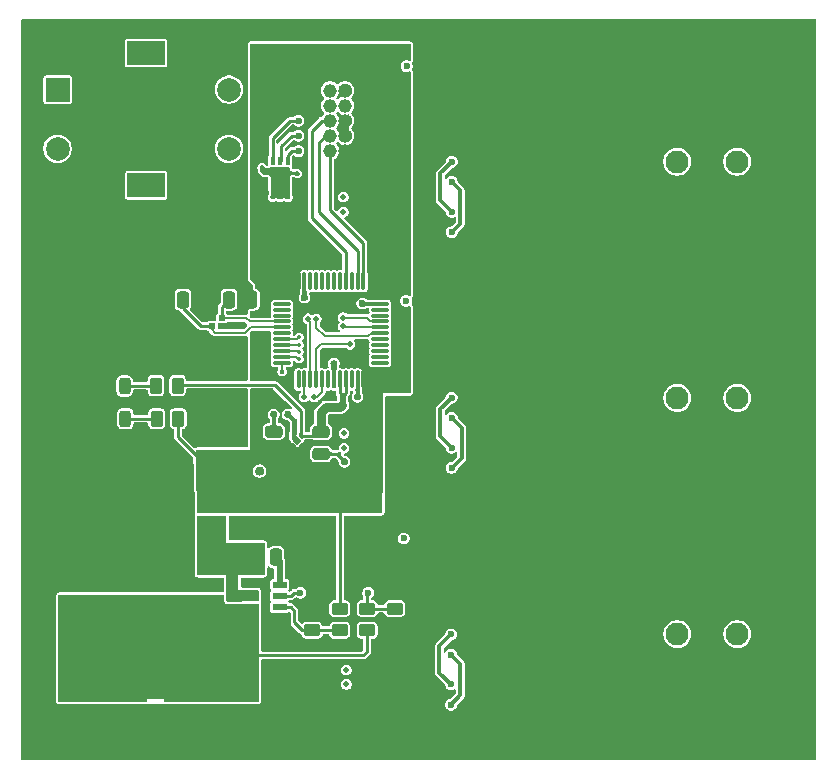
<source format=gtl>
%TF.GenerationSoftware,KiCad,Pcbnew,9.0.4*%
%TF.CreationDate,2025-12-21T19:05:21-05:00*%
%TF.ProjectId,esc,6573632e-6b69-4636-9164-5f7063625858,rev?*%
%TF.SameCoordinates,Original*%
%TF.FileFunction,Copper,L1,Top*%
%TF.FilePolarity,Positive*%
%FSLAX46Y46*%
G04 Gerber Fmt 4.6, Leading zero omitted, Abs format (unit mm)*
G04 Created by KiCad (PCBNEW 9.0.4) date 2025-12-21 19:05:21*
%MOMM*%
%LPD*%
G01*
G04 APERTURE LIST*
G04 Aperture macros list*
%AMRoundRect*
0 Rectangle with rounded corners*
0 $1 Rounding radius*
0 $2 $3 $4 $5 $6 $7 $8 $9 X,Y pos of 4 corners*
0 Add a 4 corners polygon primitive as box body*
4,1,4,$2,$3,$4,$5,$6,$7,$8,$9,$2,$3,0*
0 Add four circle primitives for the rounded corners*
1,1,$1+$1,$2,$3*
1,1,$1+$1,$4,$5*
1,1,$1+$1,$6,$7*
1,1,$1+$1,$8,$9*
0 Add four rect primitives between the rounded corners*
20,1,$1+$1,$2,$3,$4,$5,0*
20,1,$1+$1,$4,$5,$6,$7,0*
20,1,$1+$1,$6,$7,$8,$9,0*
20,1,$1+$1,$8,$9,$2,$3,0*%
%AMFreePoly0*
4,1,6,0.230000,0.054289,0.020711,-0.155000,-0.230000,-0.155000,-0.230000,0.155000,0.230000,0.155000,0.230000,0.054289,0.230000,0.054289,$1*%
%AMFreePoly1*
4,1,6,0.230000,-0.054289,0.230000,-0.155000,-0.230000,-0.155000,-0.230000,0.155000,0.020711,0.155000,0.230000,-0.054289,0.230000,-0.054289,$1*%
%AMFreePoly2*
4,1,6,0.230000,-0.155000,-0.230000,-0.155000,-0.230000,-0.054289,-0.020711,0.155000,0.230000,0.155000,0.230000,-0.155000,0.230000,-0.155000,$1*%
%AMFreePoly3*
4,1,6,0.230000,-0.155000,-0.020711,-0.155000,-0.230000,0.054289,-0.230000,0.155000,0.230000,0.155000,0.230000,-0.155000,0.230000,-0.155000,$1*%
G04 Aperture macros list end*
%TA.AperFunction,SMDPad,CuDef*%
%ADD10R,0.520000X0.470000*%
%TD*%
%TA.AperFunction,SMDPad,CuDef*%
%ADD11FreePoly0,270.000000*%
%TD*%
%TA.AperFunction,SMDPad,CuDef*%
%ADD12FreePoly1,270.000000*%
%TD*%
%TA.AperFunction,SMDPad,CuDef*%
%ADD13FreePoly2,270.000000*%
%TD*%
%TA.AperFunction,SMDPad,CuDef*%
%ADD14FreePoly3,270.000000*%
%TD*%
%TA.AperFunction,SMDPad,CuDef*%
%ADD15RoundRect,0.145000X-0.205061X0.000000X0.000000X-0.205061X0.205061X0.000000X0.000000X0.205061X0*%
%TD*%
%TA.AperFunction,SMDPad,CuDef*%
%ADD16RoundRect,0.250000X0.262500X0.450000X-0.262500X0.450000X-0.262500X-0.450000X0.262500X-0.450000X0*%
%TD*%
%TA.AperFunction,SMDPad,CuDef*%
%ADD17RoundRect,0.243750X-0.243750X-0.456250X0.243750X-0.456250X0.243750X0.456250X-0.243750X0.456250X0*%
%TD*%
%TA.AperFunction,SMDPad,CuDef*%
%ADD18RoundRect,0.073750X-0.551250X-0.221250X0.551250X-0.221250X0.551250X0.221250X-0.551250X0.221250X0*%
%TD*%
%TA.AperFunction,SMDPad,CuDef*%
%ADD19RoundRect,0.250000X-0.250000X-0.475000X0.250000X-0.475000X0.250000X0.475000X-0.250000X0.475000X0*%
%TD*%
%TA.AperFunction,ComponentPad*%
%ADD20R,2.000000X2.000000*%
%TD*%
%TA.AperFunction,ComponentPad*%
%ADD21C,2.000000*%
%TD*%
%TA.AperFunction,ComponentPad*%
%ADD22R,3.200000X2.000000*%
%TD*%
%TA.AperFunction,SMDPad,CuDef*%
%ADD23RoundRect,0.250000X0.650000X-0.325000X0.650000X0.325000X-0.650000X0.325000X-0.650000X-0.325000X0*%
%TD*%
%TA.AperFunction,SMDPad,CuDef*%
%ADD24RoundRect,0.250000X0.475000X-0.250000X0.475000X0.250000X-0.475000X0.250000X-0.475000X-0.250000X0*%
%TD*%
%TA.AperFunction,SMDPad,CuDef*%
%ADD25RoundRect,0.250000X-0.450000X0.262500X-0.450000X-0.262500X0.450000X-0.262500X0.450000X0.262500X0*%
%TD*%
%TA.AperFunction,SMDPad,CuDef*%
%ADD26R,1.470000X1.200000*%
%TD*%
%TA.AperFunction,ComponentPad*%
%ADD27C,1.950000*%
%TD*%
%TA.AperFunction,SMDPad,CuDef*%
%ADD28R,0.838200X1.803400*%
%TD*%
%TA.AperFunction,SMDPad,CuDef*%
%ADD29R,0.838200X0.711200*%
%TD*%
%TA.AperFunction,SMDPad,CuDef*%
%ADD30R,0.320000X0.660000*%
%TD*%
%TA.AperFunction,SMDPad,CuDef*%
%ADD31R,1.600000X1.000000*%
%TD*%
%TA.AperFunction,SMDPad,CuDef*%
%ADD32RoundRect,0.250000X0.250000X0.475000X-0.250000X0.475000X-0.250000X-0.475000X0.250000X-0.475000X0*%
%TD*%
%TA.AperFunction,SMDPad,CuDef*%
%ADD33RoundRect,0.250000X0.450000X-0.262500X0.450000X0.262500X-0.450000X0.262500X-0.450000X-0.262500X0*%
%TD*%
%TA.AperFunction,SMDPad,CuDef*%
%ADD34RoundRect,0.250000X-0.650000X0.325000X-0.650000X-0.325000X0.650000X-0.325000X0.650000X0.325000X0*%
%TD*%
%TA.AperFunction,ComponentPad*%
%ADD35C,1.168400*%
%TD*%
%TA.AperFunction,SMDPad,CuDef*%
%ADD36RoundRect,0.075000X-0.662500X-0.075000X0.662500X-0.075000X0.662500X0.075000X-0.662500X0.075000X0*%
%TD*%
%TA.AperFunction,SMDPad,CuDef*%
%ADD37RoundRect,0.075000X-0.075000X-0.662500X0.075000X-0.662500X0.075000X0.662500X-0.075000X0.662500X0*%
%TD*%
%TA.AperFunction,SMDPad,CuDef*%
%ADD38RoundRect,0.250000X-0.475000X0.250000X-0.475000X-0.250000X0.475000X-0.250000X0.475000X0.250000X0*%
%TD*%
%TA.AperFunction,ViaPad*%
%ADD39C,0.750000*%
%TD*%
%TA.AperFunction,ViaPad*%
%ADD40C,0.600000*%
%TD*%
%TA.AperFunction,ViaPad*%
%ADD41C,0.500000*%
%TD*%
%TA.AperFunction,ViaPad*%
%ADD42C,0.400000*%
%TD*%
%TA.AperFunction,ViaPad*%
%ADD43C,0.350000*%
%TD*%
%TA.AperFunction,Conductor*%
%ADD44C,0.250000*%
%TD*%
%TA.AperFunction,Conductor*%
%ADD45C,0.500000*%
%TD*%
%TA.AperFunction,Conductor*%
%ADD46C,0.750000*%
%TD*%
%TA.AperFunction,Conductor*%
%ADD47C,0.200000*%
%TD*%
%TA.AperFunction,Conductor*%
%ADD48C,0.300000*%
%TD*%
%TA.AperFunction,Conductor*%
%ADD49C,0.264600*%
%TD*%
%TA.AperFunction,Conductor*%
%ADD50C,0.350000*%
%TD*%
G04 APERTURE END LIST*
D10*
%TO.P,Y1,4,4*%
%TO.N,GND*%
X127612500Y-88925000D03*
%TO.P,Y1,3,3*%
%TO.N,/STM32/HSE_OUT*%
X126792500Y-88925000D03*
%TO.P,Y1,2,2*%
%TO.N,GND*%
X126792500Y-88255000D03*
%TO.P,Y1,1,1*%
%TO.N,/STM32/HSE_IN*%
X127612500Y-88255000D03*
%TD*%
D11*
%TO.P,U1,1,OUT*%
%TO.N,VDDA*%
X134325000Y-98190000D03*
D12*
%TO.P,U1,2,GND*%
%TO.N,GND*%
X133675000Y-98190000D03*
D13*
%TO.P,U1,3,EN*%
%TO.N,+3V3*%
X133675000Y-99050000D03*
D14*
%TO.P,U1,4,IN*%
X134325000Y-99050000D03*
D15*
%TO.P,U1,5,Pad*%
%TO.N,GND*%
X134000000Y-98620000D03*
%TD*%
D16*
%TO.P,R19,2*%
%TO.N,/PWR/3V3_IND*%
X122087500Y-96750000D03*
%TO.P,R19,1*%
%TO.N,+3V3*%
X123912500Y-96750000D03*
%TD*%
%TO.P,R20,2*%
%TO.N,/PWR/VDDA_IND*%
X122037500Y-93950000D03*
%TO.P,R20,1*%
%TO.N,VDDA*%
X123862500Y-93950000D03*
%TD*%
D17*
%TO.P,D6,1,K*%
%TO.N,GND*%
X117500000Y-94000000D03*
%TO.P,D6,2,A*%
%TO.N,/PWR/VDDA_IND*%
X119375000Y-94000000D03*
%TD*%
%TO.P,D5,1,K*%
%TO.N,GND*%
X117562500Y-96750000D03*
%TO.P,D5,2,A*%
%TO.N,/PWR/3V3_IND*%
X119437500Y-96750000D03*
%TD*%
D18*
%TO.P,U3,1,GND*%
%TO.N,GND*%
X129995000Y-110800000D03*
%TO.P,U3,2,SW*%
%TO.N,/PWR/BST*%
X129995000Y-111750000D03*
%TO.P,U3,3,VIN*%
%TO.N,VCC*%
X129995000Y-112700000D03*
%TO.P,U3,4,VFB*%
%TO.N,/PWR/VFB*%
X132505000Y-112700000D03*
%TO.P,U3,5,EN*%
%TO.N,/PWR/BUCK_EN*%
X132505000Y-111750000D03*
%TO.P,U3,6,VBST*%
%TO.N,/PWR/VBST*%
X132505000Y-110800000D03*
%TD*%
D19*
%TO.P,C3,1*%
%TO.N,+3V3*%
X140300000Y-98125000D03*
%TO.P,C3,2*%
%TO.N,GND*%
X142200000Y-98125000D03*
%TD*%
%TO.P,C14,1*%
%TO.N,/STM32/HSE_IN*%
X128212500Y-86675000D03*
%TO.P,C14,2*%
%TO.N,GND*%
X130112500Y-86675000D03*
%TD*%
D20*
%TO.P,SW1,A,A*%
%TO.N,/STM32/ENC_A*%
X113700000Y-68900000D03*
D21*
%TO.P,SW1,B,B*%
%TO.N,/STM32/ENC_B*%
X113700000Y-73900000D03*
%TO.P,SW1,C,C*%
%TO.N,GND*%
X113700000Y-71400000D03*
D22*
%TO.P,SW1,MP*%
%TO.N,N/C*%
X121200000Y-65800000D03*
X121200000Y-77000000D03*
D21*
%TO.P,SW1,S1*%
X128200000Y-73900000D03*
%TO.P,SW1,S2*%
X128200000Y-68900000D03*
%TD*%
D23*
%TO.P,C8,1*%
%TO.N,VCC*%
X124250000Y-113150000D03*
%TO.P,C8,2*%
%TO.N,GND*%
X124250000Y-110200000D03*
%TD*%
D24*
%TO.P,C4,1*%
%TO.N,+3V3*%
X132000000Y-99750000D03*
%TO.P,C4,2*%
%TO.N,GND*%
X132000000Y-97850000D03*
%TD*%
D25*
%TO.P,R4,2*%
%TO.N,GND*%
X142250000Y-114662500D03*
%TO.P,R4,1*%
%TO.N,/PWR/BUCK_EN*%
X142250000Y-112837500D03*
%TD*%
D26*
%TO.P,L1,1*%
%TO.N,/PWR/BST*%
X126750000Y-105610000D03*
%TO.P,L1,2*%
%TO.N,+3V3*%
X126750000Y-103890000D03*
%TD*%
D27*
%TO.P,J4,1_1,1_1*%
%TO.N,/W PHASE/W_PHASE*%
X166170000Y-115000000D03*
%TO.P,J4,1_2,1_2*%
X171250000Y-115000000D03*
%TD*%
D28*
%TO.P,D1,1*%
%TO.N,VCC*%
X122000000Y-119500000D03*
D29*
%TO.P,D1,2*%
%TO.N,GND*%
X122000000Y-121341500D03*
%TD*%
D30*
%TO.P,U4,1,GND*%
%TO.N,GND*%
X131900000Y-77000000D03*
%TO.P,U4,2,GND*%
X132550000Y-77000000D03*
%TO.P,U4,3,GND*%
X133200000Y-77000000D03*
%TO.P,U4,4,IN*%
%TO.N,/STM32/SWDIO*%
X133200000Y-74950000D03*
%TO.P,U4,5,IN*%
%TO.N,/STM32/SWCLK*%
X132550000Y-74950000D03*
%TO.P,U4,6,IN*%
%TO.N,/STM32/SWO*%
X131900000Y-74950000D03*
D31*
%TO.P,U4,7,PAD*%
%TO.N,GND*%
X132550000Y-75975000D03*
%TD*%
D19*
%TO.P,C15,1*%
%TO.N,/STM32/HSE_OUT*%
X124312500Y-86675000D03*
%TO.P,C15,2*%
%TO.N,GND*%
X126212500Y-86675000D03*
%TD*%
%TO.P,C1,2*%
%TO.N,GND*%
X142200000Y-100500000D03*
%TO.P,C1,1*%
%TO.N,+3V3*%
X140300000Y-100500000D03*
%TD*%
D24*
%TO.P,C10,2*%
%TO.N,GND*%
X126750000Y-110725000D03*
%TO.P,C10,1*%
%TO.N,VCC*%
X126750000Y-112625000D03*
%TD*%
D27*
%TO.P,J2,1_1,1_1*%
%TO.N,/U PHASE/U_PHASE*%
X166170000Y-75000000D03*
%TO.P,J2,1_2,1_2*%
X171250000Y-75000000D03*
%TD*%
D23*
%TO.P,C7,1*%
%TO.N,VCC*%
X121500000Y-113150000D03*
%TO.P,C7,2*%
%TO.N,GND*%
X121500000Y-110200000D03*
%TD*%
D32*
%TO.P,C11,1*%
%TO.N,/PWR/VBST*%
X132200000Y-108500000D03*
%TO.P,C11,2*%
%TO.N,/PWR/BST*%
X130300000Y-108500000D03*
%TD*%
D33*
%TO.P,R6,2*%
%TO.N,GND*%
X135250000Y-112837500D03*
%TO.P,R6,1*%
%TO.N,/PWR/VFB*%
X135250000Y-114662500D03*
%TD*%
D19*
%TO.P,C5,2*%
%TO.N,GND*%
X142200000Y-95750000D03*
%TO.P,C5,1*%
%TO.N,+3V3*%
X140300000Y-95750000D03*
%TD*%
D34*
%TO.P,C12,2*%
%TO.N,GND*%
X132691500Y-106225000D03*
%TO.P,C12,1*%
%TO.N,+3V3*%
X132691500Y-103275000D03*
%TD*%
D35*
%TO.P,J5,1,Pin_1*%
%TO.N,+3V3*%
X138050000Y-74060000D03*
%TO.P,J5,2,Pin_2*%
%TO.N,/STM32/SWDIO*%
X136780000Y-74060000D03*
%TO.P,J5,3,Pin_3*%
%TO.N,GND*%
X138050000Y-72790000D03*
%TO.P,J5,4,Pin_4*%
%TO.N,/STM32/SWCLK*%
X136780000Y-72790000D03*
%TO.P,J5,5,Pin_5*%
%TO.N,GND*%
X138050000Y-71520000D03*
%TO.P,J5,6,Pin_6*%
%TO.N,/STM32/SWO*%
X136780000Y-71520000D03*
%TO.P,J5,7,Pin_7*%
%TO.N,unconnected-(J5-Pin_7-Pad7)*%
X138050000Y-70250000D03*
%TO.P,J5,8,Pin_8*%
%TO.N,unconnected-(J5-Pin_8-Pad8)*%
X136780000Y-70250000D03*
%TO.P,J5,9,Pin_9*%
%TO.N,GND*%
X138050000Y-68980000D03*
%TO.P,J5,10,Pin_10*%
%TO.N,unconnected-(J5-Pin_10-Pad10)*%
X136780000Y-68980000D03*
%TD*%
D36*
%TO.P,U2,1,VBAT*%
%TO.N,+3V3*%
X132687500Y-86525000D03*
%TO.P,U2,2,PC13*%
%TO.N,unconnected-(U2B-PC13-Pad2)*%
X132687500Y-87025000D03*
%TO.P,U2,3,PC14*%
%TO.N,unconnected-(U2B-PC14-Pad3)*%
X132687500Y-87525000D03*
%TO.P,U2,4,PC15*%
%TO.N,unconnected-(U2B-PC15-Pad4)*%
X132687500Y-88025000D03*
%TO.P,U2,5,PF0*%
%TO.N,/STM32/HSE_IN*%
X132687500Y-88525000D03*
%TO.P,U2,6,PF1*%
%TO.N,/STM32/HSE_OUT*%
X132687500Y-89025000D03*
%TO.P,U2,7,PG10*%
%TO.N,unconnected-(U2B-PG10-Pad7)*%
X132687500Y-89525000D03*
%TO.P,U2,8,PA0*%
%TO.N,/PWR/VCC_SENSE*%
X132687500Y-90025000D03*
%TO.P,U2,9,PA1*%
%TO.N,/STM32/U_VSENSE*%
X132687500Y-90525000D03*
%TO.P,U2,10,PA2*%
%TO.N,/STM32/V_VSENSE*%
X132687500Y-91025000D03*
%TO.P,U2,11,PA3*%
%TO.N,/STM32/W_VSENSE*%
X132687500Y-91525000D03*
%TO.P,U2,12,PA4*%
%TO.N,/STM32/ENC_A*%
X132687500Y-92025000D03*
D37*
%TO.P,U2,13,PA5*%
%TO.N,unconnected-(U2B-PA5-Pad13)*%
X134100000Y-93437500D03*
%TO.P,U2,14,PA6*%
%TO.N,/STM32/ENC_B*%
X134600000Y-93437500D03*
%TO.P,U2,15,PA7*%
%TO.N,/STM32/U_LIN*%
X135100000Y-93437500D03*
%TO.P,U2,16,PB0*%
%TO.N,/STM32/V_LIN*%
X135600000Y-93437500D03*
%TO.P,U2,17,PB1*%
%TO.N,/STM32/W_LIN*%
X136100000Y-93437500D03*
%TO.P,U2,18,PB2*%
%TO.N,unconnected-(U2B-PB2-Pad18)*%
X136600000Y-93437500D03*
%TO.P,U2,19,VSSA*%
%TO.N,GND*%
X137100000Y-93437500D03*
%TO.P,U2,20,VREF+*%
%TO.N,VDDA*%
X137600000Y-93437500D03*
%TO.P,U2,21,VDDA*%
X138100000Y-93437500D03*
%TO.P,U2,22,PB10*%
%TO.N,unconnected-(U2B-PB10-Pad22)*%
X138600000Y-93437500D03*
%TO.P,U2,23,VSS*%
%TO.N,GND*%
X139100000Y-93437500D03*
%TO.P,U2,24,VDD*%
%TO.N,+3V3*%
X139600000Y-93437500D03*
D36*
%TO.P,U2,25,PB11*%
%TO.N,unconnected-(U2B-PB11-Pad25)*%
X141012500Y-92025000D03*
%TO.P,U2,26,PB12*%
%TO.N,unconnected-(U2B-PB12-Pad26)*%
X141012500Y-91525000D03*
%TO.P,U2,27,PB13*%
%TO.N,unconnected-(U2B-PB13-Pad27)*%
X141012500Y-91025000D03*
%TO.P,U2,28,PB14*%
%TO.N,unconnected-(U2B-PB14-Pad28)*%
X141012500Y-90525000D03*
%TO.P,U2,29,PB15*%
%TO.N,unconnected-(U2B-PB15-Pad29)*%
X141012500Y-90025000D03*
%TO.P,U2,30,PA8*%
%TO.N,/STM32/U_HIN*%
X141012500Y-89525000D03*
%TO.P,U2,31,PA9*%
%TO.N,/STM32/V_HIN*%
X141012500Y-89025000D03*
%TO.P,U2,32,PA10*%
%TO.N,/STM32/W_HIN*%
X141012500Y-88525000D03*
%TO.P,U2,33,PA11*%
%TO.N,unconnected-(U2B-PA11-Pad33)*%
X141012500Y-88025000D03*
%TO.P,U2,34,PA12*%
%TO.N,unconnected-(U2B-PA12-Pad34)*%
X141012500Y-87525000D03*
%TO.P,U2,35,VSS*%
%TO.N,GND*%
X141012500Y-87025000D03*
%TO.P,U2,36,VDD*%
%TO.N,+3V3*%
X141012500Y-86525000D03*
D37*
%TO.P,U2,37,PA13*%
%TO.N,/STM32/SWDIO*%
X139600000Y-85112500D03*
%TO.P,U2,38,PA14*%
%TO.N,/STM32/SWCLK*%
X139100000Y-85112500D03*
%TO.P,U2,39,PA15*%
%TO.N,unconnected-(U2B-PA15-Pad39)*%
X138600000Y-85112500D03*
%TO.P,U2,40,PB3*%
%TO.N,/STM32/SWO*%
X138100000Y-85112500D03*
%TO.P,U2,41,PB4*%
%TO.N,unconnected-(U2B-PB4-Pad41)*%
X137600000Y-85112500D03*
%TO.P,U2,42,PB5*%
%TO.N,unconnected-(U2B-PB5-Pad42)*%
X137100000Y-85112500D03*
%TO.P,U2,43,PB6*%
%TO.N,unconnected-(U2B-PB6-Pad43)*%
X136600000Y-85112500D03*
%TO.P,U2,44,PB7*%
%TO.N,unconnected-(U2B-PB7-Pad44)*%
X136100000Y-85112500D03*
%TO.P,U2,45,PB8*%
%TO.N,unconnected-(U2B-PB8-Pad45)*%
X135600000Y-85112500D03*
%TO.P,U2,46,PB9*%
%TO.N,unconnected-(U2B-PB9-Pad46)*%
X135100000Y-85112500D03*
%TO.P,U2,47,VSS*%
%TO.N,GND*%
X134600000Y-85112500D03*
%TO.P,U2,48,VDD*%
%TO.N,+3V3*%
X134100000Y-85112500D03*
%TD*%
D27*
%TO.P,J1,1,Pin_1*%
%TO.N,VCC*%
X115750000Y-117250000D03*
%TO.P,J1,2,Pin_2*%
%TO.N,GND*%
X115750000Y-122250000D03*
%TD*%
D34*
%TO.P,C13,1*%
%TO.N,+3V3*%
X135400000Y-103275000D03*
%TO.P,C13,2*%
%TO.N,GND*%
X135400000Y-106225000D03*
%TD*%
D33*
%TO.P,R5,1*%
%TO.N,/PWR/VFB*%
X137583333Y-114662500D03*
%TO.P,R5,2*%
%TO.N,+3V3*%
X137583333Y-112837500D03*
%TD*%
D25*
%TO.P,R3,1*%
%TO.N,/PWR/BUCK_EN*%
X139916667Y-112837500D03*
%TO.P,R3,2*%
%TO.N,VCC*%
X139916667Y-114662500D03*
%TD*%
D38*
%TO.P,C9,1*%
%TO.N,VDDA*%
X136000000Y-97850000D03*
%TO.P,C9,2*%
%TO.N,GND*%
X136000000Y-99750000D03*
%TD*%
D27*
%TO.P,J3,1_1,1_1*%
%TO.N,/V PHASE/V_PHASE*%
X166170000Y-95000000D03*
%TO.P,J3,1_2,1_2*%
X171250000Y-95000000D03*
%TD*%
D39*
%TO.N,GND*%
X130800000Y-101200000D03*
D40*
X133200000Y-96400000D03*
X138000000Y-100400000D03*
X132000000Y-96400000D03*
D39*
%TO.N,VCC*%
X125000000Y-114750000D03*
X125000000Y-119750000D03*
X125000000Y-117250000D03*
X127000000Y-117250000D03*
X127000000Y-119750000D03*
X128875000Y-119750000D03*
X128875000Y-114750000D03*
X128875000Y-117250000D03*
X127000000Y-114750000D03*
D40*
%TO.N,/PWR/BUCK_EN*%
X140000000Y-111500000D03*
X134250000Y-111500000D03*
D41*
%TO.N,/STM32/V_LIN*%
X137950000Y-98000000D03*
D40*
%TO.N,GND*%
X139500000Y-87000000D03*
D39*
X155800000Y-124400000D03*
X157000000Y-124400000D03*
X160600000Y-122400000D03*
D42*
X125612500Y-87725000D03*
X134000000Y-76000000D03*
D39*
X155700000Y-104400000D03*
D42*
X131000000Y-75500000D03*
D39*
X133350000Y-119100000D03*
D42*
X133200000Y-78000000D03*
X126700000Y-95700000D03*
D40*
X134600000Y-86500000D03*
D39*
X159750000Y-82250000D03*
D42*
X123962500Y-89325000D03*
D41*
X115000000Y-103500000D03*
D40*
X144812500Y-106900000D03*
X145062500Y-86775000D03*
D39*
X156962500Y-84300000D03*
D40*
X137100000Y-92100000D03*
D42*
X126700000Y-97300000D03*
X126700000Y-91200000D03*
D39*
X159850000Y-102350000D03*
D42*
X123962500Y-84325000D03*
X128900000Y-84300000D03*
X131900000Y-78000000D03*
X127037500Y-84325000D03*
D39*
X156962500Y-104400000D03*
X155700000Y-84300000D03*
D42*
X132550000Y-78000000D03*
X126700000Y-94350000D03*
X128562500Y-88875000D03*
D40*
X145100000Y-66900000D03*
X139100000Y-94900000D03*
D43*
%TO.N,/PWR/VCC_SENSE*%
X134150000Y-89850000D03*
D40*
%TO.N,/STM32/U_VSENSE*%
X143250000Y-66900000D03*
D43*
X134152025Y-90526912D03*
%TO.N,/STM32/V_VSENSE*%
X134150000Y-91100000D03*
D40*
X143212500Y-86775000D03*
D43*
%TO.N,/STM32/W_VSENSE*%
X134150000Y-91700000D03*
D40*
X143012500Y-106900000D03*
%TO.N,/STM32/SWDIO*%
X134100000Y-74100000D03*
%TO.N,/STM32/SWCLK*%
X134100000Y-72790000D03*
%TO.N,/STM32/SWO*%
X134100000Y-71520000D03*
%TO.N,Net-(U5-HO)*%
X147080000Y-79239996D03*
X147080000Y-75005000D03*
%TO.N,Net-(U5-LO)*%
X147080000Y-80955000D03*
X147080000Y-76705000D03*
%TO.N,Net-(U6-HO)*%
X147062500Y-94975000D03*
X147062500Y-99209996D03*
%TO.N,Net-(U6-LO)*%
X147062500Y-96675000D03*
X147062500Y-100925000D03*
%TO.N,Net-(U7-HO)*%
X147012500Y-119259996D03*
X147012500Y-115025000D03*
%TO.N,Net-(U7-LO)*%
X147012500Y-116725000D03*
X147012500Y-120975000D03*
D41*
%TO.N,/STM32/ENC_B*%
X134600000Y-94900000D03*
D42*
%TO.N,/STM32/ENC_A*%
X132712500Y-92775000D03*
D41*
%TO.N,/STM32/W_HIN*%
X137900000Y-88200000D03*
X138150000Y-119250000D03*
%TO.N,/STM32/W_LIN*%
X135450000Y-94900000D03*
X138150000Y-118050000D03*
%TO.N,/STM32/V_LIN*%
X138450000Y-90450000D03*
%TO.N,/STM32/U_LIN*%
X137900000Y-78000000D03*
X134899997Y-88300000D03*
%TO.N,/STM32/V_HIN*%
X137900000Y-88950000D03*
X137950000Y-99250000D03*
%TO.N,/STM32/U_HIN*%
X137900000Y-79250000D03*
X135600000Y-88300000D03*
%TD*%
D44*
%TO.N,VDDA*%
X134325000Y-96125000D02*
X134325000Y-98190000D01*
X132074000Y-93874000D02*
X134325000Y-96125000D01*
X123862500Y-93950000D02*
X123938500Y-93874000D01*
X123938500Y-93874000D02*
X132074000Y-93874000D01*
%TO.N,VCC*%
X129325000Y-116800000D02*
X128875000Y-117250000D01*
X139600000Y-116800000D02*
X129325000Y-116800000D01*
X139916667Y-116483333D02*
X139600000Y-116800000D01*
X139916667Y-114662500D02*
X139916667Y-116483333D01*
%TO.N,+3V3*%
X137583333Y-104183333D02*
X136675000Y-103275000D01*
X136675000Y-103275000D02*
X135400000Y-103275000D01*
X137583333Y-112837500D02*
X137583333Y-104183333D01*
D45*
%TO.N,VDDA*%
X137850000Y-95550000D02*
X137850000Y-94850000D01*
D46*
X137600000Y-95800000D02*
X137800000Y-95600000D01*
X136400000Y-95800000D02*
X137600000Y-95800000D01*
D45*
X137800000Y-95600000D02*
X137850000Y-95550000D01*
D46*
X136000000Y-97850000D02*
X136000000Y-96200000D01*
X136000000Y-96200000D02*
X136400000Y-95800000D01*
D44*
%TO.N,+3V3*%
X125450000Y-99750000D02*
X132000000Y-99750000D01*
X123912500Y-98312500D02*
X125400000Y-99800000D01*
X125400000Y-99800000D02*
X125450000Y-99750000D01*
X123912500Y-96750000D02*
X123912500Y-98312500D01*
%TO.N,GND*%
X133200000Y-96400000D02*
X133675000Y-96875000D01*
X133675000Y-96875000D02*
X133675000Y-98190000D01*
X134000000Y-98515000D02*
X133675000Y-98190000D01*
X134000000Y-98620000D02*
X134000000Y-98515000D01*
X136000000Y-99750000D02*
X137350000Y-99750000D01*
X133925000Y-98620000D02*
X133925000Y-98515000D01*
X137350000Y-99750000D02*
X138000000Y-100400000D01*
X132000000Y-97850000D02*
X132000000Y-96400000D01*
%TO.N,VDDA*%
X135410000Y-98190000D02*
X135750000Y-97850000D01*
X134250000Y-98190000D02*
X135410000Y-98190000D01*
X137850000Y-94850000D02*
X138100000Y-94600000D01*
X137600000Y-94600000D02*
X137850000Y-94850000D01*
X137600000Y-93437500D02*
X137600000Y-94600000D01*
X138100000Y-94600000D02*
X138100000Y-93437500D01*
D45*
%TO.N,/PWR/VBST*%
X132505000Y-108805000D02*
X132200000Y-108500000D01*
X132505000Y-110800000D02*
X132505000Y-108805000D01*
D44*
%TO.N,/PWR/VFB*%
X133750000Y-113000000D02*
X133450000Y-112700000D01*
X134412500Y-114662500D02*
X133750000Y-114000000D01*
X133750000Y-114000000D02*
X133750000Y-113000000D01*
X133450000Y-112700000D02*
X132505000Y-112700000D01*
X135250000Y-114662500D02*
X134412500Y-114662500D01*
%TO.N,/PWR/BUCK_EN*%
X133500000Y-111750000D02*
X132505000Y-111750000D01*
X133750000Y-111500000D02*
X133500000Y-111750000D01*
X139916667Y-111583333D02*
X140000000Y-111500000D01*
X134250000Y-111500000D02*
X133750000Y-111500000D01*
X139916667Y-112837500D02*
X139916667Y-111583333D01*
X142250000Y-112837500D02*
X139916667Y-112837500D01*
%TO.N,/PWR/VFB*%
X135250000Y-114662500D02*
X137583333Y-114662500D01*
%TO.N,VDDA*%
X123862500Y-93950000D02*
X123963500Y-93849000D01*
D47*
%TO.N,GND*%
X139525000Y-87025000D02*
X139500000Y-87000000D01*
D48*
X141012500Y-87025000D02*
X139525000Y-87025000D01*
D44*
%TO.N,/PWR/VDDA_IND*%
X119425000Y-93950000D02*
X119375000Y-94000000D01*
X122037500Y-93950000D02*
X119425000Y-93950000D01*
%TO.N,/PWR/3V3_IND*%
X122087500Y-96750000D02*
X119437500Y-96750000D01*
%TO.N,GND*%
X126212500Y-86675000D02*
X126212500Y-85325000D01*
D47*
X133975000Y-75975000D02*
X134000000Y-76000000D01*
X128512500Y-88925000D02*
X128562500Y-88875000D01*
X126142500Y-88255000D02*
X125612500Y-87725000D01*
D44*
X131175000Y-75975000D02*
X132550000Y-75975000D01*
X132550000Y-75975000D02*
X133975000Y-75975000D01*
X133200000Y-77000000D02*
X133200000Y-78000000D01*
X130112500Y-86675000D02*
X130112500Y-85512500D01*
D47*
X126792500Y-88255000D02*
X126142500Y-88255000D01*
D44*
X127037500Y-84325000D02*
X127037500Y-84500000D01*
X131900000Y-77000000D02*
X131900000Y-78000000D01*
X132550000Y-77000000D02*
X132550000Y-78000000D01*
D48*
X137100000Y-93437500D02*
X137100000Y-92100000D01*
D44*
X130990000Y-75790000D02*
X131175000Y-75975000D01*
X127037500Y-84500000D02*
X126212500Y-85325000D01*
X130112500Y-85512500D02*
X128900000Y-84300000D01*
X130990000Y-75510000D02*
X130990000Y-75790000D01*
D47*
X127612500Y-88925000D02*
X128512500Y-88925000D01*
D48*
X134600000Y-86500000D02*
X134600000Y-85112500D01*
D47*
X131000000Y-75500000D02*
X130990000Y-75510000D01*
D48*
X139100000Y-93437500D02*
X139100000Y-94900000D01*
D44*
%TO.N,+3V3*%
X138050000Y-74060000D02*
X141012500Y-77022500D01*
X141012500Y-77022500D02*
X141012500Y-86525000D01*
D47*
%TO.N,/PWR/VCC_SENSE*%
X133975000Y-90025000D02*
X134150000Y-89850000D01*
X132687500Y-90025000D02*
X133975000Y-90025000D01*
%TO.N,/STM32/HSE_IN*%
X129686176Y-88255000D02*
X129956176Y-88525000D01*
D44*
X127612500Y-87275000D02*
X127612500Y-88255000D01*
D47*
X127612500Y-88255000D02*
X129686176Y-88255000D01*
D44*
X128212500Y-86675000D02*
X127612500Y-87275000D01*
D47*
X129956176Y-88525000D02*
X132687500Y-88525000D01*
%TO.N,/STM32/HSE_OUT*%
X126792500Y-88925000D02*
X126792500Y-89202000D01*
X127051500Y-89461000D02*
X129601500Y-89461000D01*
D44*
X124312500Y-87400000D02*
X125837500Y-88925000D01*
D47*
X130037500Y-89025000D02*
X132687500Y-89025000D01*
D44*
X124312500Y-86675000D02*
X124312500Y-87400000D01*
D47*
X129601500Y-89461000D02*
X130037500Y-89025000D01*
X126792500Y-89202000D02*
X127051500Y-89461000D01*
D44*
X125837500Y-88925000D02*
X126792500Y-88925000D01*
D47*
%TO.N,/STM32/U_VSENSE*%
X134150113Y-90525000D02*
X132687500Y-90525000D01*
X134152025Y-90526912D02*
X134150113Y-90525000D01*
%TO.N,/STM32/V_VSENSE*%
X134075000Y-91025000D02*
X132687500Y-91025000D01*
X134150000Y-91100000D02*
X134075000Y-91025000D01*
%TO.N,/STM32/W_VSENSE*%
X134076834Y-91700000D02*
X134150000Y-91700000D01*
X133901834Y-91525000D02*
X134076834Y-91700000D01*
X132687500Y-91525000D02*
X133901834Y-91525000D01*
D44*
%TO.N,/STM32/SWDIO*%
X133525000Y-74100000D02*
X133200000Y-74425000D01*
D49*
X139600000Y-81925000D02*
X136780000Y-79105000D01*
D44*
X134100000Y-74100000D02*
X133525000Y-74100000D01*
X133200000Y-74425000D02*
X133200000Y-74950000D01*
D49*
X139600000Y-85112500D02*
X139600000Y-81925000D01*
X136780000Y-79105000D02*
X136780000Y-74060000D01*
%TO.N,/STM32/SWCLK*%
X135850000Y-79275000D02*
X135850000Y-73325000D01*
D44*
X132600000Y-73700000D02*
X132600000Y-74900000D01*
X134100000Y-72790000D02*
X133510000Y-72790000D01*
D49*
X136385000Y-72790000D02*
X136780000Y-72790000D01*
D47*
X139051000Y-84492176D02*
X139100000Y-84541176D01*
X132600000Y-74900000D02*
X132550000Y-74950000D01*
D44*
X133510000Y-72790000D02*
X132600000Y-73700000D01*
D49*
X139100000Y-85112500D02*
X139100000Y-82525000D01*
X139100000Y-82525000D02*
X135850000Y-79275000D01*
X135850000Y-73325000D02*
X136385000Y-72790000D01*
%TO.N,/STM32/SWO*%
X135200000Y-79725000D02*
X135200000Y-72400000D01*
X135200000Y-72400000D02*
X136080000Y-71520000D01*
X138100000Y-85112500D02*
X138100000Y-82625000D01*
X138100000Y-82625000D02*
X135200000Y-79725000D01*
D44*
X134100000Y-71520000D02*
X133380000Y-71520000D01*
X131900000Y-73000000D02*
X131900000Y-74950000D01*
X133380000Y-71520000D02*
X131900000Y-73000000D01*
D49*
X136080000Y-71520000D02*
X136780000Y-71520000D01*
D50*
%TO.N,Net-(U5-HO)*%
X147080000Y-75005000D02*
X146100000Y-75985000D01*
X146100000Y-78259996D02*
X147080000Y-79239996D01*
X146100000Y-75985000D02*
X146100000Y-78259996D01*
%TO.N,Net-(U5-LO)*%
X147800000Y-80235000D02*
X147080000Y-80955000D01*
X147800000Y-77425000D02*
X147800000Y-80235000D01*
X147080000Y-76705000D02*
X147800000Y-77425000D01*
%TO.N,Net-(U6-HO)*%
X146100000Y-98247496D02*
X147062500Y-99209996D01*
X146100000Y-95937500D02*
X146100000Y-98247496D01*
X147062500Y-94975000D02*
X146100000Y-95937500D01*
%TO.N,Net-(U6-LO)*%
X147900000Y-100087500D02*
X147062500Y-100925000D01*
X147900000Y-97512500D02*
X147900000Y-100087500D01*
X147062500Y-96675000D02*
X147900000Y-97512500D01*
%TO.N,Net-(U7-HO)*%
X147012500Y-115025000D02*
X146000000Y-116037500D01*
X146000000Y-118247496D02*
X147012500Y-119259996D01*
X146000000Y-116037500D02*
X146000000Y-118247496D01*
%TO.N,Net-(U7-LO)*%
X147800000Y-117512500D02*
X147800000Y-120187500D01*
X147800000Y-120187500D02*
X147012500Y-120975000D01*
X147012500Y-116725000D02*
X147800000Y-117512500D01*
D47*
%TO.N,/STM32/ENC_B*%
X134600000Y-94900000D02*
X134600000Y-93437500D01*
%TO.N,/STM32/ENC_A*%
X132687500Y-92025000D02*
X132687500Y-92750000D01*
X132687500Y-92750000D02*
X132712500Y-92775000D01*
%TO.N,/STM32/W_HIN*%
X140963500Y-88476000D02*
X141012500Y-88525000D01*
X137900000Y-88200000D02*
X139916176Y-88200000D01*
X139916176Y-88200000D02*
X140192176Y-88476000D01*
X140192176Y-88476000D02*
X140963500Y-88476000D01*
%TO.N,/STM32/W_LIN*%
X136100000Y-94500000D02*
X136100000Y-93437500D01*
X135450000Y-94900000D02*
X135700000Y-94900000D01*
X136112500Y-93450000D02*
X136100000Y-93437500D01*
X135700000Y-94900000D02*
X136100000Y-94500000D01*
%TO.N,/STM32/V_LIN*%
X135600000Y-90850000D02*
X135600000Y-93437500D01*
X136000000Y-90450000D02*
X135600000Y-90850000D01*
X138450000Y-90450000D02*
X136000000Y-90450000D01*
%TO.N,/STM32/U_LIN*%
X134899997Y-88379229D02*
X134899997Y-88300000D01*
X135100000Y-88579232D02*
X134899997Y-88379229D01*
X135100000Y-88579232D02*
X135100000Y-93437500D01*
%TO.N,/STM32/V_HIN*%
X137900000Y-88950000D02*
X137975000Y-89025000D01*
X137975000Y-89025000D02*
X141012500Y-89025000D01*
%TO.N,/STM32/U_HIN*%
X136300000Y-89750000D02*
X140016176Y-89750000D01*
X140192176Y-89574000D02*
X140963500Y-89574000D01*
X135600000Y-88300000D02*
X135600000Y-89050000D01*
X140016176Y-89750000D02*
X140192176Y-89574000D01*
X135600000Y-89050000D02*
X136300000Y-89750000D01*
X140963500Y-89574000D02*
X141012500Y-89525000D01*
%TD*%
%TA.AperFunction,Conductor*%
%TO.N,GND*%
G36*
X130861301Y-100833373D02*
G01*
X130930228Y-100851841D01*
X130954101Y-100861729D01*
X131015898Y-100897407D01*
X131036396Y-100913137D01*
X131086861Y-100963603D01*
X131102590Y-100984101D01*
X131138266Y-101045892D01*
X131148155Y-101069767D01*
X131166626Y-101138697D01*
X131170000Y-101164322D01*
X131170000Y-101235676D01*
X131166627Y-101261300D01*
X131148158Y-101330226D01*
X131138267Y-101354103D01*
X131102589Y-101415898D01*
X131086857Y-101436401D01*
X131036401Y-101486857D01*
X131015898Y-101502589D01*
X130954103Y-101538267D01*
X130930226Y-101548158D01*
X130895763Y-101557392D01*
X130861298Y-101566627D01*
X130835676Y-101570000D01*
X130764326Y-101570000D01*
X130738703Y-101566627D01*
X130669772Y-101548157D01*
X130645894Y-101538266D01*
X130584103Y-101502590D01*
X130584102Y-101502589D01*
X130563600Y-101486858D01*
X130513135Y-101436393D01*
X130497403Y-101415889D01*
X130461733Y-101354107D01*
X130451842Y-101330229D01*
X130433373Y-101261299D01*
X130430000Y-101235677D01*
X130430000Y-101164320D01*
X130433373Y-101138698D01*
X130451841Y-101069772D01*
X130461729Y-101045897D01*
X130497408Y-100984099D01*
X130513136Y-100963603D01*
X130563604Y-100913134D01*
X130584099Y-100897408D01*
X130645897Y-100861729D01*
X130669769Y-100851842D01*
X130738699Y-100833372D01*
X130764321Y-100830000D01*
X130835679Y-100830000D01*
X130861301Y-100833373D01*
G37*
%TD.AperFunction*%
%TA.AperFunction,Conductor*%
G36*
X136532503Y-99260554D02*
G01*
X136576690Y-99276016D01*
X136602775Y-99289802D01*
X136638191Y-99315940D01*
X136659056Y-99336805D01*
X136685194Y-99372221D01*
X136698983Y-99398311D01*
X136708694Y-99426063D01*
X136708696Y-99426069D01*
X136737778Y-99480846D01*
X136737780Y-99480850D01*
X136773029Y-99528239D01*
X136795904Y-99554126D01*
X136795908Y-99554130D01*
X136855886Y-99589965D01*
X136874416Y-99601036D01*
X136932607Y-99619943D01*
X136945307Y-99621954D01*
X136996105Y-99630000D01*
X136996109Y-99630000D01*
X137399341Y-99630000D01*
X137399342Y-99630000D01*
X137399343Y-99629999D01*
X137399358Y-99629999D01*
X137445063Y-99624849D01*
X137445064Y-99624848D01*
X137445070Y-99624848D01*
X137445075Y-99624845D01*
X137448246Y-99623931D01*
X137453975Y-99621733D01*
X137476588Y-99618153D01*
X137507206Y-99610863D01*
X137552878Y-99583807D01*
X137560691Y-99580812D01*
X137583295Y-99579634D01*
X137605383Y-99574681D01*
X137613242Y-99578075D01*
X137621793Y-99577630D01*
X137640774Y-99589965D01*
X137661553Y-99598939D01*
X137666139Y-99603241D01*
X137673387Y-99610489D01*
X137673392Y-99610492D01*
X137675108Y-99611809D01*
X137675987Y-99613088D01*
X137677973Y-99615074D01*
X137677605Y-99615442D01*
X137709765Y-99662233D01*
X137708343Y-99716555D01*
X137710132Y-99717049D01*
X137708651Y-99722413D01*
X137699083Y-99782826D01*
X137699083Y-99782830D01*
X137696604Y-99819594D01*
X137718947Y-99908277D01*
X137718947Y-99908279D01*
X137746722Y-99962792D01*
X137751581Y-99969479D01*
X137784517Y-100014811D01*
X137785526Y-100015820D01*
X137797377Y-100026775D01*
X137809183Y-100036858D01*
X137878763Y-100075823D01*
X137878764Y-100075823D01*
X137879146Y-100076037D01*
X137885804Y-100078200D01*
X137892049Y-100081382D01*
X137926257Y-100095102D01*
X137947292Y-100096519D01*
X138000833Y-100105000D01*
X138025805Y-100105000D01*
X138051419Y-100108371D01*
X138101287Y-100121732D01*
X138125149Y-100131616D01*
X138169846Y-100157422D01*
X138190339Y-100173147D01*
X138226852Y-100209659D01*
X138242578Y-100230156D01*
X138268377Y-100274841D01*
X138278267Y-100298717D01*
X138291626Y-100348572D01*
X138295000Y-100374196D01*
X138295000Y-100425804D01*
X138291626Y-100451428D01*
X138278269Y-100501275D01*
X138268379Y-100525151D01*
X138242574Y-100569846D01*
X138226842Y-100590350D01*
X138190348Y-100626844D01*
X138169846Y-100642575D01*
X138169845Y-100642576D01*
X138141119Y-100659161D01*
X138125158Y-100668377D01*
X138125156Y-100668378D01*
X138101279Y-100678268D01*
X138051429Y-100691626D01*
X138025805Y-100695000D01*
X137974200Y-100695000D01*
X137948577Y-100691627D01*
X137898721Y-100678268D01*
X137874843Y-100668377D01*
X137830154Y-100642575D01*
X137809651Y-100626843D01*
X137773149Y-100590341D01*
X137757417Y-100569837D01*
X137731623Y-100525161D01*
X137721732Y-100501283D01*
X137708373Y-100451424D01*
X137705000Y-100425802D01*
X137705000Y-100400846D01*
X137705000Y-100400833D01*
X137704366Y-100384708D01*
X137703147Y-100369221D01*
X137681383Y-100292050D01*
X137681382Y-100292049D01*
X137681382Y-100292047D01*
X137653605Y-100237533D01*
X137643759Y-100223982D01*
X137615813Y-100185518D01*
X137389479Y-99959185D01*
X137389464Y-99959170D01*
X137377633Y-99948233D01*
X137365826Y-99938149D01*
X137365819Y-99938144D01*
X137295859Y-99898964D01*
X137237665Y-99880056D01*
X137237666Y-99880056D01*
X137174169Y-99870000D01*
X137174166Y-99870000D01*
X136996109Y-99870000D01*
X136996104Y-99870000D01*
X136934801Y-99879358D01*
X136878417Y-99896982D01*
X136849801Y-99908639D01*
X136849799Y-99908640D01*
X136846523Y-99909975D01*
X136844282Y-99911843D01*
X136840542Y-99913443D01*
X136802118Y-99947010D01*
X136800660Y-99948225D01*
X136800608Y-99948268D01*
X136776293Y-99968549D01*
X136776290Y-99968552D01*
X136773957Y-99971612D01*
X136771667Y-99973614D01*
X136756021Y-99995145D01*
X136755324Y-99996061D01*
X136755321Y-99996062D01*
X136750931Y-100001823D01*
X136750775Y-100002060D01*
X136739161Y-100017315D01*
X136708697Y-100073929D01*
X136708692Y-100073942D01*
X136698983Y-100101688D01*
X136685195Y-100127776D01*
X136659059Y-100163190D01*
X136638191Y-100184059D01*
X136602776Y-100210196D01*
X136576686Y-100223984D01*
X136532505Y-100239444D01*
X136499807Y-100245000D01*
X135500195Y-100245000D01*
X135467497Y-100239444D01*
X135423310Y-100223982D01*
X135397220Y-100210194D01*
X135392085Y-100206404D01*
X135361802Y-100184054D01*
X135340939Y-100163190D01*
X135314803Y-100127776D01*
X135301016Y-100101689D01*
X135285555Y-100057503D01*
X135280000Y-100024806D01*
X135280000Y-99475191D01*
X135285555Y-99442495D01*
X135299309Y-99403186D01*
X135301015Y-99398308D01*
X135314803Y-99372220D01*
X135340942Y-99336803D01*
X135361803Y-99315942D01*
X135397220Y-99289803D01*
X135423308Y-99276015D01*
X135444495Y-99268602D01*
X135467495Y-99260555D01*
X135500191Y-99255000D01*
X136499809Y-99255000D01*
X136532503Y-99260554D01*
G37*
%TD.AperFunction*%
%TA.AperFunction,Conductor*%
G36*
X133251425Y-96108373D02*
G01*
X133269812Y-96113299D01*
X133312919Y-96124849D01*
X133328734Y-96130566D01*
X133336068Y-96133947D01*
X133370080Y-96145991D01*
X133379573Y-96149095D01*
X133379575Y-96149095D01*
X133385433Y-96151011D01*
X133384916Y-96152589D01*
X133397284Y-96159439D01*
X133418102Y-96166400D01*
X133422668Y-96173498D01*
X133431609Y-96178450D01*
X133453642Y-96216205D01*
X133455076Y-96220752D01*
X133458757Y-96238065D01*
X133468766Y-96264140D01*
X133469675Y-96267020D01*
X133469671Y-96267437D01*
X133470889Y-96271185D01*
X133491626Y-96348572D01*
X133495000Y-96374194D01*
X133495000Y-96399165D01*
X133495253Y-96405593D01*
X133495634Y-96415296D01*
X133496853Y-96430775D01*
X133496854Y-96430780D01*
X133518615Y-96507942D01*
X133518617Y-96507948D01*
X133546394Y-96562464D01*
X133584181Y-96614473D01*
X133584183Y-96614475D01*
X133584186Y-96614479D01*
X133685186Y-96715479D01*
X133723123Y-96745387D01*
X133762534Y-96769538D01*
X133780744Y-96779469D01*
X133797070Y-96783195D01*
X133825910Y-96794763D01*
X133856909Y-96796853D01*
X133869907Y-96799820D01*
X133869909Y-96799820D01*
X133897568Y-96799820D01*
X133904205Y-96800043D01*
X133906586Y-96800203D01*
X133907137Y-96800240D01*
X133963929Y-96823006D01*
X133996494Y-96874805D01*
X133999500Y-96899017D01*
X133999500Y-97817826D01*
X133986102Y-97859060D01*
X133989690Y-97860788D01*
X133984850Y-97870836D01*
X133964500Y-97960000D01*
X133964500Y-98006973D01*
X133951238Y-98056471D01*
X133946682Y-98064361D01*
X133939287Y-98091959D01*
X133924500Y-98147147D01*
X133924500Y-98232853D01*
X133946682Y-98315638D01*
X133989535Y-98389862D01*
X134050138Y-98450465D01*
X134124362Y-98493318D01*
X134150134Y-98500223D01*
X134194514Y-98525845D01*
X134218665Y-98549996D01*
X134246442Y-98604513D01*
X134236871Y-98664945D01*
X134218665Y-98690004D01*
X134070004Y-98838665D01*
X134015487Y-98866442D01*
X133955055Y-98856871D01*
X133929996Y-98838665D01*
X133766024Y-98674693D01*
X133766021Y-98674690D01*
X133709874Y-98634851D01*
X133709873Y-98634850D01*
X133704456Y-98633614D01*
X133651933Y-98602229D01*
X133643080Y-98590423D01*
X133637466Y-98581642D01*
X133617375Y-98528110D01*
X133583668Y-98477047D01*
X133540290Y-98429591D01*
X133540222Y-98429536D01*
X133535589Y-98422290D01*
X133529923Y-98400526D01*
X133520622Y-98380049D01*
X133520000Y-98368964D01*
X133520000Y-97994303D01*
X133522480Y-97972283D01*
X133531480Y-97932847D01*
X133534549Y-97922198D01*
X133540037Y-97906521D01*
X133540037Y-97906517D01*
X133541436Y-97898287D01*
X133542205Y-97898417D01*
X133544304Y-97885171D01*
X133544035Y-97885107D01*
X133544855Y-97881688D01*
X133544885Y-97881505D01*
X133544942Y-97881330D01*
X133555000Y-97817826D01*
X133555000Y-97050835D01*
X133554366Y-97034710D01*
X133553147Y-97019223D01*
X133531384Y-96942055D01*
X133503607Y-96887538D01*
X133465814Y-96835521D01*
X133414479Y-96784186D01*
X133414465Y-96784173D01*
X133414458Y-96784166D01*
X133402638Y-96773239D01*
X133398293Y-96769528D01*
X133390816Y-96763142D01*
X133390809Y-96763138D01*
X133390806Y-96763136D01*
X133321236Y-96724175D01*
X133321233Y-96724174D01*
X133320858Y-96723964D01*
X133314187Y-96721796D01*
X133307945Y-96718616D01*
X133273770Y-96704906D01*
X133252761Y-96703487D01*
X133242554Y-96701870D01*
X133242548Y-96701869D01*
X133199165Y-96695000D01*
X133174195Y-96695000D01*
X133148572Y-96691626D01*
X133120956Y-96684226D01*
X133098721Y-96678268D01*
X133074845Y-96668378D01*
X133030154Y-96642575D01*
X133009651Y-96626843D01*
X132973149Y-96590341D01*
X132957417Y-96569837D01*
X132931623Y-96525161D01*
X132921732Y-96501283D01*
X132908373Y-96451424D01*
X132905000Y-96425802D01*
X132905000Y-96374194D01*
X132908373Y-96348572D01*
X132921731Y-96298716D01*
X132931617Y-96274846D01*
X132957423Y-96230149D01*
X132973146Y-96209658D01*
X133009658Y-96173146D01*
X133030149Y-96157423D01*
X133074846Y-96131617D01*
X133098717Y-96121731D01*
X133148574Y-96108373D01*
X133174195Y-96105000D01*
X133225804Y-96105000D01*
X133251425Y-96108373D01*
G37*
%TD.AperFunction*%
%TA.AperFunction,Conductor*%
G36*
X132051423Y-96108373D02*
G01*
X132085325Y-96117456D01*
X132101282Y-96121731D01*
X132125155Y-96131619D01*
X132169840Y-96157419D01*
X132190343Y-96173151D01*
X132226847Y-96209655D01*
X132242579Y-96230158D01*
X132268377Y-96274840D01*
X132278267Y-96298717D01*
X132291626Y-96348572D01*
X132295000Y-96374196D01*
X132295000Y-96425802D01*
X132291626Y-96451427D01*
X132278267Y-96501280D01*
X132268378Y-96525155D01*
X132242578Y-96569842D01*
X132226848Y-96590342D01*
X132209182Y-96608009D01*
X132198221Y-96619867D01*
X132188138Y-96631673D01*
X132188133Y-96631681D01*
X132148966Y-96701624D01*
X132148964Y-96701627D01*
X132130055Y-96759823D01*
X132120000Y-96823317D01*
X132120000Y-96823321D01*
X132120000Y-97050500D01*
X132121968Y-97075500D01*
X132122530Y-97082643D01*
X132127383Y-97113293D01*
X132128146Y-97117781D01*
X132128147Y-97117786D01*
X132164091Y-97201882D01*
X132164092Y-97201883D01*
X132200056Y-97251383D01*
X132224297Y-97279128D01*
X132302807Y-97326036D01*
X132360998Y-97344943D01*
X132373052Y-97346852D01*
X132424496Y-97355000D01*
X132424500Y-97355000D01*
X132499809Y-97355000D01*
X132532503Y-97360554D01*
X132576690Y-97376016D01*
X132602775Y-97389802D01*
X132638191Y-97415940D01*
X132659056Y-97436805D01*
X132685195Y-97472222D01*
X132698983Y-97498310D01*
X132707947Y-97523928D01*
X132714444Y-97542493D01*
X132720000Y-97575191D01*
X132720000Y-98124807D01*
X132714444Y-98157503D01*
X132714444Y-98157505D01*
X132698984Y-98201686D01*
X132685196Y-98227776D01*
X132659059Y-98263191D01*
X132638191Y-98284059D01*
X132602776Y-98310196D01*
X132576686Y-98323984D01*
X132532505Y-98339444D01*
X132499807Y-98345000D01*
X131500195Y-98345000D01*
X131467497Y-98339444D01*
X131423310Y-98323982D01*
X131397220Y-98310194D01*
X131379252Y-98296933D01*
X131361802Y-98284054D01*
X131340940Y-98263191D01*
X131314803Y-98227776D01*
X131301016Y-98201689D01*
X131285555Y-98157503D01*
X131280000Y-98124806D01*
X131280000Y-97575191D01*
X131285555Y-97542495D01*
X131293602Y-97519495D01*
X131301015Y-97498308D01*
X131314803Y-97472220D01*
X131340942Y-97436803D01*
X131361803Y-97415942D01*
X131397220Y-97389803D01*
X131423308Y-97376015D01*
X131447469Y-97367562D01*
X131467495Y-97360555D01*
X131500191Y-97355000D01*
X131575493Y-97355000D01*
X131575500Y-97355000D01*
X131607644Y-97352470D01*
X131638237Y-97347625D01*
X131638248Y-97347623D01*
X131638293Y-97347616D01*
X131642781Y-97346853D01*
X131642780Y-97346853D01*
X131642787Y-97346852D01*
X131726883Y-97310908D01*
X131776383Y-97274944D01*
X131804128Y-97250703D01*
X131851036Y-97172193D01*
X131869943Y-97114002D01*
X131880000Y-97050500D01*
X131880000Y-96823321D01*
X131879366Y-96807196D01*
X131878147Y-96791709D01*
X131856384Y-96714541D01*
X131828608Y-96660026D01*
X131815929Y-96642575D01*
X131790820Y-96608014D01*
X131790819Y-96608013D01*
X131790817Y-96608010D01*
X131790814Y-96608007D01*
X131773151Y-96590343D01*
X131757420Y-96569841D01*
X131731622Y-96525158D01*
X131731621Y-96525155D01*
X131721731Y-96501280D01*
X131708373Y-96451424D01*
X131705000Y-96425802D01*
X131705000Y-96374194D01*
X131708373Y-96348572D01*
X131721731Y-96298716D01*
X131731617Y-96274846D01*
X131757423Y-96230149D01*
X131773146Y-96209658D01*
X131809658Y-96173146D01*
X131830149Y-96157423D01*
X131874846Y-96131617D01*
X131898717Y-96121731D01*
X131948574Y-96108373D01*
X131974195Y-96105000D01*
X132025802Y-96105000D01*
X132051423Y-96108373D01*
G37*
%TD.AperFunction*%
%TA.AperFunction,Conductor*%
G36*
X139204190Y-92723907D02*
G01*
X139240154Y-92773407D01*
X139244999Y-92804000D01*
X139244999Y-93381061D01*
X139245000Y-93381100D01*
X139245000Y-94501678D01*
X139245318Y-94509764D01*
X139245634Y-94517810D01*
X139246853Y-94533292D01*
X139268613Y-94610447D01*
X139268614Y-94610451D01*
X139296394Y-94664975D01*
X139335002Y-94718119D01*
X139340643Y-94726805D01*
X139368377Y-94774840D01*
X139378267Y-94798717D01*
X139391626Y-94848572D01*
X139395000Y-94874196D01*
X139395000Y-94925802D01*
X139391626Y-94951426D01*
X139378268Y-95001277D01*
X139368378Y-95025154D01*
X139342574Y-95069847D01*
X139326842Y-95090350D01*
X139290348Y-95126844D01*
X139269845Y-95142576D01*
X139241119Y-95159161D01*
X139225158Y-95168377D01*
X139225156Y-95168378D01*
X139201279Y-95178268D01*
X139151429Y-95191626D01*
X139125805Y-95195000D01*
X139074200Y-95195000D01*
X139048577Y-95191627D01*
X138998721Y-95178268D01*
X138974843Y-95168377D01*
X138930154Y-95142575D01*
X138909651Y-95126843D01*
X138873149Y-95090341D01*
X138857417Y-95069837D01*
X138831622Y-95025159D01*
X138821732Y-95001283D01*
X138808373Y-94951424D01*
X138805000Y-94925802D01*
X138805000Y-94874194D01*
X138808373Y-94848572D01*
X138818655Y-94810196D01*
X138821731Y-94798714D01*
X138831621Y-94774840D01*
X138858172Y-94728851D01*
X138871201Y-94711164D01*
X138876765Y-94705145D01*
X138886853Y-94693334D01*
X138926036Y-94623371D01*
X138944943Y-94565180D01*
X138953718Y-94509773D01*
X138955000Y-94501681D01*
X138955000Y-94474500D01*
X138955000Y-94474499D01*
X138952470Y-94442355D01*
X138947625Y-94411762D01*
X138947616Y-94411705D01*
X138946853Y-94407217D01*
X138946852Y-94407212D01*
X138911057Y-94323464D01*
X138905572Y-94262525D01*
X138919773Y-94229555D01*
X138934515Y-94207495D01*
X138950500Y-94127133D01*
X138950499Y-92803999D01*
X138955344Y-92789088D01*
X138955344Y-92773407D01*
X138964560Y-92760721D01*
X138969406Y-92745809D01*
X138982091Y-92736592D01*
X138991308Y-92723907D01*
X139006220Y-92719061D01*
X139018906Y-92709845D01*
X139049499Y-92705000D01*
X139145999Y-92705000D01*
X139204190Y-92723907D01*
G37*
%TD.AperFunction*%
%TA.AperFunction,Conductor*%
G36*
X137151427Y-91808373D02*
G01*
X137201279Y-91821730D01*
X137225152Y-91831618D01*
X137269847Y-91857423D01*
X137290339Y-91873147D01*
X137326852Y-91909659D01*
X137342578Y-91930156D01*
X137368377Y-91974841D01*
X137378267Y-91998717D01*
X137391626Y-92048572D01*
X137395000Y-92074196D01*
X137395000Y-92125804D01*
X137391626Y-92151429D01*
X137378268Y-92201277D01*
X137368382Y-92225147D01*
X137355041Y-92248256D01*
X137345291Y-92267390D01*
X137345278Y-92267418D01*
X137336863Y-92286314D01*
X137319094Y-92369906D01*
X137319094Y-92431110D01*
X137322396Y-92467782D01*
X137322396Y-92467783D01*
X137322397Y-92467787D01*
X137331177Y-92488329D01*
X137336661Y-92549266D01*
X137322459Y-92582237D01*
X137265486Y-92667502D01*
X137265486Y-92667503D01*
X137265485Y-92667505D01*
X137249500Y-92747867D01*
X137249500Y-93415305D01*
X137249501Y-94070999D01*
X137244656Y-94085910D01*
X137244656Y-94101592D01*
X137235439Y-94114277D01*
X137230594Y-94129190D01*
X137217908Y-94138406D01*
X137208692Y-94151092D01*
X137193779Y-94155937D01*
X137181094Y-94165154D01*
X137150501Y-94169999D01*
X137049500Y-94169999D01*
X136991309Y-94151092D01*
X136955345Y-94101592D01*
X136950500Y-94070999D01*
X136950499Y-92747870D01*
X136950498Y-92747866D01*
X136934515Y-92667505D01*
X136878200Y-92583224D01*
X136861591Y-92524336D01*
X136866829Y-92496222D01*
X136867435Y-92494446D01*
X136867441Y-92494434D01*
X136879349Y-92459568D01*
X136880717Y-92368122D01*
X136867996Y-92308274D01*
X136844954Y-92248249D01*
X136831617Y-92225151D01*
X136821731Y-92201284D01*
X136808371Y-92151422D01*
X136805000Y-92125804D01*
X136805000Y-92074194D01*
X136808373Y-92048572D01*
X136821731Y-91998716D01*
X136831617Y-91974846D01*
X136857423Y-91930149D01*
X136873146Y-91909658D01*
X136909658Y-91873146D01*
X136930149Y-91857423D01*
X136974846Y-91831617D01*
X136998717Y-91821731D01*
X137048574Y-91808373D01*
X137074195Y-91805000D01*
X137125805Y-91805000D01*
X137151427Y-91808373D01*
G37*
%TD.AperFunction*%
%TA.AperFunction,Conductor*%
G36*
X129578888Y-88574407D02*
G01*
X129590700Y-88584496D01*
X129751862Y-88745657D01*
X129779640Y-88800174D01*
X129770069Y-88860606D01*
X129751863Y-88885664D01*
X129506026Y-89131503D01*
X129451509Y-89159281D01*
X129436022Y-89160500D01*
X127352000Y-89160500D01*
X127293809Y-89141593D01*
X127257845Y-89092093D01*
X127253000Y-89061500D01*
X127253000Y-88789500D01*
X127271907Y-88731309D01*
X127321407Y-88695345D01*
X127352000Y-88690500D01*
X127892247Y-88690500D01*
X127892248Y-88690500D01*
X127950731Y-88678867D01*
X128017052Y-88634552D01*
X128033538Y-88609877D01*
X128040475Y-88599498D01*
X128088526Y-88561619D01*
X128122790Y-88555500D01*
X129520697Y-88555500D01*
X129578888Y-88574407D01*
G37*
%TD.AperFunction*%
%TA.AperFunction,Conductor*%
G36*
X139551427Y-86708373D02*
G01*
X139601278Y-86721730D01*
X139625153Y-86731619D01*
X139669850Y-86757425D01*
X139690345Y-86773150D01*
X139708009Y-86790814D01*
X139719853Y-86801764D01*
X139731665Y-86811853D01*
X139731667Y-86811854D01*
X139731668Y-86811855D01*
X139761119Y-86828348D01*
X139801629Y-86851036D01*
X139859820Y-86869943D01*
X139872520Y-86871954D01*
X139923318Y-86880000D01*
X139923322Y-86880000D01*
X141645999Y-86880000D01*
X141660911Y-86884845D01*
X141676592Y-86884845D01*
X141689277Y-86894061D01*
X141704190Y-86898907D01*
X141713406Y-86911592D01*
X141726092Y-86920809D01*
X141730937Y-86935721D01*
X141740154Y-86948407D01*
X141744999Y-86979000D01*
X141744999Y-87075500D01*
X141726092Y-87133691D01*
X141676592Y-87169655D01*
X141645999Y-87174500D01*
X140322870Y-87174500D01*
X140322863Y-87174501D01*
X140242505Y-87190484D01*
X140242505Y-87190485D01*
X140219249Y-87206023D01*
X140160360Y-87222629D01*
X140113475Y-87208692D01*
X140106067Y-87204266D01*
X140097193Y-87198964D01*
X140097191Y-87198963D01*
X140097189Y-87198962D01*
X140038999Y-87180056D01*
X140039000Y-87180056D01*
X139975503Y-87170000D01*
X139975500Y-87170000D01*
X139873321Y-87170000D01*
X139862571Y-87170422D01*
X139857189Y-87170634D01*
X139841702Y-87171853D01*
X139764548Y-87193612D01*
X139764065Y-87193801D01*
X139758208Y-87196503D01*
X139754607Y-87197996D01*
X139751626Y-87198965D01*
X139730592Y-87207953D01*
X139730077Y-87208167D01*
X139728720Y-87208274D01*
X139722154Y-87211558D01*
X139717785Y-87213425D01*
X139713619Y-87216042D01*
X139704448Y-87222598D01*
X139625151Y-87268379D01*
X139601278Y-87278268D01*
X139577844Y-87284547D01*
X139551426Y-87291626D01*
X139525805Y-87295000D01*
X139474200Y-87295000D01*
X139448577Y-87291627D01*
X139398721Y-87278268D01*
X139374843Y-87268377D01*
X139330154Y-87242575D01*
X139309651Y-87226843D01*
X139273149Y-87190341D01*
X139257417Y-87169837D01*
X139231623Y-87125161D01*
X139221732Y-87101283D01*
X139208373Y-87051424D01*
X139205000Y-87025802D01*
X139205000Y-86974194D01*
X139208373Y-86948572D01*
X139221731Y-86898716D01*
X139231617Y-86874846D01*
X139257423Y-86830149D01*
X139273146Y-86809658D01*
X139309658Y-86773146D01*
X139330149Y-86757423D01*
X139374846Y-86731617D01*
X139398717Y-86721731D01*
X139448574Y-86708373D01*
X139474195Y-86705000D01*
X139525805Y-86705000D01*
X139551427Y-86708373D01*
G37*
%TD.AperFunction*%
%TA.AperFunction,Conductor*%
G36*
X134708691Y-84398907D02*
G01*
X134744655Y-84448407D01*
X134749500Y-84479000D01*
X134749500Y-85802129D01*
X134749501Y-85802136D01*
X134765484Y-85882494D01*
X134765485Y-85882496D01*
X134804324Y-85940621D01*
X134820933Y-85999509D01*
X134812451Y-86035888D01*
X134803688Y-86055570D01*
X134791781Y-86090431D01*
X134791781Y-86090434D01*
X134790414Y-86181880D01*
X134798895Y-86221778D01*
X134803136Y-86241730D01*
X134822946Y-86293334D01*
X134826177Y-86301750D01*
X134866164Y-86371010D01*
X134868380Y-86374847D01*
X134878269Y-86398723D01*
X134891626Y-86448570D01*
X134895000Y-86474194D01*
X134895000Y-86525802D01*
X134891626Y-86551426D01*
X134878268Y-86601277D01*
X134868378Y-86625154D01*
X134842574Y-86669847D01*
X134826842Y-86690350D01*
X134790348Y-86726844D01*
X134769846Y-86742575D01*
X134769845Y-86742576D01*
X134741119Y-86759161D01*
X134725158Y-86768377D01*
X134725156Y-86768378D01*
X134701279Y-86778268D01*
X134651429Y-86791626D01*
X134625805Y-86795000D01*
X134574200Y-86795000D01*
X134548577Y-86791627D01*
X134498721Y-86778268D01*
X134474843Y-86768377D01*
X134430154Y-86742575D01*
X134409651Y-86726843D01*
X134373149Y-86690341D01*
X134357417Y-86669837D01*
X134331623Y-86625161D01*
X134321732Y-86601283D01*
X134308373Y-86551424D01*
X134305000Y-86525802D01*
X134305000Y-86474194D01*
X134308373Y-86448572D01*
X134321731Y-86398716D01*
X134331619Y-86374843D01*
X134358172Y-86328851D01*
X134371201Y-86311164D01*
X134376765Y-86305145D01*
X134386853Y-86293334D01*
X134426036Y-86223371D01*
X134444943Y-86165180D01*
X134452842Y-86115305D01*
X134455000Y-86101681D01*
X134455000Y-84479000D01*
X134459845Y-84464088D01*
X134459845Y-84448407D01*
X134469061Y-84435721D01*
X134473907Y-84420809D01*
X134486592Y-84411592D01*
X134495809Y-84398907D01*
X134510721Y-84394061D01*
X134523407Y-84384845D01*
X134554000Y-84380000D01*
X134650500Y-84380000D01*
X134708691Y-84398907D01*
G37*
%TD.AperFunction*%
%TA.AperFunction,Conductor*%
G36*
X131038259Y-75308373D02*
G01*
X131062679Y-75314916D01*
X131086556Y-75324806D01*
X131108443Y-75337442D01*
X131128948Y-75353175D01*
X131146822Y-75371049D01*
X131162553Y-75391551D01*
X131163938Y-75393949D01*
X131176796Y-75416219D01*
X131182408Y-75425377D01*
X131186079Y-75431031D01*
X131188052Y-75434070D01*
X131232109Y-75480500D01*
X131239617Y-75488412D01*
X131289117Y-75524376D01*
X131320744Y-75543272D01*
X131409907Y-75563623D01*
X131409908Y-75563623D01*
X131471091Y-75563623D01*
X131471093Y-75563623D01*
X131471095Y-75563622D01*
X131471110Y-75563622D01*
X131490945Y-75561835D01*
X131507787Y-75560320D01*
X131591883Y-75524376D01*
X131631851Y-75495337D01*
X131690039Y-75476430D01*
X131709357Y-75478332D01*
X131720252Y-75480500D01*
X131720253Y-75480500D01*
X132079747Y-75480500D01*
X132079748Y-75480500D01*
X132138231Y-75468867D01*
X132169997Y-75447640D01*
X132228885Y-75431031D01*
X132280002Y-75447640D01*
X132311769Y-75468867D01*
X132349791Y-75476430D01*
X132370241Y-75480498D01*
X132370246Y-75480498D01*
X132370252Y-75480500D01*
X132370253Y-75480500D01*
X132729747Y-75480500D01*
X132729748Y-75480500D01*
X132788231Y-75468867D01*
X132819997Y-75447640D01*
X132878885Y-75431031D01*
X132930002Y-75447640D01*
X132961769Y-75468867D01*
X132999791Y-75476430D01*
X133020241Y-75480498D01*
X133020246Y-75480498D01*
X133020252Y-75480500D01*
X133247977Y-75480500D01*
X133306168Y-75499407D01*
X133342132Y-75548907D01*
X133346670Y-75571729D01*
X133347530Y-75582644D01*
X133348150Y-75586557D01*
X133352383Y-75613293D01*
X133353146Y-75617781D01*
X133353147Y-75617786D01*
X133389091Y-75701882D01*
X133389092Y-75701883D01*
X133425056Y-75751383D01*
X133449297Y-75779128D01*
X133527807Y-75826036D01*
X133585998Y-75844943D01*
X133598698Y-75846954D01*
X133649496Y-75855000D01*
X133649500Y-75855000D01*
X133779555Y-75855000D01*
X133779556Y-75855000D01*
X133832743Y-75847998D01*
X133882242Y-75834735D01*
X133910853Y-75822882D01*
X133923094Y-75818726D01*
X133961741Y-75808371D01*
X133987358Y-75805000D01*
X134012637Y-75805000D01*
X134038259Y-75808373D01*
X134062679Y-75814916D01*
X134086555Y-75824805D01*
X134088686Y-75826036D01*
X134108443Y-75837442D01*
X134128948Y-75853175D01*
X134146823Y-75871050D01*
X134162556Y-75891555D01*
X134175194Y-75913445D01*
X134185083Y-75937318D01*
X134191626Y-75961734D01*
X134195000Y-75987360D01*
X134195000Y-76012638D01*
X134191626Y-76038264D01*
X134185083Y-76062680D01*
X134175194Y-76086553D01*
X134162556Y-76108443D01*
X134146823Y-76128948D01*
X134128948Y-76146823D01*
X134108443Y-76162556D01*
X134086553Y-76175194D01*
X134062680Y-76185083D01*
X134052890Y-76187706D01*
X134038262Y-76191626D01*
X134012638Y-76195000D01*
X133987361Y-76195000D01*
X133961739Y-76191627D01*
X133937317Y-76185083D01*
X133913444Y-76175194D01*
X133889950Y-76161630D01*
X133889938Y-76161617D01*
X133854436Y-76141126D01*
X133854437Y-76141126D01*
X133851199Y-76139257D01*
X133835646Y-76130277D01*
X133830235Y-76129992D01*
X133826124Y-76128306D01*
X133809208Y-76120918D01*
X133802157Y-76119165D01*
X133795468Y-76117249D01*
X133773465Y-76110100D01*
X133757939Y-76105055D01*
X133694447Y-76095000D01*
X133694443Y-76095000D01*
X133649500Y-76095000D01*
X133626541Y-76096805D01*
X133626502Y-76096809D01*
X133617356Y-76097529D01*
X133610003Y-76098693D01*
X133607736Y-76098952D01*
X133607101Y-76098823D01*
X133602276Y-76099269D01*
X133601001Y-76099505D01*
X133601000Y-76099506D01*
X133600998Y-76099506D01*
X133593355Y-76100928D01*
X133593351Y-76100908D01*
X133588964Y-76102024D01*
X133586891Y-76102354D01*
X133586716Y-76102382D01*
X133586704Y-76102383D01*
X133586133Y-76102475D01*
X133586131Y-76102474D01*
X133586063Y-76102486D01*
X133578157Y-76103739D01*
X133575069Y-76106202D01*
X133543614Y-76119644D01*
X133537803Y-76121913D01*
X133514805Y-76130069D01*
X133514801Y-76130071D01*
X133512425Y-76131577D01*
X133512426Y-76131578D01*
X133505671Y-76135861D01*
X133498124Y-76139087D01*
X133481220Y-76151366D01*
X133478903Y-76152836D01*
X133478343Y-76153217D01*
X133463042Y-76162933D01*
X133433866Y-76185364D01*
X133433863Y-76185368D01*
X133429570Y-76191626D01*
X133429454Y-76191795D01*
X133420875Y-76199293D01*
X133397685Y-76238103D01*
X133395926Y-76240668D01*
X133382127Y-76260782D01*
X133382127Y-76260783D01*
X133381139Y-76263280D01*
X133378188Y-76270734D01*
X133373966Y-76277802D01*
X133367426Y-76297925D01*
X133366289Y-76300798D01*
X133365869Y-76301858D01*
X133365852Y-76301913D01*
X133359607Y-76317699D01*
X133359604Y-76317711D01*
X133345596Y-76380451D01*
X133345402Y-76383545D01*
X133345000Y-76396385D01*
X133345000Y-76464753D01*
X133344899Y-76469234D01*
X133344559Y-76476715D01*
X133339946Y-76499910D01*
X133336398Y-76527173D01*
X133335984Y-76533790D01*
X133338374Y-76580377D01*
X133339544Y-76587405D01*
X133339544Y-76587413D01*
X133340584Y-76593656D01*
X133340210Y-76596141D01*
X133344747Y-76618949D01*
X133345304Y-76621998D01*
X133348839Y-76643229D01*
X133351777Y-76654290D01*
X133353096Y-76660918D01*
X133355000Y-76680241D01*
X133355000Y-77316330D01*
X133346323Y-77354971D01*
X133346846Y-77355173D01*
X133345534Y-77358573D01*
X133328849Y-77413578D01*
X133320000Y-77473228D01*
X133320000Y-77736254D01*
X133327002Y-77789440D01*
X133340266Y-77838941D01*
X133340267Y-77838946D01*
X133360795Y-77888504D01*
X133375195Y-77913447D01*
X133385082Y-77937315D01*
X133391626Y-77961738D01*
X133395000Y-77987359D01*
X133395000Y-78012638D01*
X133391626Y-78038264D01*
X133385083Y-78062680D01*
X133375194Y-78086553D01*
X133362556Y-78108443D01*
X133346823Y-78128948D01*
X133328948Y-78146823D01*
X133308444Y-78162555D01*
X133308443Y-78162556D01*
X133286553Y-78175194D01*
X133262680Y-78185083D01*
X133252890Y-78187706D01*
X133238262Y-78191626D01*
X133212638Y-78195000D01*
X133187361Y-78195000D01*
X133161736Y-78191626D01*
X133151439Y-78188867D01*
X133137315Y-78185082D01*
X133113442Y-78175193D01*
X133099063Y-78166891D01*
X133082850Y-78157531D01*
X133068053Y-78147073D01*
X133065788Y-78145138D01*
X133064984Y-78144554D01*
X133040726Y-78126930D01*
X133036975Y-78124269D01*
X133036973Y-78124268D01*
X132952091Y-78090220D01*
X132952087Y-78090219D01*
X132952084Y-78090218D01*
X132891680Y-78080651D01*
X132891662Y-78080649D01*
X132854907Y-78078171D01*
X132766224Y-78100514D01*
X132711704Y-78128291D01*
X132692348Y-78142355D01*
X132683657Y-78147999D01*
X132636553Y-78175194D01*
X132612680Y-78185083D01*
X132602890Y-78187706D01*
X132588262Y-78191626D01*
X132562638Y-78195000D01*
X132537361Y-78195000D01*
X132511736Y-78191626D01*
X132501439Y-78188867D01*
X132487315Y-78185082D01*
X132463442Y-78175193D01*
X132449063Y-78166891D01*
X132432850Y-78157531D01*
X132418053Y-78147073D01*
X132415788Y-78145138D01*
X132414984Y-78144554D01*
X132390726Y-78126930D01*
X132386975Y-78124269D01*
X132386973Y-78124268D01*
X132302091Y-78090220D01*
X132302087Y-78090219D01*
X132302084Y-78090218D01*
X132241680Y-78080651D01*
X132241662Y-78080649D01*
X132204907Y-78078171D01*
X132116224Y-78100514D01*
X132061704Y-78128291D01*
X132042348Y-78142355D01*
X132033657Y-78147999D01*
X131986553Y-78175194D01*
X131962680Y-78185083D01*
X131952890Y-78187706D01*
X131938262Y-78191626D01*
X131912638Y-78195000D01*
X131887361Y-78195000D01*
X131861737Y-78191626D01*
X131837319Y-78185083D01*
X131813442Y-78175193D01*
X131791553Y-78162555D01*
X131771050Y-78146823D01*
X131753177Y-78128950D01*
X131737444Y-78108445D01*
X131724805Y-78086553D01*
X131714915Y-78062675D01*
X131708373Y-78038258D01*
X131705000Y-78012637D01*
X131705000Y-77987359D01*
X131708372Y-77961742D01*
X131708375Y-77961732D01*
X131714917Y-77937314D01*
X131724803Y-77913445D01*
X131739207Y-77888499D01*
X131759735Y-77838939D01*
X131772998Y-77789440D01*
X131780000Y-77736253D01*
X131780000Y-77473233D01*
X131780000Y-77473228D01*
X131771151Y-77413581D01*
X131771151Y-77413578D01*
X131754466Y-77358576D01*
X131754463Y-77358570D01*
X131753153Y-77355173D01*
X131753675Y-77354971D01*
X131745000Y-77316331D01*
X131745000Y-76680240D01*
X131746902Y-76660929D01*
X131750637Y-76642147D01*
X131751973Y-76635431D01*
X131754041Y-76631738D01*
X131754860Y-76623384D01*
X131756291Y-76613722D01*
X131757784Y-76606215D01*
X131757421Y-76604927D01*
X131757786Y-76599475D01*
X131758102Y-76596141D01*
X131764012Y-76533749D01*
X131763596Y-76527122D01*
X131760052Y-76499908D01*
X131756902Y-76484070D01*
X131755000Y-76464757D01*
X131755000Y-76396388D01*
X131754597Y-76383547D01*
X131754404Y-76380467D01*
X131754403Y-76380451D01*
X131751171Y-76354828D01*
X131746520Y-76330428D01*
X131725787Y-76282509D01*
X131725798Y-76282506D01*
X131720155Y-76266826D01*
X131701309Y-76227898D01*
X131682208Y-76208616D01*
X131674950Y-76198626D01*
X131650706Y-76170874D01*
X131637416Y-76162933D01*
X131630779Y-76158967D01*
X131628496Y-76157561D01*
X131599667Y-76139257D01*
X131585294Y-76130131D01*
X131585292Y-76130130D01*
X131585289Y-76130128D01*
X131585282Y-76130125D01*
X131585177Y-76130071D01*
X131572148Y-76123354D01*
X131552562Y-76113257D01*
X131552560Y-76113256D01*
X131533232Y-76110100D01*
X131518611Y-76106554D01*
X131513992Y-76105054D01*
X131474642Y-76098823D01*
X131450500Y-76095000D01*
X131223932Y-76095000D01*
X131222418Y-76095000D01*
X131222354Y-76095001D01*
X131172238Y-76095001D01*
X131146614Y-76091627D01*
X131141270Y-76090195D01*
X131117393Y-76080305D01*
X131112604Y-76077540D01*
X131092101Y-76061808D01*
X131059843Y-76029550D01*
X131059843Y-76029549D01*
X131059842Y-76029549D01*
X130903189Y-75872894D01*
X130887456Y-75852390D01*
X130884694Y-75847606D01*
X130874803Y-75823724D01*
X130873372Y-75818382D01*
X130870000Y-75792765D01*
X130870000Y-75746425D01*
X130870000Y-75746423D01*
X130862998Y-75693235D01*
X130849735Y-75643737D01*
X130829205Y-75594175D01*
X130824807Y-75586557D01*
X130814916Y-75562679D01*
X130808373Y-75538260D01*
X130805000Y-75512637D01*
X130805000Y-75487359D01*
X130808372Y-75461740D01*
X130814916Y-75437316D01*
X130824799Y-75413452D01*
X130837446Y-75391547D01*
X130853170Y-75371055D01*
X130871056Y-75353169D01*
X130891548Y-75337445D01*
X130913447Y-75324802D01*
X130937315Y-75314916D01*
X130961743Y-75308371D01*
X130987360Y-75305000D01*
X131012637Y-75305000D01*
X131038259Y-75308373D01*
G37*
%TD.AperFunction*%
%TA.AperFunction,Conductor*%
G36*
X137459944Y-70776530D02*
G01*
X137485003Y-70794736D01*
X137549783Y-70859516D01*
X137678305Y-70945392D01*
X137821111Y-71004545D01*
X137972714Y-71034700D01*
X137972715Y-71034700D01*
X138127285Y-71034700D01*
X138127286Y-71034700D01*
X138278889Y-71004545D01*
X138285540Y-71001789D01*
X138346534Y-70996986D01*
X138398705Y-71028952D01*
X138399783Y-71030236D01*
X138406704Y-71038622D01*
X138411636Y-71048301D01*
X138449428Y-71100316D01*
X138496333Y-71147221D01*
X138499348Y-71150874D01*
X138499918Y-71152319D01*
X138505309Y-71158888D01*
X138557861Y-71237537D01*
X138567010Y-71254653D01*
X138603209Y-71342043D01*
X138608843Y-71360615D01*
X138627298Y-71453392D01*
X138629200Y-71472706D01*
X138629200Y-71567292D01*
X138627298Y-71586606D01*
X138608843Y-71679383D01*
X138603209Y-71697956D01*
X138567010Y-71785345D01*
X138557862Y-71802459D01*
X138505307Y-71881114D01*
X138492996Y-71896115D01*
X138449426Y-71939686D01*
X138428488Y-71964202D01*
X138410247Y-71989308D01*
X138407609Y-71993026D01*
X138407608Y-71993028D01*
X138396703Y-72020216D01*
X138373558Y-72077916D01*
X138363990Y-72138327D01*
X138363990Y-72138332D01*
X138361511Y-72175102D01*
X138383856Y-72263781D01*
X138411633Y-72318296D01*
X138411640Y-72318306D01*
X138449426Y-72370314D01*
X138492998Y-72413887D01*
X138505309Y-72428888D01*
X138557861Y-72507537D01*
X138567010Y-72524653D01*
X138603209Y-72612043D01*
X138608843Y-72630615D01*
X138627298Y-72723392D01*
X138629200Y-72742706D01*
X138629200Y-72837292D01*
X138627298Y-72856606D01*
X138608843Y-72949383D01*
X138603209Y-72967956D01*
X138567010Y-73055345D01*
X138557862Y-73072459D01*
X138505309Y-73151111D01*
X138492997Y-73166114D01*
X138426114Y-73232997D01*
X138411111Y-73245309D01*
X138345509Y-73289142D01*
X138286620Y-73305750D01*
X138271195Y-73303924D01*
X138127290Y-73275300D01*
X138127286Y-73275300D01*
X137972714Y-73275300D01*
X137972711Y-73275300D01*
X137864960Y-73296733D01*
X137828803Y-73303924D01*
X137820871Y-73302986D01*
X137813377Y-73305751D01*
X137791064Y-73299457D01*
X137768043Y-73296733D01*
X137754488Y-73289142D01*
X137688886Y-73245308D01*
X137673885Y-73232997D01*
X137630315Y-73189428D01*
X137630305Y-73189418D01*
X137605808Y-73168496D01*
X137605782Y-73168475D01*
X137580746Y-73150285D01*
X137572214Y-73144232D01*
X137572887Y-73143283D01*
X137534946Y-73103148D01*
X137527075Y-73042471D01*
X137532919Y-73022813D01*
X137534545Y-73018889D01*
X137564700Y-72867286D01*
X137564700Y-72712714D01*
X137534545Y-72561111D01*
X137475392Y-72418305D01*
X137389516Y-72289783D01*
X137389511Y-72289778D01*
X137389508Y-72289774D01*
X137324737Y-72225004D01*
X137296959Y-72170488D01*
X137306530Y-72110056D01*
X137324737Y-72084996D01*
X137389508Y-72020225D01*
X137389516Y-72020217D01*
X137475392Y-71891695D01*
X137534545Y-71748889D01*
X137564700Y-71597286D01*
X137564700Y-71442714D01*
X137534545Y-71291111D01*
X137475392Y-71148305D01*
X137389516Y-71019783D01*
X137324736Y-70955003D01*
X137317617Y-70941031D01*
X137306530Y-70929944D01*
X137304077Y-70914456D01*
X137296959Y-70900486D01*
X137299411Y-70884999D01*
X137296959Y-70869512D01*
X137304077Y-70855541D01*
X137306530Y-70840054D01*
X137324730Y-70815002D01*
X137344999Y-70794733D01*
X137399512Y-70766959D01*
X137459944Y-70776530D01*
G37*
%TD.AperFunction*%
%TA.AperFunction,Conductor*%
G36*
X138116607Y-68402702D02*
G01*
X138134575Y-68406275D01*
X138209386Y-68421155D01*
X138227945Y-68426784D01*
X138315348Y-68462989D01*
X138332458Y-68472135D01*
X138411112Y-68524690D01*
X138426114Y-68537001D01*
X138492997Y-68603884D01*
X138505309Y-68618887D01*
X138557862Y-68697539D01*
X138567010Y-68714653D01*
X138603209Y-68802042D01*
X138608843Y-68820615D01*
X138627298Y-68913392D01*
X138629200Y-68932706D01*
X138629200Y-69027292D01*
X138627298Y-69046606D01*
X138608843Y-69139383D01*
X138603209Y-69157956D01*
X138567010Y-69245345D01*
X138557862Y-69262459D01*
X138505307Y-69341114D01*
X138492996Y-69356115D01*
X138449426Y-69399686D01*
X138428488Y-69424202D01*
X138410247Y-69449308D01*
X138404227Y-69457792D01*
X138403278Y-69457119D01*
X138363144Y-69495056D01*
X138302466Y-69502923D01*
X138282817Y-69497082D01*
X138278891Y-69495456D01*
X138278886Y-69495454D01*
X138127288Y-69465300D01*
X138127286Y-69465300D01*
X137972714Y-69465300D01*
X137972711Y-69465300D01*
X137821113Y-69495454D01*
X137821107Y-69495456D01*
X137678305Y-69554607D01*
X137549783Y-69640484D01*
X137549773Y-69640492D01*
X137485002Y-69705263D01*
X137471032Y-69712380D01*
X137459944Y-69723469D01*
X137444455Y-69725922D01*
X137430485Y-69733040D01*
X137414999Y-69730587D01*
X137399512Y-69733040D01*
X137385539Y-69725920D01*
X137370053Y-69723468D01*
X137344998Y-69705265D01*
X137324734Y-69685001D01*
X137296959Y-69630487D01*
X137306530Y-69570055D01*
X137324737Y-69544996D01*
X137389508Y-69480225D01*
X137389516Y-69480217D01*
X137475392Y-69351695D01*
X137534545Y-69208889D01*
X137564700Y-69057286D01*
X137564700Y-68902714D01*
X137534545Y-68751111D01*
X137531788Y-68744457D01*
X137526987Y-68683461D01*
X137558955Y-68631292D01*
X137560235Y-68630217D01*
X137568619Y-68623296D01*
X137578297Y-68618366D01*
X137630316Y-68580572D01*
X137677230Y-68533655D01*
X137680871Y-68530651D01*
X137682316Y-68530080D01*
X137688879Y-68524694D01*
X137767547Y-68472128D01*
X137784648Y-68462988D01*
X137872043Y-68426788D01*
X137890608Y-68421156D01*
X137983391Y-68402702D01*
X138002704Y-68400800D01*
X138097295Y-68400800D01*
X138116607Y-68402702D01*
G37*
%TD.AperFunction*%
%TA.AperFunction,Conductor*%
G36*
X177871191Y-62944407D02*
G01*
X177907155Y-62993907D01*
X177912000Y-63024500D01*
X177912000Y-125575500D01*
X177893093Y-125633691D01*
X177843593Y-125669655D01*
X177813000Y-125674500D01*
X110712000Y-125674500D01*
X110653809Y-125655593D01*
X110617845Y-125606093D01*
X110613000Y-125575500D01*
X110613000Y-111773996D01*
X113544500Y-111773996D01*
X113544500Y-111774000D01*
X113544500Y-120651000D01*
X113545814Y-120667690D01*
X113547030Y-120683143D01*
X113551883Y-120713793D01*
X113552646Y-120718281D01*
X113552647Y-120718286D01*
X113588591Y-120802382D01*
X113588592Y-120802383D01*
X113624556Y-120851883D01*
X113648797Y-120879628D01*
X113727307Y-120926536D01*
X113785498Y-120945443D01*
X113797552Y-120947352D01*
X113848996Y-120955500D01*
X113849000Y-120955500D01*
X121202493Y-120955500D01*
X121202500Y-120955500D01*
X121234644Y-120952970D01*
X121265237Y-120948125D01*
X121265248Y-120948123D01*
X121265293Y-120948116D01*
X121269781Y-120947353D01*
X121269782Y-120947353D01*
X121269782Y-120947352D01*
X121269787Y-120947352D01*
X121279813Y-120943066D01*
X121318722Y-120935100D01*
X122686484Y-120935100D01*
X122717076Y-120939945D01*
X122722315Y-120941647D01*
X122733998Y-120945443D01*
X122746052Y-120947352D01*
X122797496Y-120955500D01*
X122797500Y-120955500D01*
X130650993Y-120955500D01*
X130651000Y-120955500D01*
X130683144Y-120952970D01*
X130713737Y-120948125D01*
X130713748Y-120948123D01*
X130713793Y-120948116D01*
X130718281Y-120947353D01*
X130718280Y-120947353D01*
X130718287Y-120947352D01*
X130802383Y-120911408D01*
X130851883Y-120875444D01*
X130879628Y-120851203D01*
X130926536Y-120772693D01*
X130945443Y-120714502D01*
X130952857Y-120667690D01*
X130955500Y-120651003D01*
X130955500Y-119190691D01*
X137699500Y-119190691D01*
X137699500Y-119309309D01*
X137726574Y-119410351D01*
X137730202Y-119423890D01*
X137789507Y-119526608D01*
X137789509Y-119526610D01*
X137789511Y-119526613D01*
X137873387Y-119610489D01*
X137873389Y-119610490D01*
X137873391Y-119610492D01*
X137976110Y-119669797D01*
X137976111Y-119669797D01*
X137976114Y-119669799D01*
X138090691Y-119700500D01*
X138090693Y-119700500D01*
X138209307Y-119700500D01*
X138209309Y-119700500D01*
X138323886Y-119669799D01*
X138323888Y-119669797D01*
X138323890Y-119669797D01*
X138426608Y-119610492D01*
X138426608Y-119610491D01*
X138426613Y-119610489D01*
X138510489Y-119526613D01*
X138510492Y-119526608D01*
X138569797Y-119423890D01*
X138569797Y-119423888D01*
X138569799Y-119423886D01*
X138600500Y-119309309D01*
X138600500Y-119190691D01*
X138569799Y-119076114D01*
X138569797Y-119076111D01*
X138569797Y-119076109D01*
X138510492Y-118973391D01*
X138510490Y-118973389D01*
X138510489Y-118973387D01*
X138426613Y-118889511D01*
X138426610Y-118889509D01*
X138426608Y-118889507D01*
X138323889Y-118830202D01*
X138323890Y-118830202D01*
X138310351Y-118826574D01*
X138209309Y-118799500D01*
X138090691Y-118799500D01*
X138020567Y-118818289D01*
X137976109Y-118830202D01*
X137873391Y-118889507D01*
X137789507Y-118973391D01*
X137730202Y-119076109D01*
X137730201Y-119076114D01*
X137699500Y-119190691D01*
X130955500Y-119190691D01*
X130955500Y-117990691D01*
X137699500Y-117990691D01*
X137699500Y-118109309D01*
X137702621Y-118120955D01*
X137730202Y-118223890D01*
X137789507Y-118326608D01*
X137789509Y-118326610D01*
X137789511Y-118326613D01*
X137873387Y-118410489D01*
X137873389Y-118410490D01*
X137873391Y-118410492D01*
X137976110Y-118469797D01*
X137976111Y-118469797D01*
X137976114Y-118469799D01*
X138090691Y-118500500D01*
X138090693Y-118500500D01*
X138209307Y-118500500D01*
X138209309Y-118500500D01*
X138323886Y-118469799D01*
X138323888Y-118469797D01*
X138323890Y-118469797D01*
X138426608Y-118410492D01*
X138426608Y-118410491D01*
X138426613Y-118410489D01*
X138510489Y-118326613D01*
X138569799Y-118223886D01*
X138600500Y-118109309D01*
X138600500Y-117990691D01*
X138569799Y-117876114D01*
X138569797Y-117876111D01*
X138569797Y-117876109D01*
X138510492Y-117773391D01*
X138510490Y-117773389D01*
X138510489Y-117773387D01*
X138426613Y-117689511D01*
X138426610Y-117689509D01*
X138426608Y-117689507D01*
X138323889Y-117630202D01*
X138323890Y-117630202D01*
X138310351Y-117626574D01*
X138209309Y-117599500D01*
X138090691Y-117599500D01*
X138020567Y-117618289D01*
X137976109Y-117630202D01*
X137873391Y-117689507D01*
X137789507Y-117773391D01*
X137730202Y-117876109D01*
X137730201Y-117876114D01*
X137699500Y-117990691D01*
X130955500Y-117990691D01*
X130955500Y-117224500D01*
X130974407Y-117166309D01*
X131023907Y-117130345D01*
X131054500Y-117125500D01*
X139642851Y-117125500D01*
X139642853Y-117125500D01*
X139725639Y-117103318D01*
X139725641Y-117103316D01*
X139725643Y-117103316D01*
X139799857Y-117060468D01*
X139799857Y-117060467D01*
X139799862Y-117060465D01*
X140116527Y-116743799D01*
X140116529Y-116743798D01*
X140177132Y-116683195D01*
X140205590Y-116633904D01*
X140219985Y-116608972D01*
X140242168Y-116526186D01*
X140242168Y-116440480D01*
X140242168Y-116434418D01*
X140242167Y-116434400D01*
X140242167Y-115988065D01*
X145624500Y-115988065D01*
X145624500Y-118296931D01*
X145650090Y-118392434D01*
X145669181Y-118425500D01*
X145699526Y-118478059D01*
X146483005Y-119261538D01*
X146510781Y-119316053D01*
X146511049Y-119319467D01*
X146511153Y-119319454D01*
X146511999Y-119325885D01*
X146546109Y-119453186D01*
X146611996Y-119567305D01*
X146611998Y-119567307D01*
X146612000Y-119567310D01*
X146705186Y-119660496D01*
X146705188Y-119660497D01*
X146705190Y-119660499D01*
X146819310Y-119726386D01*
X146819308Y-119726386D01*
X146819312Y-119726387D01*
X146819314Y-119726388D01*
X146946608Y-119760496D01*
X146946610Y-119760496D01*
X147078390Y-119760496D01*
X147078392Y-119760496D01*
X147205686Y-119726388D01*
X147276000Y-119685791D01*
X147335847Y-119673070D01*
X147391743Y-119697956D01*
X147422336Y-119750944D01*
X147424500Y-119771528D01*
X147424500Y-119990955D01*
X147405593Y-120049146D01*
X147395504Y-120060959D01*
X147010959Y-120445504D01*
X146956442Y-120473281D01*
X146953028Y-120473549D01*
X146953042Y-120473653D01*
X146946610Y-120474499D01*
X146819309Y-120508609D01*
X146705190Y-120574496D01*
X146611996Y-120667690D01*
X146546109Y-120781809D01*
X146527516Y-120851202D01*
X146512000Y-120909108D01*
X146512000Y-121040892D01*
X146542079Y-121153151D01*
X146546109Y-121168190D01*
X146611996Y-121282309D01*
X146611998Y-121282311D01*
X146612000Y-121282314D01*
X146705186Y-121375500D01*
X146705188Y-121375501D01*
X146705190Y-121375503D01*
X146819310Y-121441390D01*
X146819308Y-121441390D01*
X146819312Y-121441391D01*
X146819314Y-121441392D01*
X146946608Y-121475500D01*
X146946610Y-121475500D01*
X147078390Y-121475500D01*
X147078392Y-121475500D01*
X147205686Y-121441392D01*
X147205688Y-121441390D01*
X147205690Y-121441390D01*
X147319809Y-121375503D01*
X147319809Y-121375502D01*
X147319814Y-121375500D01*
X147413000Y-121282314D01*
X147478892Y-121168186D01*
X147513000Y-121040892D01*
X147513000Y-121040889D01*
X147513847Y-121034458D01*
X147516800Y-121034846D01*
X147531907Y-120988354D01*
X147541996Y-120976541D01*
X148100474Y-120418063D01*
X148149908Y-120332442D01*
X148149908Y-120332440D01*
X148149910Y-120332438D01*
X148175500Y-120236935D01*
X148175500Y-117463065D01*
X148149910Y-117367562D01*
X148149908Y-117367559D01*
X148149908Y-117367557D01*
X148100475Y-117281938D01*
X148030562Y-117212024D01*
X148030562Y-117212025D01*
X147541996Y-116723459D01*
X147514219Y-116668942D01*
X147513950Y-116665528D01*
X147513847Y-116665542D01*
X147513000Y-116659110D01*
X147513000Y-116659108D01*
X147478892Y-116531814D01*
X147478890Y-116531811D01*
X147478890Y-116531809D01*
X147413003Y-116417690D01*
X147413001Y-116417688D01*
X147413000Y-116417686D01*
X147319814Y-116324500D01*
X147319811Y-116324498D01*
X147319809Y-116324496D01*
X147205689Y-116258609D01*
X147205691Y-116258609D01*
X147156299Y-116245375D01*
X147078392Y-116224500D01*
X146946608Y-116224500D01*
X146868700Y-116245375D01*
X146819309Y-116258609D01*
X146705190Y-116324496D01*
X146611996Y-116417690D01*
X146560236Y-116507342D01*
X146514767Y-116548283D01*
X146453916Y-116554679D01*
X146400928Y-116524086D01*
X146376042Y-116468190D01*
X146375500Y-116457842D01*
X146375500Y-116234045D01*
X146394407Y-116175854D01*
X146404496Y-116164041D01*
X147014041Y-115554496D01*
X147068558Y-115526719D01*
X147071971Y-115526450D01*
X147071958Y-115526347D01*
X147078389Y-115525500D01*
X147078392Y-115525500D01*
X147205686Y-115491392D01*
X147205688Y-115491390D01*
X147205690Y-115491390D01*
X147319809Y-115425503D01*
X147319809Y-115425502D01*
X147319814Y-115425500D01*
X147413000Y-115332314D01*
X147445940Y-115275261D01*
X147478890Y-115218190D01*
X147478890Y-115218188D01*
X147478892Y-115218186D01*
X147513000Y-115090892D01*
X147513000Y-114959108D01*
X147499167Y-114907482D01*
X164994500Y-114907482D01*
X164994500Y-115092517D01*
X165023444Y-115275261D01*
X165080620Y-115451233D01*
X165118892Y-115526347D01*
X165164622Y-115616096D01*
X165273379Y-115765787D01*
X165404213Y-115896621D01*
X165553904Y-116005378D01*
X165718765Y-116089379D01*
X165894736Y-116146555D01*
X165967836Y-116158133D01*
X166077483Y-116175500D01*
X166077486Y-116175500D01*
X166262517Y-116175500D01*
X166353889Y-116161027D01*
X166445264Y-116146555D01*
X166621235Y-116089379D01*
X166786096Y-116005378D01*
X166935787Y-115896621D01*
X167066621Y-115765787D01*
X167175378Y-115616096D01*
X167259379Y-115451235D01*
X167316555Y-115275264D01*
X167338314Y-115137883D01*
X167345500Y-115092517D01*
X167345500Y-114907482D01*
X170074500Y-114907482D01*
X170074500Y-115092517D01*
X170103444Y-115275261D01*
X170160620Y-115451233D01*
X170198892Y-115526347D01*
X170244622Y-115616096D01*
X170353379Y-115765787D01*
X170484213Y-115896621D01*
X170633904Y-116005378D01*
X170798765Y-116089379D01*
X170974736Y-116146555D01*
X171047836Y-116158133D01*
X171157483Y-116175500D01*
X171157486Y-116175500D01*
X171342517Y-116175500D01*
X171433889Y-116161027D01*
X171525264Y-116146555D01*
X171701235Y-116089379D01*
X171866096Y-116005378D01*
X172015787Y-115896621D01*
X172146621Y-115765787D01*
X172255378Y-115616096D01*
X172339379Y-115451235D01*
X172396555Y-115275264D01*
X172418314Y-115137883D01*
X172425500Y-115092517D01*
X172425500Y-114907482D01*
X172396555Y-114724738D01*
X172396555Y-114724736D01*
X172339379Y-114548765D01*
X172255378Y-114383904D01*
X172146621Y-114234213D01*
X172015787Y-114103379D01*
X171866096Y-113994622D01*
X171866095Y-113994621D01*
X171866093Y-113994620D01*
X171701233Y-113910620D01*
X171525261Y-113853444D01*
X171342517Y-113824500D01*
X171342514Y-113824500D01*
X171157486Y-113824500D01*
X171157483Y-113824500D01*
X170974738Y-113853444D01*
X170798766Y-113910620D01*
X170633906Y-113994620D01*
X170484214Y-114103378D01*
X170353378Y-114234214D01*
X170244620Y-114383906D01*
X170160620Y-114548766D01*
X170103444Y-114724738D01*
X170074500Y-114907482D01*
X167345500Y-114907482D01*
X167316555Y-114724738D01*
X167316555Y-114724736D01*
X167259379Y-114548765D01*
X167175378Y-114383904D01*
X167066621Y-114234213D01*
X166935787Y-114103379D01*
X166786096Y-113994622D01*
X166786095Y-113994621D01*
X166786093Y-113994620D01*
X166621233Y-113910620D01*
X166445261Y-113853444D01*
X166262517Y-113824500D01*
X166262514Y-113824500D01*
X166077486Y-113824500D01*
X166077483Y-113824500D01*
X165894738Y-113853444D01*
X165718766Y-113910620D01*
X165553906Y-113994620D01*
X165404214Y-114103378D01*
X165273378Y-114234214D01*
X165164620Y-114383906D01*
X165080620Y-114548766D01*
X165023444Y-114724738D01*
X164994500Y-114907482D01*
X147499167Y-114907482D01*
X147478892Y-114831814D01*
X147478890Y-114831811D01*
X147478890Y-114831809D01*
X147413003Y-114717690D01*
X147413001Y-114717688D01*
X147413000Y-114717686D01*
X147319814Y-114624500D01*
X147319811Y-114624498D01*
X147319809Y-114624496D01*
X147205689Y-114558609D01*
X147205691Y-114558609D01*
X147156299Y-114545375D01*
X147078392Y-114524500D01*
X146946608Y-114524500D01*
X146868700Y-114545375D01*
X146819309Y-114558609D01*
X146705190Y-114624496D01*
X146611996Y-114717690D01*
X146546109Y-114831809D01*
X146511999Y-114959110D01*
X146511153Y-114965542D01*
X146508199Y-114965153D01*
X146493093Y-115011646D01*
X146483004Y-115023459D01*
X145769438Y-115737025D01*
X145769437Y-115737024D01*
X145699524Y-115806938D01*
X145650091Y-115892557D01*
X145650090Y-115892562D01*
X145624500Y-115988065D01*
X140242167Y-115988065D01*
X140242167Y-115474500D01*
X140261074Y-115416309D01*
X140310574Y-115380345D01*
X140341167Y-115375500D01*
X140420940Y-115375500D01*
X140420940Y-115375499D01*
X140451366Y-115372646D01*
X140579549Y-115327793D01*
X140688817Y-115247150D01*
X140769460Y-115137882D01*
X140814313Y-115009699D01*
X140817166Y-114979273D01*
X140817167Y-114979273D01*
X140817167Y-114345727D01*
X140817166Y-114345725D01*
X140814695Y-114319378D01*
X140814313Y-114315301D01*
X140769460Y-114187118D01*
X140707658Y-114103379D01*
X140688821Y-114077855D01*
X140688818Y-114077852D01*
X140688817Y-114077850D01*
X140688813Y-114077847D01*
X140688811Y-114077845D01*
X140579550Y-113997207D01*
X140451370Y-113952355D01*
X140451361Y-113952353D01*
X140420941Y-113949500D01*
X140420933Y-113949500D01*
X139412401Y-113949500D01*
X139412392Y-113949500D01*
X139381972Y-113952353D01*
X139381963Y-113952355D01*
X139253783Y-113997207D01*
X139144522Y-114077845D01*
X139144512Y-114077855D01*
X139063874Y-114187116D01*
X139019022Y-114315296D01*
X139019020Y-114315305D01*
X139016167Y-114345725D01*
X139016167Y-114979274D01*
X139019020Y-115009694D01*
X139019022Y-115009703D01*
X139063874Y-115137883D01*
X139144512Y-115247144D01*
X139144514Y-115247146D01*
X139144517Y-115247150D01*
X139144520Y-115247152D01*
X139144522Y-115247154D01*
X139253783Y-115327792D01*
X139253784Y-115327792D01*
X139253785Y-115327793D01*
X139381968Y-115372646D01*
X139412392Y-115375499D01*
X139412394Y-115375500D01*
X139412401Y-115375500D01*
X139492167Y-115375500D01*
X139550358Y-115394407D01*
X139586322Y-115443907D01*
X139591167Y-115474500D01*
X139591167Y-116307498D01*
X139588698Y-116315095D01*
X139589948Y-116322985D01*
X139579423Y-116343640D01*
X139572260Y-116365689D01*
X139562171Y-116377502D01*
X139494169Y-116445504D01*
X139439652Y-116473281D01*
X139424165Y-116474500D01*
X131054500Y-116474500D01*
X130996309Y-116455593D01*
X130960345Y-116406093D01*
X130955500Y-116375500D01*
X130955500Y-112520015D01*
X130955500Y-112520011D01*
X130951935Y-112481901D01*
X130945125Y-112445817D01*
X130942876Y-112435390D01*
X130912492Y-112374500D01*
X130906695Y-112362882D01*
X130897631Y-112302372D01*
X130910292Y-112267903D01*
X130926536Y-112240716D01*
X130945443Y-112182525D01*
X130949465Y-112157124D01*
X130955500Y-112119026D01*
X130955500Y-111380983D01*
X130955499Y-111380969D01*
X130948842Y-111329093D01*
X130948841Y-111329092D01*
X130948841Y-111329086D01*
X130936217Y-111280711D01*
X130928529Y-111257164D01*
X130876868Y-111181696D01*
X130831938Y-111140164D01*
X130831936Y-111140162D01*
X130831928Y-111140155D01*
X130802749Y-111117681D01*
X130802745Y-111117679D01*
X130716595Y-111086992D01*
X130655838Y-111079803D01*
X130655834Y-111079803D01*
X130619125Y-111081245D01*
X130591591Y-111082328D01*
X130562586Y-111088098D01*
X130543272Y-111090000D01*
X129446731Y-111090000D01*
X129427413Y-111088097D01*
X129418441Y-111086312D01*
X129395432Y-111078710D01*
X129377083Y-111070032D01*
X129377081Y-111070031D01*
X129377077Y-111070029D01*
X129377075Y-111070029D01*
X129322083Y-111053347D01*
X129322078Y-111053346D01*
X129289973Y-111048584D01*
X129235186Y-111021343D01*
X129206875Y-110967101D01*
X129205500Y-110950656D01*
X129205500Y-110304500D01*
X129224407Y-110246309D01*
X129273907Y-110210345D01*
X129304500Y-110205500D01*
X131150993Y-110205500D01*
X131151000Y-110205500D01*
X131183144Y-110202970D01*
X131213737Y-110198125D01*
X131213748Y-110198123D01*
X131213793Y-110198116D01*
X131218281Y-110197353D01*
X131218280Y-110197353D01*
X131218287Y-110197352D01*
X131302383Y-110161408D01*
X131351883Y-110125444D01*
X131379628Y-110101203D01*
X131426536Y-110022693D01*
X131445443Y-109964502D01*
X131455500Y-109901000D01*
X131455500Y-109363807D01*
X131474407Y-109305616D01*
X131523907Y-109269652D01*
X131585093Y-109269652D01*
X131624504Y-109293803D01*
X131627847Y-109297146D01*
X131627850Y-109297150D01*
X131627853Y-109297152D01*
X131627855Y-109297154D01*
X131737116Y-109377792D01*
X131737117Y-109377792D01*
X131737118Y-109377793D01*
X131865301Y-109422646D01*
X131895725Y-109425499D01*
X131895727Y-109425500D01*
X131895734Y-109425500D01*
X131955500Y-109425500D01*
X132013691Y-109444407D01*
X132049655Y-109493907D01*
X132054500Y-109524500D01*
X132054500Y-110205500D01*
X132035593Y-110263691D01*
X131986093Y-110299655D01*
X131955500Y-110304500D01*
X131926737Y-110304500D01*
X131906873Y-110308451D01*
X131846743Y-110320412D01*
X131846741Y-110320412D01*
X131846741Y-110320413D01*
X131846739Y-110320413D01*
X131756030Y-110381024D01*
X131756024Y-110381030D01*
X131695413Y-110471739D01*
X131695413Y-110471741D01*
X131695412Y-110471743D01*
X131679500Y-110551738D01*
X131679500Y-111048262D01*
X131695412Y-111128257D01*
X131695413Y-111128258D01*
X131695415Y-111128263D01*
X131756711Y-111219999D01*
X131773320Y-111278887D01*
X131756711Y-111330001D01*
X131695415Y-111421736D01*
X131695413Y-111421741D01*
X131695412Y-111421743D01*
X131679500Y-111501738D01*
X131679500Y-111998262D01*
X131695412Y-112078257D01*
X131695413Y-112078258D01*
X131695415Y-112078263D01*
X131756711Y-112169999D01*
X131773320Y-112228887D01*
X131756711Y-112280001D01*
X131695415Y-112371736D01*
X131695413Y-112371741D01*
X131695412Y-112371743D01*
X131679500Y-112451738D01*
X131679500Y-112948262D01*
X131695412Y-113028257D01*
X131695413Y-113028258D01*
X131695413Y-113028260D01*
X131756024Y-113118969D01*
X131756027Y-113118973D01*
X131846743Y-113179588D01*
X131926738Y-113195500D01*
X131926739Y-113195500D01*
X133083261Y-113195500D01*
X133083262Y-113195500D01*
X133163257Y-113179588D01*
X133253973Y-113118973D01*
X133253977Y-113118966D01*
X133255496Y-113117449D01*
X133258687Y-113115823D01*
X133262080Y-113113556D01*
X133262348Y-113113957D01*
X133310013Y-113089672D01*
X133370445Y-113099243D01*
X133413710Y-113142508D01*
X133424500Y-113187453D01*
X133424500Y-113957147D01*
X133424500Y-114042853D01*
X133433878Y-114077852D01*
X133446683Y-114125643D01*
X133489531Y-114199857D01*
X133489532Y-114199858D01*
X133489533Y-114199859D01*
X133489535Y-114199862D01*
X133838438Y-114548765D01*
X134152034Y-114862361D01*
X134152035Y-114862362D01*
X134152034Y-114862362D01*
X134197155Y-114907482D01*
X134212638Y-114922965D01*
X134286862Y-114965818D01*
X134291646Y-114967099D01*
X134342960Y-115000423D01*
X134359467Y-115030028D01*
X134397207Y-115137883D01*
X134477845Y-115247144D01*
X134477847Y-115247146D01*
X134477850Y-115247150D01*
X134477853Y-115247152D01*
X134477855Y-115247154D01*
X134587116Y-115327792D01*
X134587117Y-115327792D01*
X134587118Y-115327793D01*
X134715301Y-115372646D01*
X134745725Y-115375499D01*
X134745727Y-115375500D01*
X134745734Y-115375500D01*
X135754273Y-115375500D01*
X135754273Y-115375499D01*
X135784699Y-115372646D01*
X135912882Y-115327793D01*
X136022150Y-115247150D01*
X136102793Y-115137882D01*
X136132039Y-115054302D01*
X136169104Y-115005622D01*
X136225483Y-114988000D01*
X136607850Y-114988000D01*
X136666041Y-115006907D01*
X136701294Y-115054302D01*
X136730540Y-115137883D01*
X136811178Y-115247144D01*
X136811180Y-115247146D01*
X136811183Y-115247150D01*
X136811186Y-115247152D01*
X136811188Y-115247154D01*
X136920449Y-115327792D01*
X136920450Y-115327792D01*
X136920451Y-115327793D01*
X137048634Y-115372646D01*
X137079058Y-115375499D01*
X137079060Y-115375500D01*
X137079067Y-115375500D01*
X138087606Y-115375500D01*
X138087606Y-115375499D01*
X138118032Y-115372646D01*
X138246215Y-115327793D01*
X138355483Y-115247150D01*
X138436126Y-115137882D01*
X138480979Y-115009699D01*
X138483832Y-114979273D01*
X138483833Y-114979273D01*
X138483833Y-114345727D01*
X138483832Y-114345725D01*
X138481361Y-114319378D01*
X138480979Y-114315301D01*
X138436126Y-114187118D01*
X138374324Y-114103379D01*
X138355487Y-114077855D01*
X138355484Y-114077852D01*
X138355483Y-114077850D01*
X138355479Y-114077847D01*
X138355477Y-114077845D01*
X138246216Y-113997207D01*
X138118036Y-113952355D01*
X138118027Y-113952353D01*
X138087607Y-113949500D01*
X138087599Y-113949500D01*
X137079067Y-113949500D01*
X137079058Y-113949500D01*
X137048638Y-113952353D01*
X137048629Y-113952355D01*
X136920449Y-113997207D01*
X136811188Y-114077845D01*
X136811178Y-114077855D01*
X136730540Y-114187116D01*
X136701294Y-114270698D01*
X136664229Y-114319378D01*
X136607850Y-114337000D01*
X136225483Y-114337000D01*
X136167292Y-114318093D01*
X136132039Y-114270698D01*
X136107251Y-114199858D01*
X136102793Y-114187118D01*
X136040991Y-114103379D01*
X136022154Y-114077855D01*
X136022151Y-114077852D01*
X136022150Y-114077850D01*
X136022146Y-114077847D01*
X136022144Y-114077845D01*
X135912883Y-113997207D01*
X135784703Y-113952355D01*
X135784694Y-113952353D01*
X135754274Y-113949500D01*
X135754266Y-113949500D01*
X134745734Y-113949500D01*
X134745725Y-113949500D01*
X134715305Y-113952353D01*
X134715296Y-113952355D01*
X134587116Y-113997207D01*
X134477855Y-114077845D01*
X134477848Y-114077852D01*
X134465621Y-114094420D01*
X134415853Y-114130012D01*
X134354669Y-114129554D01*
X134315962Y-114105635D01*
X134104496Y-113894169D01*
X134076719Y-113839652D01*
X134075500Y-113824165D01*
X134075500Y-112957148D01*
X134075500Y-112957147D01*
X134060151Y-112899862D01*
X134060151Y-112899861D01*
X134060151Y-112899860D01*
X134053317Y-112874359D01*
X134053316Y-112874357D01*
X134010468Y-112800142D01*
X134010466Y-112800140D01*
X134010465Y-112800138D01*
X133649862Y-112439535D01*
X133649859Y-112439533D01*
X133649857Y-112439531D01*
X133575642Y-112396683D01*
X133575644Y-112396683D01*
X133543521Y-112388076D01*
X133492853Y-112374500D01*
X133492851Y-112374500D01*
X133369346Y-112374500D01*
X133352636Y-112369070D01*
X133335080Y-112368381D01*
X133324259Y-112359850D01*
X133311155Y-112355593D01*
X133287032Y-112330503D01*
X133253973Y-112281027D01*
X133253972Y-112281026D01*
X133253287Y-112280001D01*
X133236679Y-112221113D01*
X133253287Y-112169999D01*
X133281781Y-112127355D01*
X133287031Y-112119497D01*
X133335080Y-112081619D01*
X133369346Y-112075500D01*
X133542851Y-112075500D01*
X133542853Y-112075500D01*
X133625639Y-112053318D01*
X133625641Y-112053316D01*
X133625643Y-112053316D01*
X133699862Y-112010465D01*
X133743937Y-111966390D01*
X133806252Y-111904073D01*
X133860768Y-111876296D01*
X133921200Y-111885867D01*
X133936955Y-111897313D01*
X133937540Y-111896551D01*
X133942690Y-111900503D01*
X134056810Y-111966390D01*
X134056808Y-111966390D01*
X134056812Y-111966391D01*
X134056814Y-111966392D01*
X134184108Y-112000500D01*
X134184110Y-112000500D01*
X134315890Y-112000500D01*
X134315892Y-112000500D01*
X134443186Y-111966392D01*
X134443188Y-111966390D01*
X134443190Y-111966390D01*
X134557309Y-111900503D01*
X134557309Y-111900502D01*
X134557314Y-111900500D01*
X134650500Y-111807314D01*
X134650503Y-111807309D01*
X134716390Y-111693190D01*
X134716390Y-111693188D01*
X134716392Y-111693186D01*
X134750500Y-111565892D01*
X134750500Y-111434108D01*
X134716392Y-111306814D01*
X134716390Y-111306811D01*
X134716390Y-111306809D01*
X134650503Y-111192690D01*
X134650501Y-111192688D01*
X134650500Y-111192686D01*
X134557314Y-111099500D01*
X134557311Y-111099498D01*
X134557309Y-111099496D01*
X134443189Y-111033609D01*
X134443191Y-111033609D01*
X134393799Y-111020375D01*
X134315892Y-110999500D01*
X134184108Y-110999500D01*
X134106200Y-111020375D01*
X134056809Y-111033609D01*
X133942690Y-111099496D01*
X133942684Y-111099500D01*
X133896681Y-111145504D01*
X133842164Y-111173281D01*
X133826678Y-111174500D01*
X133707147Y-111174500D01*
X133624362Y-111196682D01*
X133624361Y-111196682D01*
X133624359Y-111196683D01*
X133592489Y-111215083D01*
X133585753Y-111218973D01*
X133550138Y-111239535D01*
X133550135Y-111239537D01*
X133421252Y-111368420D01*
X133398938Y-111379789D01*
X133378121Y-111393699D01*
X133372102Y-111393462D01*
X133366736Y-111396197D01*
X133342007Y-111392280D01*
X133316983Y-111391297D01*
X133312251Y-111387567D01*
X133306304Y-111386625D01*
X133268934Y-111353418D01*
X133253973Y-111331027D01*
X133253972Y-111331026D01*
X133253287Y-111330001D01*
X133236679Y-111271113D01*
X133253288Y-111219998D01*
X133271538Y-111192686D01*
X133314588Y-111128257D01*
X133330500Y-111048262D01*
X133330500Y-110551738D01*
X133314588Y-110471743D01*
X133314586Y-110471740D01*
X133314586Y-110471739D01*
X133253975Y-110381030D01*
X133253973Y-110381027D01*
X133253969Y-110381024D01*
X133163259Y-110320413D01*
X133163258Y-110320412D01*
X133163257Y-110320412D01*
X133083262Y-110304500D01*
X133054500Y-110304500D01*
X132996309Y-110285593D01*
X132960345Y-110236093D01*
X132955500Y-110205500D01*
X132955500Y-108745692D01*
X132924799Y-108631114D01*
X132924799Y-108631113D01*
X132913762Y-108611997D01*
X132900500Y-108562499D01*
X132900500Y-107970727D01*
X132900499Y-107970725D01*
X132897646Y-107940305D01*
X132897646Y-107940301D01*
X132852793Y-107812118D01*
X132795120Y-107733974D01*
X132772154Y-107702855D01*
X132772152Y-107702853D01*
X132772150Y-107702850D01*
X132772146Y-107702847D01*
X132772144Y-107702845D01*
X132662883Y-107622207D01*
X132534703Y-107577355D01*
X132534694Y-107577353D01*
X132504274Y-107574500D01*
X132504266Y-107574500D01*
X131895734Y-107574500D01*
X131895725Y-107574500D01*
X131865305Y-107577353D01*
X131865296Y-107577355D01*
X131737116Y-107622207D01*
X131627855Y-107702845D01*
X131624504Y-107706197D01*
X131569987Y-107733974D01*
X131509555Y-107724403D01*
X131466290Y-107681138D01*
X131455500Y-107636193D01*
X131455500Y-107349006D01*
X131455500Y-107349000D01*
X131452970Y-107316856D01*
X131448125Y-107286263D01*
X131448116Y-107286206D01*
X131447353Y-107281718D01*
X131447352Y-107281713D01*
X131411408Y-107197617D01*
X131375444Y-107148117D01*
X131351203Y-107120372D01*
X131272693Y-107073464D01*
X131272691Y-107073463D01*
X131272689Y-107073462D01*
X131214499Y-107054556D01*
X131214500Y-107054556D01*
X131151003Y-107044500D01*
X131151000Y-107044500D01*
X128304500Y-107044500D01*
X128246309Y-107025593D01*
X128210345Y-106976093D01*
X128205500Y-106945500D01*
X128205500Y-105054500D01*
X128224407Y-104996309D01*
X128273907Y-104960345D01*
X128304500Y-104955500D01*
X137158833Y-104955500D01*
X137217024Y-104974407D01*
X137252988Y-105023907D01*
X137257833Y-105054500D01*
X137257833Y-112025500D01*
X137238926Y-112083691D01*
X137189426Y-112119655D01*
X137158833Y-112124500D01*
X137079058Y-112124500D01*
X137048638Y-112127353D01*
X137048629Y-112127355D01*
X136920449Y-112172207D01*
X136811188Y-112252845D01*
X136811178Y-112252855D01*
X136730540Y-112362116D01*
X136685688Y-112490296D01*
X136685686Y-112490305D01*
X136682833Y-112520725D01*
X136682833Y-113154274D01*
X136685686Y-113184694D01*
X136685688Y-113184703D01*
X136730540Y-113312883D01*
X136811178Y-113422144D01*
X136811180Y-113422146D01*
X136811183Y-113422150D01*
X136811186Y-113422152D01*
X136811188Y-113422154D01*
X136920449Y-113502792D01*
X136920450Y-113502792D01*
X136920451Y-113502793D01*
X137048634Y-113547646D01*
X137079058Y-113550499D01*
X137079060Y-113550500D01*
X137079067Y-113550500D01*
X138087606Y-113550500D01*
X138087606Y-113550499D01*
X138118032Y-113547646D01*
X138246215Y-113502793D01*
X138355483Y-113422150D01*
X138436126Y-113312882D01*
X138480979Y-113184699D01*
X138483832Y-113154273D01*
X138483833Y-113154273D01*
X138483833Y-112520727D01*
X138483832Y-112520725D01*
X139016167Y-112520725D01*
X139016167Y-113154274D01*
X139019020Y-113184694D01*
X139019022Y-113184703D01*
X139063874Y-113312883D01*
X139144512Y-113422144D01*
X139144514Y-113422146D01*
X139144517Y-113422150D01*
X139144520Y-113422152D01*
X139144522Y-113422154D01*
X139253783Y-113502792D01*
X139253784Y-113502792D01*
X139253785Y-113502793D01*
X139381968Y-113547646D01*
X139412392Y-113550499D01*
X139412394Y-113550500D01*
X139412401Y-113550500D01*
X140420940Y-113550500D01*
X140420940Y-113550499D01*
X140451366Y-113547646D01*
X140579549Y-113502793D01*
X140688817Y-113422150D01*
X140769460Y-113312882D01*
X140798706Y-113229302D01*
X140835771Y-113180622D01*
X140892150Y-113163000D01*
X141274517Y-113163000D01*
X141332708Y-113181907D01*
X141367961Y-113229302D01*
X141397207Y-113312883D01*
X141477845Y-113422144D01*
X141477847Y-113422146D01*
X141477850Y-113422150D01*
X141477853Y-113422152D01*
X141477855Y-113422154D01*
X141587116Y-113502792D01*
X141587117Y-113502792D01*
X141587118Y-113502793D01*
X141715301Y-113547646D01*
X141745725Y-113550499D01*
X141745727Y-113550500D01*
X141745734Y-113550500D01*
X142754273Y-113550500D01*
X142754273Y-113550499D01*
X142784699Y-113547646D01*
X142912882Y-113502793D01*
X143022150Y-113422150D01*
X143102793Y-113312882D01*
X143147646Y-113184699D01*
X143150499Y-113154273D01*
X143150500Y-113154273D01*
X143150500Y-112520727D01*
X143150499Y-112520725D01*
X143147646Y-112490301D01*
X143102793Y-112362118D01*
X143101119Y-112359850D01*
X143022154Y-112252855D01*
X143022152Y-112252853D01*
X143022150Y-112252850D01*
X143022146Y-112252847D01*
X143022144Y-112252845D01*
X142912883Y-112172207D01*
X142784703Y-112127355D01*
X142784694Y-112127353D01*
X142754274Y-112124500D01*
X142754266Y-112124500D01*
X141745734Y-112124500D01*
X141745725Y-112124500D01*
X141715305Y-112127353D01*
X141715296Y-112127355D01*
X141587116Y-112172207D01*
X141477855Y-112252845D01*
X141477845Y-112252855D01*
X141397207Y-112362116D01*
X141367961Y-112445698D01*
X141330896Y-112494378D01*
X141274517Y-112512000D01*
X140892150Y-112512000D01*
X140833959Y-112493093D01*
X140798706Y-112445698D01*
X140781554Y-112396682D01*
X140769460Y-112362118D01*
X140767786Y-112359850D01*
X140688821Y-112252855D01*
X140688819Y-112252853D01*
X140688817Y-112252850D01*
X140688813Y-112252847D01*
X140688811Y-112252845D01*
X140579550Y-112172207D01*
X140451370Y-112127355D01*
X140451361Y-112127353D01*
X140420941Y-112124500D01*
X140420933Y-112124500D01*
X140341167Y-112124500D01*
X140326255Y-112119655D01*
X140310574Y-112119655D01*
X140297888Y-112110438D01*
X140282976Y-112105593D01*
X140273759Y-112092907D01*
X140261074Y-112083691D01*
X140256228Y-112068778D01*
X140247012Y-112056093D01*
X140242167Y-112025500D01*
X140242167Y-111995269D01*
X140261074Y-111937078D01*
X140291667Y-111909533D01*
X140307314Y-111900500D01*
X140400500Y-111807314D01*
X140400503Y-111807309D01*
X140466390Y-111693190D01*
X140466390Y-111693188D01*
X140466392Y-111693186D01*
X140500500Y-111565892D01*
X140500500Y-111434108D01*
X140466392Y-111306814D01*
X140466390Y-111306811D01*
X140466390Y-111306809D01*
X140400503Y-111192690D01*
X140400501Y-111192688D01*
X140400500Y-111192686D01*
X140307314Y-111099500D01*
X140307311Y-111099498D01*
X140307309Y-111099496D01*
X140193189Y-111033609D01*
X140193191Y-111033609D01*
X140143799Y-111020375D01*
X140065892Y-110999500D01*
X139934108Y-110999500D01*
X139856200Y-111020375D01*
X139806809Y-111033609D01*
X139692690Y-111099496D01*
X139599496Y-111192690D01*
X139533609Y-111306809D01*
X139527640Y-111329086D01*
X139499500Y-111434108D01*
X139499500Y-111565892D01*
X139533608Y-111693186D01*
X139577903Y-111769907D01*
X139591167Y-111819406D01*
X139591167Y-112025500D01*
X139572260Y-112083691D01*
X139522760Y-112119655D01*
X139492167Y-112124500D01*
X139412392Y-112124500D01*
X139381972Y-112127353D01*
X139381963Y-112127355D01*
X139253783Y-112172207D01*
X139144522Y-112252845D01*
X139144512Y-112252855D01*
X139063874Y-112362116D01*
X139019022Y-112490296D01*
X139019020Y-112490305D01*
X139016167Y-112520725D01*
X138483832Y-112520725D01*
X138480979Y-112490301D01*
X138436126Y-112362118D01*
X138434452Y-112359850D01*
X138355487Y-112252855D01*
X138355485Y-112252853D01*
X138355483Y-112252850D01*
X138355479Y-112252847D01*
X138355477Y-112252845D01*
X138246216Y-112172207D01*
X138118036Y-112127355D01*
X138118027Y-112127353D01*
X138087607Y-112124500D01*
X138087599Y-112124500D01*
X138007833Y-112124500D01*
X137949642Y-112105593D01*
X137913678Y-112056093D01*
X137908833Y-112025500D01*
X137908833Y-106834108D01*
X142512000Y-106834108D01*
X142512000Y-106965892D01*
X142540823Y-107073462D01*
X142546109Y-107093190D01*
X142611996Y-107207309D01*
X142611998Y-107207311D01*
X142612000Y-107207314D01*
X142705186Y-107300500D01*
X142705188Y-107300501D01*
X142705190Y-107300503D01*
X142819310Y-107366390D01*
X142819308Y-107366390D01*
X142819312Y-107366391D01*
X142819314Y-107366392D01*
X142946608Y-107400500D01*
X142946610Y-107400500D01*
X143078390Y-107400500D01*
X143078392Y-107400500D01*
X143205686Y-107366392D01*
X143205688Y-107366390D01*
X143205690Y-107366390D01*
X143319809Y-107300503D01*
X143319809Y-107300502D01*
X143319814Y-107300500D01*
X143413000Y-107207314D01*
X143447177Y-107148118D01*
X143478890Y-107093190D01*
X143478890Y-107093188D01*
X143478892Y-107093186D01*
X143513000Y-106965892D01*
X143513000Y-106834108D01*
X143478892Y-106706814D01*
X143478890Y-106706811D01*
X143478890Y-106706809D01*
X143413003Y-106592690D01*
X143413001Y-106592688D01*
X143413000Y-106592686D01*
X143319814Y-106499500D01*
X143319811Y-106499498D01*
X143319809Y-106499496D01*
X143205689Y-106433609D01*
X143205691Y-106433609D01*
X143156299Y-106420375D01*
X143078392Y-106399500D01*
X142946608Y-106399500D01*
X142868700Y-106420375D01*
X142819309Y-106433609D01*
X142705190Y-106499496D01*
X142611996Y-106592690D01*
X142546109Y-106706809D01*
X142546108Y-106706814D01*
X142512000Y-106834108D01*
X137908833Y-106834108D01*
X137908833Y-105054500D01*
X137927740Y-104996309D01*
X137977240Y-104960345D01*
X138007833Y-104955500D01*
X141101484Y-104955500D01*
X141101486Y-104955500D01*
X141133135Y-104953048D01*
X141163263Y-104948352D01*
X141167309Y-104947680D01*
X141251581Y-104912151D01*
X141301258Y-104876432D01*
X141329123Y-104852329D01*
X141376418Y-104774051D01*
X141395612Y-104715954D01*
X141405983Y-104652500D01*
X141421532Y-101496072D01*
X141449159Y-95888065D01*
X145724500Y-95888065D01*
X145724500Y-95891961D01*
X145724500Y-98296933D01*
X145732754Y-98327735D01*
X145732754Y-98327738D01*
X145732755Y-98327738D01*
X145750090Y-98392435D01*
X145750091Y-98392436D01*
X145783593Y-98450464D01*
X145799200Y-98477495D01*
X145799526Y-98478059D01*
X146533005Y-99211538D01*
X146560781Y-99266053D01*
X146561049Y-99269467D01*
X146561153Y-99269454D01*
X146561999Y-99275885D01*
X146596109Y-99403186D01*
X146661996Y-99517305D01*
X146661998Y-99517307D01*
X146662000Y-99517310D01*
X146755186Y-99610496D01*
X146755188Y-99610497D01*
X146755190Y-99610499D01*
X146869310Y-99676386D01*
X146869308Y-99676386D01*
X146869312Y-99676387D01*
X146869314Y-99676388D01*
X146996608Y-99710496D01*
X146996610Y-99710496D01*
X147128390Y-99710496D01*
X147128392Y-99710496D01*
X147255686Y-99676388D01*
X147255688Y-99676386D01*
X147255690Y-99676386D01*
X147375434Y-99607252D01*
X147376949Y-99609876D01*
X147381171Y-99608377D01*
X147394907Y-99598398D01*
X147409285Y-99598398D01*
X147422832Y-99593589D01*
X147439113Y-99598398D01*
X147456093Y-99598398D01*
X147467724Y-99606848D01*
X147481511Y-99610921D01*
X147491856Y-99624381D01*
X147505593Y-99634362D01*
X147510035Y-99648035D01*
X147518796Y-99659434D01*
X147524500Y-99692553D01*
X147524500Y-99890954D01*
X147505593Y-99949145D01*
X147495504Y-99960957D01*
X147060959Y-100395503D01*
X147006442Y-100423281D01*
X147003028Y-100423549D01*
X147003042Y-100423653D01*
X146996610Y-100424499D01*
X146869309Y-100458609D01*
X146755190Y-100524496D01*
X146661996Y-100617690D01*
X146596109Y-100731809D01*
X146596108Y-100731814D01*
X146562000Y-100859108D01*
X146562000Y-100990892D01*
X146576737Y-101045892D01*
X146596109Y-101118190D01*
X146661996Y-101232309D01*
X146661998Y-101232311D01*
X146662000Y-101232314D01*
X146755186Y-101325500D01*
X146755188Y-101325501D01*
X146755190Y-101325503D01*
X146869310Y-101391390D01*
X146869308Y-101391390D01*
X146869312Y-101391391D01*
X146869314Y-101391392D01*
X146996608Y-101425500D01*
X146996610Y-101425500D01*
X147128390Y-101425500D01*
X147128392Y-101425500D01*
X147255686Y-101391392D01*
X147255688Y-101391390D01*
X147255690Y-101391390D01*
X147369809Y-101325503D01*
X147369809Y-101325502D01*
X147369814Y-101325500D01*
X147463000Y-101232314D01*
X147463003Y-101232309D01*
X147528890Y-101118190D01*
X147528890Y-101118188D01*
X147528892Y-101118186D01*
X147563000Y-100990892D01*
X147563000Y-100990889D01*
X147563847Y-100984458D01*
X147566800Y-100984846D01*
X147581907Y-100938354D01*
X147591996Y-100926541D01*
X147875962Y-100642575D01*
X148200475Y-100318063D01*
X148246965Y-100237539D01*
X148246968Y-100237534D01*
X148249909Y-100232440D01*
X148252175Y-100223984D01*
X148275500Y-100136935D01*
X148275500Y-97463065D01*
X148249910Y-97367562D01*
X148215243Y-97307517D01*
X148200475Y-97281937D01*
X147591996Y-96673458D01*
X147564219Y-96618941D01*
X147563950Y-96615528D01*
X147563847Y-96615542D01*
X147563000Y-96609110D01*
X147563000Y-96609108D01*
X147528892Y-96481814D01*
X147528890Y-96481811D01*
X147528890Y-96481809D01*
X147463003Y-96367690D01*
X147463001Y-96367688D01*
X147463000Y-96367686D01*
X147369814Y-96274500D01*
X147369811Y-96274498D01*
X147369809Y-96274496D01*
X147255689Y-96208609D01*
X147255691Y-96208609D01*
X147206299Y-96195375D01*
X147128392Y-96174500D01*
X146996608Y-96174500D01*
X146918700Y-96195375D01*
X146869309Y-96208609D01*
X146755190Y-96274496D01*
X146661996Y-96367690D01*
X146660236Y-96370740D01*
X146658361Y-96372427D01*
X146658049Y-96372835D01*
X146657973Y-96372777D01*
X146614766Y-96411681D01*
X146553916Y-96418076D01*
X146500928Y-96387484D01*
X146476042Y-96331588D01*
X146475500Y-96321240D01*
X146475500Y-96134045D01*
X146494407Y-96075854D01*
X146504496Y-96064041D01*
X147064041Y-95504496D01*
X147118558Y-95476719D01*
X147121971Y-95476450D01*
X147121958Y-95476347D01*
X147128389Y-95475500D01*
X147128392Y-95475500D01*
X147255686Y-95441392D01*
X147255688Y-95441390D01*
X147255690Y-95441390D01*
X147369809Y-95375503D01*
X147369809Y-95375502D01*
X147369814Y-95375500D01*
X147463000Y-95282314D01*
X147513411Y-95195000D01*
X147528890Y-95168190D01*
X147528890Y-95168188D01*
X147528892Y-95168186D01*
X147563000Y-95040892D01*
X147563000Y-94909108D01*
X147562564Y-94907482D01*
X164994500Y-94907482D01*
X164994500Y-95092517D01*
X165023444Y-95275261D01*
X165023445Y-95275264D01*
X165080621Y-95451235D01*
X165164622Y-95616096D01*
X165273379Y-95765787D01*
X165404213Y-95896621D01*
X165553904Y-96005378D01*
X165718765Y-96089379D01*
X165894736Y-96146555D01*
X165963328Y-96157419D01*
X166077483Y-96175500D01*
X166077486Y-96175500D01*
X166262517Y-96175500D01*
X166363918Y-96159439D01*
X166445264Y-96146555D01*
X166621235Y-96089379D01*
X166786096Y-96005378D01*
X166935787Y-95896621D01*
X167066621Y-95765787D01*
X167175378Y-95616096D01*
X167259379Y-95451235D01*
X167316555Y-95275264D01*
X167345500Y-95092514D01*
X167345500Y-94907486D01*
X167345500Y-94907482D01*
X170074500Y-94907482D01*
X170074500Y-95092517D01*
X170103444Y-95275261D01*
X170103445Y-95275264D01*
X170160621Y-95451235D01*
X170244622Y-95616096D01*
X170353379Y-95765787D01*
X170484213Y-95896621D01*
X170633904Y-96005378D01*
X170798765Y-96089379D01*
X170974736Y-96146555D01*
X171043328Y-96157419D01*
X171157483Y-96175500D01*
X171157486Y-96175500D01*
X171342517Y-96175500D01*
X171443918Y-96159439D01*
X171525264Y-96146555D01*
X171701235Y-96089379D01*
X171866096Y-96005378D01*
X172015787Y-95896621D01*
X172146621Y-95765787D01*
X172255378Y-95616096D01*
X172339379Y-95451235D01*
X172396555Y-95275264D01*
X172425500Y-95092514D01*
X172425500Y-94907486D01*
X172425500Y-94907482D01*
X172402363Y-94761408D01*
X172396555Y-94724736D01*
X172339379Y-94548765D01*
X172255378Y-94383904D01*
X172146621Y-94234213D01*
X172015787Y-94103379D01*
X171866096Y-93994622D01*
X171866095Y-93994621D01*
X171866093Y-93994620D01*
X171701233Y-93910620D01*
X171525261Y-93853444D01*
X171342517Y-93824500D01*
X171342514Y-93824500D01*
X171157486Y-93824500D01*
X171157483Y-93824500D01*
X170974738Y-93853444D01*
X170798766Y-93910620D01*
X170633906Y-93994620D01*
X170484214Y-94103378D01*
X170353378Y-94234214D01*
X170244620Y-94383906D01*
X170160620Y-94548766D01*
X170103444Y-94724738D01*
X170074500Y-94907482D01*
X167345500Y-94907482D01*
X167322363Y-94761408D01*
X167316555Y-94724736D01*
X167259379Y-94548765D01*
X167175378Y-94383904D01*
X167066621Y-94234213D01*
X166935787Y-94103379D01*
X166786096Y-93994622D01*
X166786095Y-93994621D01*
X166786093Y-93994620D01*
X166621233Y-93910620D01*
X166445261Y-93853444D01*
X166262517Y-93824500D01*
X166262514Y-93824500D01*
X166077486Y-93824500D01*
X166077483Y-93824500D01*
X165894738Y-93853444D01*
X165718766Y-93910620D01*
X165553906Y-93994620D01*
X165404214Y-94103378D01*
X165273378Y-94234214D01*
X165164620Y-94383906D01*
X165080620Y-94548766D01*
X165023444Y-94724738D01*
X164994500Y-94907482D01*
X147562564Y-94907482D01*
X147528892Y-94781814D01*
X147528890Y-94781811D01*
X147528890Y-94781809D01*
X147463003Y-94667690D01*
X147463001Y-94667688D01*
X147463000Y-94667686D01*
X147369814Y-94574500D01*
X147369811Y-94574498D01*
X147369809Y-94574496D01*
X147255689Y-94508609D01*
X147255691Y-94508609D01*
X147206299Y-94495375D01*
X147128392Y-94474500D01*
X146996608Y-94474500D01*
X146918700Y-94495375D01*
X146869309Y-94508609D01*
X146755190Y-94574496D01*
X146661996Y-94667690D01*
X146596109Y-94781809D01*
X146561999Y-94909110D01*
X146561153Y-94915542D01*
X146558199Y-94915153D01*
X146543093Y-94961646D01*
X146533004Y-94973459D01*
X145869438Y-95637025D01*
X145869437Y-95637024D01*
X145799524Y-95706938D01*
X145750091Y-95792559D01*
X145750088Y-95792564D01*
X145748230Y-95799499D01*
X145748231Y-95799500D01*
X145728470Y-95873247D01*
X145728466Y-95873264D01*
X145727796Y-95875766D01*
X145724500Y-95888065D01*
X141449159Y-95888065D01*
X141449193Y-95881087D01*
X141454006Y-94904012D01*
X141473200Y-94845915D01*
X141522876Y-94810196D01*
X141553005Y-94805500D01*
X143500993Y-94805500D01*
X143501000Y-94805500D01*
X143533144Y-94802970D01*
X143563737Y-94798125D01*
X143563748Y-94798123D01*
X143563793Y-94798116D01*
X143568281Y-94797353D01*
X143568280Y-94797353D01*
X143568287Y-94797352D01*
X143652383Y-94761408D01*
X143701883Y-94725444D01*
X143729628Y-94701203D01*
X143776536Y-94622693D01*
X143795443Y-94564502D01*
X143804682Y-94506167D01*
X143805500Y-94501003D01*
X143805500Y-87300689D01*
X143805500Y-87300678D01*
X143804375Y-87279201D01*
X143802212Y-87258618D01*
X143775805Y-87177344D01*
X143745212Y-87124356D01*
X143724006Y-87094232D01*
X143711230Y-87084654D01*
X143676013Y-87034622D01*
X143676929Y-86973443D01*
X143678835Y-86968393D01*
X143678889Y-86968190D01*
X143678892Y-86968186D01*
X143713000Y-86840892D01*
X143713000Y-86709108D01*
X143678892Y-86581814D01*
X143678891Y-86581812D01*
X143677212Y-86575546D01*
X143678730Y-86575139D01*
X143674538Y-86521906D01*
X143705666Y-86470459D01*
X143729628Y-86449524D01*
X143776536Y-86371014D01*
X143795443Y-86312823D01*
X143805500Y-86249321D01*
X143805500Y-75935565D01*
X145724500Y-75935565D01*
X145724500Y-78309431D01*
X145750090Y-78404934D01*
X145776398Y-78450500D01*
X145799526Y-78490559D01*
X146550505Y-79241538D01*
X146578281Y-79296053D01*
X146578549Y-79299467D01*
X146578653Y-79299454D01*
X146579499Y-79305885D01*
X146613609Y-79433186D01*
X146679496Y-79547305D01*
X146679498Y-79547307D01*
X146679500Y-79547310D01*
X146772686Y-79640496D01*
X146772688Y-79640497D01*
X146772690Y-79640499D01*
X146886810Y-79706386D01*
X146886808Y-79706386D01*
X146886812Y-79706387D01*
X146886814Y-79706388D01*
X147014108Y-79740496D01*
X147014110Y-79740496D01*
X147145890Y-79740496D01*
X147145892Y-79740496D01*
X147273186Y-79706388D01*
X147275999Y-79704763D01*
X147278277Y-79704279D01*
X147279184Y-79703904D01*
X147279253Y-79704071D01*
X147335847Y-79692042D01*
X147391743Y-79716927D01*
X147422336Y-79769915D01*
X147424500Y-79790500D01*
X147424500Y-80038455D01*
X147405593Y-80096646D01*
X147395504Y-80108458D01*
X147078460Y-80425503D01*
X147023943Y-80453281D01*
X147020528Y-80453549D01*
X147020542Y-80453653D01*
X147014110Y-80454499D01*
X146886809Y-80488609D01*
X146772690Y-80554496D01*
X146679496Y-80647690D01*
X146613609Y-80761809D01*
X146613608Y-80761814D01*
X146579500Y-80889108D01*
X146579500Y-81020892D01*
X146609579Y-81133151D01*
X146613609Y-81148190D01*
X146679496Y-81262309D01*
X146679498Y-81262311D01*
X146679500Y-81262314D01*
X146772686Y-81355500D01*
X146772688Y-81355501D01*
X146772690Y-81355503D01*
X146886810Y-81421390D01*
X146886808Y-81421390D01*
X146886812Y-81421391D01*
X146886814Y-81421392D01*
X147014108Y-81455500D01*
X147014110Y-81455500D01*
X147145890Y-81455500D01*
X147145892Y-81455500D01*
X147273186Y-81421392D01*
X147273188Y-81421390D01*
X147273190Y-81421390D01*
X147387309Y-81355503D01*
X147387309Y-81355502D01*
X147387314Y-81355500D01*
X147480500Y-81262314D01*
X147546392Y-81148186D01*
X147580500Y-81020892D01*
X147580500Y-81020889D01*
X147581347Y-81014458D01*
X147584300Y-81014846D01*
X147599407Y-80968354D01*
X147609496Y-80956541D01*
X147804228Y-80761809D01*
X148100475Y-80465563D01*
X148149911Y-80379937D01*
X148175500Y-80284436D01*
X148175500Y-80185564D01*
X148175500Y-77375565D01*
X148170948Y-77358576D01*
X148149911Y-77280063D01*
X148100475Y-77194437D01*
X147609496Y-76703458D01*
X147581719Y-76648941D01*
X147581450Y-76645528D01*
X147581347Y-76645542D01*
X147580500Y-76639110D01*
X147580500Y-76639108D01*
X147546392Y-76511814D01*
X147546390Y-76511811D01*
X147546390Y-76511809D01*
X147480503Y-76397690D01*
X147480501Y-76397688D01*
X147480500Y-76397686D01*
X147387314Y-76304500D01*
X147387311Y-76304498D01*
X147387309Y-76304496D01*
X147273189Y-76238609D01*
X147273191Y-76238609D01*
X147223799Y-76225375D01*
X147145892Y-76204500D01*
X147014108Y-76204500D01*
X146936200Y-76225375D01*
X146886809Y-76238609D01*
X146772690Y-76304496D01*
X146679498Y-76397688D01*
X146660236Y-76431051D01*
X146614766Y-76471991D01*
X146553916Y-76478386D01*
X146500928Y-76447793D01*
X146476042Y-76391897D01*
X146475500Y-76381550D01*
X146475500Y-76181545D01*
X146494407Y-76123354D01*
X146504496Y-76111541D01*
X147081541Y-75534496D01*
X147136058Y-75506719D01*
X147139471Y-75506450D01*
X147139458Y-75506347D01*
X147145889Y-75505500D01*
X147145892Y-75505500D01*
X147273186Y-75471392D01*
X147273188Y-75471390D01*
X147273190Y-75471390D01*
X147387309Y-75405503D01*
X147387309Y-75405502D01*
X147387314Y-75405500D01*
X147480500Y-75312314D01*
X147546392Y-75198186D01*
X147580500Y-75070892D01*
X147580500Y-74939108D01*
X147572026Y-74907482D01*
X164994500Y-74907482D01*
X164994500Y-75092517D01*
X165023444Y-75275261D01*
X165080620Y-75451233D01*
X165163193Y-75613293D01*
X165164622Y-75616096D01*
X165273379Y-75765787D01*
X165404213Y-75896621D01*
X165553904Y-76005378D01*
X165718765Y-76089379D01*
X165894736Y-76146555D01*
X165954609Y-76156038D01*
X166077483Y-76175500D01*
X166077486Y-76175500D01*
X166262517Y-76175500D01*
X166375775Y-76157561D01*
X166445264Y-76146555D01*
X166621235Y-76089379D01*
X166786096Y-76005378D01*
X166935787Y-75896621D01*
X167066621Y-75765787D01*
X167175378Y-75616096D01*
X167259379Y-75451235D01*
X167316555Y-75275264D01*
X167331027Y-75183889D01*
X167345500Y-75092517D01*
X167345500Y-74907482D01*
X170074500Y-74907482D01*
X170074500Y-75092517D01*
X170103444Y-75275261D01*
X170160620Y-75451233D01*
X170243193Y-75613293D01*
X170244622Y-75616096D01*
X170353379Y-75765787D01*
X170484213Y-75896621D01*
X170633904Y-76005378D01*
X170798765Y-76089379D01*
X170974736Y-76146555D01*
X171034609Y-76156038D01*
X171157483Y-76175500D01*
X171157486Y-76175500D01*
X171342517Y-76175500D01*
X171455775Y-76157561D01*
X171525264Y-76146555D01*
X171701235Y-76089379D01*
X171866096Y-76005378D01*
X172015787Y-75896621D01*
X172146621Y-75765787D01*
X172255378Y-75616096D01*
X172339379Y-75451235D01*
X172396555Y-75275264D01*
X172411027Y-75183889D01*
X172425500Y-75092517D01*
X172425500Y-74907482D01*
X172396555Y-74724738D01*
X172396555Y-74724736D01*
X172339379Y-74548765D01*
X172255378Y-74383904D01*
X172146621Y-74234213D01*
X172015787Y-74103379D01*
X171866096Y-73994622D01*
X171866095Y-73994621D01*
X171866093Y-73994620D01*
X171701233Y-73910620D01*
X171525261Y-73853444D01*
X171342517Y-73824500D01*
X171342514Y-73824500D01*
X171157486Y-73824500D01*
X171157483Y-73824500D01*
X170974738Y-73853444D01*
X170798766Y-73910620D01*
X170633906Y-73994620D01*
X170484214Y-74103378D01*
X170353378Y-74234214D01*
X170244620Y-74383906D01*
X170160620Y-74548766D01*
X170103444Y-74724738D01*
X170074500Y-74907482D01*
X167345500Y-74907482D01*
X167316555Y-74724738D01*
X167316555Y-74724736D01*
X167259379Y-74548765D01*
X167175378Y-74383904D01*
X167066621Y-74234213D01*
X166935787Y-74103379D01*
X166786096Y-73994622D01*
X166786095Y-73994621D01*
X166786093Y-73994620D01*
X166621233Y-73910620D01*
X166445261Y-73853444D01*
X166262517Y-73824500D01*
X166262514Y-73824500D01*
X166077486Y-73824500D01*
X166077483Y-73824500D01*
X165894738Y-73853444D01*
X165718766Y-73910620D01*
X165553906Y-73994620D01*
X165404214Y-74103378D01*
X165273378Y-74234214D01*
X165164620Y-74383906D01*
X165080620Y-74548766D01*
X165023444Y-74724738D01*
X164994500Y-74907482D01*
X147572026Y-74907482D01*
X147546392Y-74811814D01*
X147546390Y-74811811D01*
X147546390Y-74811809D01*
X147480503Y-74697690D01*
X147480501Y-74697688D01*
X147480500Y-74697686D01*
X147387314Y-74604500D01*
X147387311Y-74604498D01*
X147387309Y-74604496D01*
X147273189Y-74538609D01*
X147273191Y-74538609D01*
X147223799Y-74525375D01*
X147145892Y-74504500D01*
X147014108Y-74504500D01*
X146936200Y-74525375D01*
X146886809Y-74538609D01*
X146772690Y-74604496D01*
X146679496Y-74697690D01*
X146613609Y-74811809D01*
X146579499Y-74939110D01*
X146578653Y-74945542D01*
X146575699Y-74945153D01*
X146560593Y-74991646D01*
X146550504Y-75003459D01*
X145869438Y-75684525D01*
X145869437Y-75684524D01*
X145799524Y-75754438D01*
X145750091Y-75840058D01*
X145750089Y-75840062D01*
X145743167Y-75865896D01*
X145728843Y-75919355D01*
X145728839Y-75919370D01*
X145728197Y-75921769D01*
X145724500Y-75935565D01*
X143805500Y-75935565D01*
X143805500Y-67447328D01*
X143804374Y-67425845D01*
X143802210Y-67405258D01*
X143775800Y-67323984D01*
X143745205Y-67270997D01*
X143723997Y-67240871D01*
X143718570Y-67235280D01*
X143720982Y-67232938D01*
X143694218Y-67194915D01*
X143695134Y-67133736D01*
X143703085Y-67116234D01*
X143716390Y-67093189D01*
X143716389Y-67093189D01*
X143716392Y-67093186D01*
X143750500Y-66965892D01*
X143750500Y-66834108D01*
X143716392Y-66706814D01*
X143702452Y-66682670D01*
X143689731Y-66622823D01*
X143714617Y-66566928D01*
X143723046Y-66558623D01*
X143729628Y-66552874D01*
X143776536Y-66474364D01*
X143795443Y-66416173D01*
X143805500Y-66352671D01*
X143805500Y-65099000D01*
X143802970Y-65066856D01*
X143798125Y-65036263D01*
X143798116Y-65036206D01*
X143797353Y-65031714D01*
X143797352Y-65031713D01*
X143761408Y-64947617D01*
X143725444Y-64898117D01*
X143701203Y-64870372D01*
X143622693Y-64823464D01*
X143622691Y-64823463D01*
X143622689Y-64823462D01*
X143564499Y-64804556D01*
X143564500Y-64804556D01*
X143501003Y-64794500D01*
X143501000Y-64794500D01*
X130099000Y-64794500D01*
X130066856Y-64797030D01*
X130036206Y-64801883D01*
X130031718Y-64802646D01*
X130031713Y-64802647D01*
X129947617Y-64838591D01*
X129898118Y-64874555D01*
X129870372Y-64898797D01*
X129823464Y-64977307D01*
X129823462Y-64977310D01*
X129804556Y-65035499D01*
X129794500Y-65098996D01*
X129794500Y-65099000D01*
X129794500Y-75474326D01*
X129794500Y-84898665D01*
X129794943Y-84909952D01*
X129795134Y-84914796D01*
X129796353Y-84930279D01*
X129818115Y-85007441D01*
X129818116Y-85007444D01*
X129845893Y-85061960D01*
X129845894Y-85061962D01*
X129883683Y-85113975D01*
X129883686Y-85113979D01*
X130199311Y-85429606D01*
X130215043Y-85450108D01*
X130217804Y-85454890D01*
X130227693Y-85478762D01*
X130229125Y-85484105D01*
X130232500Y-85509734D01*
X130232500Y-85678888D01*
X130241857Y-85740196D01*
X130241857Y-85740197D01*
X130259477Y-85796572D01*
X130272517Y-85828559D01*
X130272517Y-85828561D01*
X130331128Y-85898767D01*
X130331130Y-85898769D01*
X130367227Y-85926253D01*
X130379809Y-85935833D01*
X130436429Y-85966302D01*
X130464190Y-85976015D01*
X130490281Y-85989805D01*
X130525692Y-86015940D01*
X130546557Y-86036806D01*
X130572693Y-86072218D01*
X130586483Y-86098309D01*
X130601944Y-86142493D01*
X130607500Y-86175191D01*
X130607500Y-87174807D01*
X130601944Y-87207505D01*
X130586484Y-87251686D01*
X130572696Y-87277776D01*
X130546559Y-87313191D01*
X130525691Y-87334059D01*
X130490276Y-87360196D01*
X130464186Y-87373984D01*
X130420005Y-87389444D01*
X130387307Y-87395000D01*
X130099000Y-87395000D01*
X130066856Y-87397530D01*
X130036206Y-87402383D01*
X130031718Y-87403146D01*
X130031713Y-87403147D01*
X129947617Y-87439091D01*
X129898118Y-87475055D01*
X129870372Y-87499297D01*
X129823464Y-87577807D01*
X129823462Y-87577810D01*
X129804556Y-87635999D01*
X129794500Y-87699496D01*
X129794500Y-87855500D01*
X129775593Y-87913691D01*
X129726093Y-87949655D01*
X129695500Y-87954500D01*
X128122790Y-87954500D01*
X128064599Y-87935593D01*
X128052786Y-87925503D01*
X128045891Y-87918607D01*
X128017052Y-87875448D01*
X127973894Y-87846610D01*
X127966996Y-87839712D01*
X127957317Y-87820716D01*
X127944118Y-87803972D01*
X127941599Y-87789866D01*
X127939219Y-87785195D01*
X127939945Y-87780606D01*
X127938000Y-87769709D01*
X127938000Y-87699500D01*
X127956907Y-87641309D01*
X128006407Y-87605345D01*
X128037000Y-87600500D01*
X128516773Y-87600500D01*
X128516773Y-87600499D01*
X128547199Y-87597646D01*
X128675382Y-87552793D01*
X128784650Y-87472150D01*
X128865293Y-87362882D01*
X128910146Y-87234699D01*
X128912999Y-87204273D01*
X128913000Y-87204273D01*
X128913000Y-86145727D01*
X128912999Y-86145725D01*
X128910146Y-86115305D01*
X128910146Y-86115301D01*
X128865293Y-85987118D01*
X128862472Y-85983296D01*
X128784654Y-85877855D01*
X128784652Y-85877853D01*
X128784650Y-85877850D01*
X128784646Y-85877847D01*
X128784644Y-85877845D01*
X128675383Y-85797207D01*
X128547203Y-85752355D01*
X128547194Y-85752353D01*
X128516774Y-85749500D01*
X128516766Y-85749500D01*
X127908234Y-85749500D01*
X127908225Y-85749500D01*
X127877805Y-85752353D01*
X127877796Y-85752355D01*
X127749616Y-85797207D01*
X127640355Y-85877845D01*
X127640345Y-85877855D01*
X127559707Y-85987116D01*
X127514855Y-86115296D01*
X127514853Y-86115305D01*
X127512000Y-86145725D01*
X127512000Y-86874165D01*
X127493093Y-86932356D01*
X127483004Y-86944168D01*
X127352035Y-87075137D01*
X127352031Y-87075142D01*
X127309184Y-87149355D01*
X127309182Y-87149359D01*
X127309182Y-87149361D01*
X127289421Y-87223112D01*
X127287000Y-87232147D01*
X127287000Y-87232148D01*
X127287000Y-87769709D01*
X127268093Y-87827900D01*
X127243004Y-87852023D01*
X127207950Y-87875446D01*
X127207945Y-87875451D01*
X127163634Y-87941766D01*
X127163632Y-87941772D01*
X127152001Y-88000241D01*
X127152000Y-88000253D01*
X127152000Y-88390500D01*
X127133093Y-88448691D01*
X127083593Y-88484655D01*
X127053000Y-88489500D01*
X126512752Y-88489500D01*
X126512751Y-88489500D01*
X126512741Y-88489501D01*
X126454272Y-88501132D01*
X126454266Y-88501134D01*
X126387951Y-88545445D01*
X126387945Y-88545451D01*
X126381230Y-88555502D01*
X126333180Y-88593381D01*
X126298915Y-88599500D01*
X126013334Y-88599500D01*
X125955143Y-88580593D01*
X125943330Y-88570504D01*
X124928046Y-87555219D01*
X124900269Y-87500702D01*
X124909840Y-87440270D01*
X124918395Y-87426427D01*
X124929394Y-87411523D01*
X124965293Y-87362882D01*
X125010146Y-87234699D01*
X125012999Y-87204273D01*
X125013000Y-87204273D01*
X125013000Y-86145727D01*
X125012999Y-86145725D01*
X125010146Y-86115305D01*
X125010146Y-86115301D01*
X124965293Y-85987118D01*
X124962472Y-85983296D01*
X124884654Y-85877855D01*
X124884652Y-85877853D01*
X124884650Y-85877850D01*
X124884646Y-85877847D01*
X124884644Y-85877845D01*
X124775383Y-85797207D01*
X124647203Y-85752355D01*
X124647194Y-85752353D01*
X124616774Y-85749500D01*
X124616766Y-85749500D01*
X124008234Y-85749500D01*
X124008225Y-85749500D01*
X123977805Y-85752353D01*
X123977796Y-85752355D01*
X123849616Y-85797207D01*
X123740355Y-85877845D01*
X123740345Y-85877855D01*
X123659707Y-85987116D01*
X123614855Y-86115296D01*
X123614853Y-86115305D01*
X123612000Y-86145725D01*
X123612000Y-87204274D01*
X123614853Y-87234694D01*
X123614855Y-87234703D01*
X123659707Y-87362883D01*
X123740345Y-87472144D01*
X123740347Y-87472146D01*
X123740350Y-87472150D01*
X123740353Y-87472152D01*
X123740355Y-87472154D01*
X123849616Y-87552792D01*
X123849617Y-87552792D01*
X123849618Y-87552793D01*
X123977801Y-87597646D01*
X124008225Y-87600499D01*
X124008227Y-87600500D01*
X124008234Y-87600500D01*
X124011665Y-87600500D01*
X124069856Y-87619407D01*
X124081669Y-87629496D01*
X125577033Y-89124859D01*
X125577035Y-89124862D01*
X125637638Y-89185465D01*
X125655664Y-89195872D01*
X125711861Y-89228318D01*
X125794644Y-89250500D01*
X125794646Y-89250501D01*
X125794647Y-89250501D01*
X125886416Y-89250501D01*
X125886432Y-89250500D01*
X126298915Y-89250500D01*
X126357106Y-89269407D01*
X126381230Y-89294498D01*
X126387948Y-89304552D01*
X126454269Y-89348867D01*
X126499871Y-89357937D01*
X126550560Y-89385031D01*
X126811040Y-89645511D01*
X126811039Y-89645511D01*
X126866989Y-89701460D01*
X126935507Y-89741019D01*
X126935511Y-89741021D01*
X127011935Y-89761499D01*
X127011937Y-89761500D01*
X127011938Y-89761500D01*
X129641062Y-89761500D01*
X129669876Y-89753779D01*
X129730976Y-89756980D01*
X129778527Y-89795484D01*
X129794500Y-89849405D01*
X129794500Y-93449500D01*
X129775593Y-93507691D01*
X129726093Y-93543655D01*
X129695500Y-93548500D01*
X124674500Y-93548500D01*
X124616309Y-93529593D01*
X124580345Y-93480093D01*
X124575500Y-93449500D01*
X124575500Y-93445727D01*
X124575499Y-93445725D01*
X124572646Y-93415305D01*
X124572646Y-93415301D01*
X124527793Y-93287118D01*
X124447150Y-93177850D01*
X124447146Y-93177847D01*
X124447144Y-93177845D01*
X124337883Y-93097207D01*
X124209703Y-93052355D01*
X124209694Y-93052353D01*
X124179274Y-93049500D01*
X124179266Y-93049500D01*
X123545734Y-93049500D01*
X123545725Y-93049500D01*
X123515305Y-93052353D01*
X123515296Y-93052355D01*
X123387116Y-93097207D01*
X123277855Y-93177845D01*
X123277845Y-93177855D01*
X123197207Y-93287116D01*
X123152355Y-93415296D01*
X123152353Y-93415305D01*
X123149500Y-93445725D01*
X123149500Y-94454274D01*
X123152353Y-94484694D01*
X123152355Y-94484703D01*
X123197207Y-94612883D01*
X123277845Y-94722144D01*
X123277847Y-94722146D01*
X123277850Y-94722150D01*
X123277853Y-94722152D01*
X123277855Y-94722154D01*
X123387116Y-94802792D01*
X123387117Y-94802792D01*
X123387118Y-94802793D01*
X123515301Y-94847646D01*
X123545725Y-94850499D01*
X123545727Y-94850500D01*
X123545734Y-94850500D01*
X124179273Y-94850500D01*
X124179273Y-94850499D01*
X124209699Y-94847646D01*
X124337882Y-94802793D01*
X124447150Y-94722150D01*
X124527793Y-94612882D01*
X124572646Y-94484699D01*
X124575499Y-94454273D01*
X124575500Y-94454273D01*
X124575500Y-94298500D01*
X124594407Y-94240309D01*
X124643907Y-94204345D01*
X124674500Y-94199500D01*
X129695500Y-94199500D01*
X129753691Y-94218407D01*
X129789655Y-94267907D01*
X129794500Y-94298500D01*
X129794500Y-99095500D01*
X129775593Y-99153691D01*
X129726093Y-99189655D01*
X129695500Y-99194500D01*
X125500851Y-99194500D01*
X125466829Y-99197339D01*
X125434456Y-99202777D01*
X125428057Y-99203956D01*
X125377389Y-99226742D01*
X125316563Y-99233363D01*
X125266782Y-99206455D01*
X124266996Y-98206669D01*
X124239219Y-98152152D01*
X124238000Y-98136665D01*
X124238000Y-97725482D01*
X124256907Y-97667291D01*
X124304299Y-97632039D01*
X124387882Y-97602793D01*
X124497150Y-97522150D01*
X124577793Y-97412882D01*
X124622646Y-97284699D01*
X124625499Y-97254273D01*
X124625500Y-97254273D01*
X124625500Y-96245727D01*
X124625499Y-96245725D01*
X124624039Y-96230158D01*
X124622646Y-96215301D01*
X124577793Y-96087118D01*
X124560761Y-96064041D01*
X124497154Y-95977855D01*
X124497152Y-95977853D01*
X124497150Y-95977850D01*
X124497146Y-95977847D01*
X124497144Y-95977845D01*
X124387883Y-95897207D01*
X124259703Y-95852355D01*
X124259694Y-95852353D01*
X124229274Y-95849500D01*
X124229266Y-95849500D01*
X123595734Y-95849500D01*
X123595725Y-95849500D01*
X123565305Y-95852353D01*
X123565296Y-95852355D01*
X123437116Y-95897207D01*
X123327855Y-95977845D01*
X123327845Y-95977855D01*
X123247207Y-96087116D01*
X123202355Y-96215296D01*
X123202353Y-96215305D01*
X123199500Y-96245725D01*
X123199500Y-97254274D01*
X123202353Y-97284694D01*
X123202355Y-97284703D01*
X123247207Y-97412883D01*
X123327845Y-97522144D01*
X123327847Y-97522146D01*
X123327850Y-97522150D01*
X123327853Y-97522152D01*
X123327855Y-97522154D01*
X123437114Y-97602791D01*
X123437116Y-97602791D01*
X123437118Y-97602793D01*
X123520700Y-97632039D01*
X123569378Y-97669102D01*
X123587000Y-97725482D01*
X123587000Y-98269647D01*
X123587000Y-98355353D01*
X123596936Y-98392434D01*
X123609183Y-98438143D01*
X123652031Y-98512357D01*
X123652033Y-98512359D01*
X123652035Y-98512362D01*
X125139533Y-99999859D01*
X125139535Y-99999862D01*
X125178704Y-100039031D01*
X125206480Y-100093546D01*
X125207682Y-100107183D01*
X125226765Y-101128073D01*
X125227199Y-101151287D01*
X125227199Y-101151288D01*
X125292719Y-104656683D01*
X125292720Y-104656694D01*
X125295521Y-104686877D01*
X125295525Y-104686907D01*
X125300352Y-104715646D01*
X125300813Y-104718281D01*
X125300816Y-104718292D01*
X125336758Y-104802383D01*
X125339504Y-104807222D01*
X125337159Y-104808552D01*
X125352719Y-104856645D01*
X125338706Y-104907294D01*
X125323467Y-104932800D01*
X125323462Y-104932810D01*
X125304556Y-104990999D01*
X125294500Y-105054496D01*
X125294500Y-105054500D01*
X125294500Y-109901000D01*
X125297030Y-109933143D01*
X125301883Y-109963793D01*
X125302646Y-109968281D01*
X125302647Y-109968286D01*
X125338591Y-110052382D01*
X125338592Y-110052383D01*
X125374556Y-110101883D01*
X125398797Y-110129628D01*
X125477307Y-110176536D01*
X125535498Y-110195443D01*
X125547552Y-110197352D01*
X125598996Y-110205500D01*
X125599000Y-110205500D01*
X127695500Y-110205500D01*
X127753691Y-110224407D01*
X127789655Y-110273907D01*
X127794500Y-110304500D01*
X127794500Y-111370500D01*
X127775593Y-111428691D01*
X127726093Y-111464655D01*
X127695500Y-111469500D01*
X113849000Y-111469500D01*
X113816856Y-111472030D01*
X113786206Y-111476883D01*
X113781718Y-111477646D01*
X113781713Y-111477647D01*
X113697617Y-111513591D01*
X113648118Y-111549555D01*
X113620372Y-111573797D01*
X113573464Y-111652307D01*
X113573462Y-111652310D01*
X113554556Y-111710499D01*
X113544500Y-111773996D01*
X110613000Y-111773996D01*
X110613000Y-96240226D01*
X118749500Y-96240226D01*
X118749500Y-97259773D01*
X118752313Y-97289768D01*
X118752315Y-97289777D01*
X118796543Y-97416175D01*
X118796544Y-97416176D01*
X118796545Y-97416179D01*
X118876070Y-97523930D01*
X118983821Y-97603455D01*
X119110226Y-97647686D01*
X119140226Y-97650499D01*
X119140230Y-97650500D01*
X119140236Y-97650500D01*
X119734770Y-97650500D01*
X119734772Y-97650499D01*
X119764774Y-97647686D01*
X119891179Y-97603455D01*
X119998930Y-97523930D01*
X120078455Y-97416179D01*
X120122686Y-97289774D01*
X120125499Y-97259772D01*
X120125500Y-97259770D01*
X120125500Y-97174500D01*
X120144407Y-97116309D01*
X120193907Y-97080345D01*
X120224500Y-97075500D01*
X121275500Y-97075500D01*
X121333691Y-97094407D01*
X121369655Y-97143907D01*
X121374500Y-97174500D01*
X121374500Y-97254274D01*
X121377353Y-97284694D01*
X121377355Y-97284703D01*
X121422207Y-97412883D01*
X121502845Y-97522144D01*
X121502847Y-97522146D01*
X121502850Y-97522150D01*
X121502853Y-97522152D01*
X121502855Y-97522154D01*
X121612116Y-97602792D01*
X121612117Y-97602792D01*
X121612118Y-97602793D01*
X121740301Y-97647646D01*
X121770725Y-97650499D01*
X121770727Y-97650500D01*
X121770734Y-97650500D01*
X122404273Y-97650500D01*
X122404273Y-97650499D01*
X122434699Y-97647646D01*
X122562882Y-97602793D01*
X122672150Y-97522150D01*
X122752793Y-97412882D01*
X122797646Y-97284699D01*
X122800499Y-97254273D01*
X122800500Y-97254273D01*
X122800500Y-96245727D01*
X122800499Y-96245725D01*
X122799039Y-96230158D01*
X122797646Y-96215301D01*
X122752793Y-96087118D01*
X122735761Y-96064041D01*
X122672154Y-95977855D01*
X122672152Y-95977853D01*
X122672150Y-95977850D01*
X122672146Y-95977847D01*
X122672144Y-95977845D01*
X122562883Y-95897207D01*
X122434703Y-95852355D01*
X122434694Y-95852353D01*
X122404274Y-95849500D01*
X122404266Y-95849500D01*
X121770734Y-95849500D01*
X121770725Y-95849500D01*
X121740305Y-95852353D01*
X121740296Y-95852355D01*
X121612116Y-95897207D01*
X121502855Y-95977845D01*
X121502845Y-95977855D01*
X121422207Y-96087116D01*
X121377355Y-96215296D01*
X121377353Y-96215305D01*
X121374500Y-96245725D01*
X121374500Y-96325500D01*
X121355593Y-96383691D01*
X121306093Y-96419655D01*
X121275500Y-96424500D01*
X120224500Y-96424500D01*
X120166309Y-96405593D01*
X120130345Y-96356093D01*
X120125500Y-96325500D01*
X120125500Y-96240230D01*
X120125499Y-96240226D01*
X120124555Y-96230158D01*
X120122686Y-96210226D01*
X120078455Y-96083821D01*
X119998930Y-95976070D01*
X119891179Y-95896545D01*
X119891176Y-95896544D01*
X119891175Y-95896543D01*
X119764777Y-95852315D01*
X119764776Y-95852314D01*
X119764774Y-95852314D01*
X119764771Y-95852313D01*
X119764768Y-95852313D01*
X119734773Y-95849500D01*
X119734764Y-95849500D01*
X119140236Y-95849500D01*
X119140226Y-95849500D01*
X119110231Y-95852313D01*
X119110222Y-95852315D01*
X118983824Y-95896543D01*
X118876071Y-95976069D01*
X118876069Y-95976071D01*
X118796543Y-96083824D01*
X118752315Y-96210222D01*
X118752313Y-96210231D01*
X118749500Y-96240226D01*
X110613000Y-96240226D01*
X110613000Y-93490226D01*
X118687000Y-93490226D01*
X118687000Y-94509773D01*
X118689813Y-94539768D01*
X118689815Y-94539777D01*
X118734043Y-94666175D01*
X118734044Y-94666176D01*
X118734045Y-94666179D01*
X118813570Y-94773930D01*
X118921321Y-94853455D01*
X119047726Y-94897686D01*
X119077726Y-94900499D01*
X119077730Y-94900500D01*
X119077736Y-94900500D01*
X119672270Y-94900500D01*
X119672272Y-94900499D01*
X119702274Y-94897686D01*
X119828679Y-94853455D01*
X119936430Y-94773930D01*
X120015955Y-94666179D01*
X120060186Y-94539774D01*
X120062999Y-94509772D01*
X120063000Y-94509770D01*
X120063000Y-94374500D01*
X120081907Y-94316309D01*
X120131407Y-94280345D01*
X120162000Y-94275500D01*
X121225500Y-94275500D01*
X121283691Y-94294407D01*
X121319655Y-94343907D01*
X121324500Y-94374500D01*
X121324500Y-94454274D01*
X121327353Y-94484694D01*
X121327355Y-94484703D01*
X121372207Y-94612883D01*
X121452845Y-94722144D01*
X121452847Y-94722146D01*
X121452850Y-94722150D01*
X121452853Y-94722152D01*
X121452855Y-94722154D01*
X121562116Y-94802792D01*
X121562117Y-94802792D01*
X121562118Y-94802793D01*
X121690301Y-94847646D01*
X121720725Y-94850499D01*
X121720727Y-94850500D01*
X121720734Y-94850500D01*
X122354273Y-94850500D01*
X122354273Y-94850499D01*
X122384699Y-94847646D01*
X122512882Y-94802793D01*
X122622150Y-94722150D01*
X122702793Y-94612882D01*
X122747646Y-94484699D01*
X122750499Y-94454273D01*
X122750500Y-94454273D01*
X122750500Y-93445727D01*
X122750499Y-93445725D01*
X122747646Y-93415305D01*
X122747646Y-93415301D01*
X122702793Y-93287118D01*
X122622150Y-93177850D01*
X122622146Y-93177847D01*
X122622144Y-93177845D01*
X122512883Y-93097207D01*
X122384703Y-93052355D01*
X122384694Y-93052353D01*
X122354274Y-93049500D01*
X122354266Y-93049500D01*
X121720734Y-93049500D01*
X121720725Y-93049500D01*
X121690305Y-93052353D01*
X121690296Y-93052355D01*
X121562116Y-93097207D01*
X121452855Y-93177845D01*
X121452845Y-93177855D01*
X121372207Y-93287116D01*
X121327355Y-93415296D01*
X121327353Y-93415305D01*
X121324500Y-93445725D01*
X121324500Y-93525500D01*
X121305593Y-93583691D01*
X121256093Y-93619655D01*
X121225500Y-93624500D01*
X120162000Y-93624500D01*
X120103809Y-93605593D01*
X120067845Y-93556093D01*
X120063000Y-93525500D01*
X120063000Y-93490230D01*
X120062999Y-93490226D01*
X120060186Y-93460231D01*
X120060186Y-93460226D01*
X120015955Y-93333821D01*
X119936430Y-93226070D01*
X119828679Y-93146545D01*
X119828676Y-93146544D01*
X119828675Y-93146543D01*
X119702277Y-93102315D01*
X119702276Y-93102314D01*
X119702274Y-93102314D01*
X119702271Y-93102313D01*
X119702268Y-93102313D01*
X119672273Y-93099500D01*
X119672264Y-93099500D01*
X119077736Y-93099500D01*
X119077726Y-93099500D01*
X119047731Y-93102313D01*
X119047722Y-93102315D01*
X118921324Y-93146543D01*
X118813571Y-93226069D01*
X118813569Y-93226071D01*
X118734043Y-93333824D01*
X118689815Y-93460222D01*
X118689813Y-93460231D01*
X118687000Y-93490226D01*
X110613000Y-93490226D01*
X110613000Y-75980253D01*
X119399500Y-75980253D01*
X119399500Y-78019746D01*
X119399501Y-78019758D01*
X119411132Y-78078227D01*
X119411134Y-78078233D01*
X119445023Y-78128950D01*
X119455448Y-78144552D01*
X119521769Y-78188867D01*
X119566231Y-78197711D01*
X119580241Y-78200498D01*
X119580246Y-78200498D01*
X119580252Y-78200500D01*
X119580253Y-78200500D01*
X122819747Y-78200500D01*
X122819748Y-78200500D01*
X122878231Y-78188867D01*
X122944552Y-78144552D01*
X122988867Y-78078231D01*
X123000500Y-78019748D01*
X123000500Y-75980252D01*
X122999321Y-75974327D01*
X122997711Y-75966231D01*
X122988867Y-75921769D01*
X122944552Y-75855448D01*
X122943882Y-75855000D01*
X122878233Y-75811134D01*
X122878231Y-75811133D01*
X122878228Y-75811132D01*
X122878227Y-75811132D01*
X122819758Y-75799501D01*
X122819748Y-75799500D01*
X119580252Y-75799500D01*
X119580251Y-75799500D01*
X119580241Y-75799501D01*
X119521772Y-75811132D01*
X119521766Y-75811134D01*
X119455451Y-75855445D01*
X119455445Y-75855451D01*
X119411134Y-75921766D01*
X119411132Y-75921772D01*
X119399501Y-75980241D01*
X119399500Y-75980253D01*
X110613000Y-75980253D01*
X110613000Y-73805515D01*
X112499500Y-73805515D01*
X112499500Y-73994484D01*
X112529058Y-74181113D01*
X112587453Y-74360832D01*
X112645852Y-74475448D01*
X112673240Y-74529199D01*
X112784310Y-74682073D01*
X112917927Y-74815690D01*
X113070801Y-74926760D01*
X113239168Y-75012547D01*
X113418882Y-75070940D01*
X113418883Y-75070940D01*
X113418886Y-75070941D01*
X113605516Y-75100500D01*
X113605519Y-75100500D01*
X113794484Y-75100500D01*
X113981113Y-75070941D01*
X113981114Y-75070940D01*
X113981118Y-75070940D01*
X114160832Y-75012547D01*
X114329199Y-74926760D01*
X114482073Y-74815690D01*
X114615690Y-74682073D01*
X114726760Y-74529199D01*
X114812547Y-74360832D01*
X114870940Y-74181118D01*
X114870941Y-74181113D01*
X114900500Y-73994484D01*
X114900500Y-73805515D01*
X126999500Y-73805515D01*
X126999500Y-73994484D01*
X127029058Y-74181113D01*
X127087453Y-74360832D01*
X127145852Y-74475448D01*
X127173240Y-74529199D01*
X127284310Y-74682073D01*
X127417927Y-74815690D01*
X127570801Y-74926760D01*
X127739168Y-75012547D01*
X127918882Y-75070940D01*
X127918883Y-75070940D01*
X127918886Y-75070941D01*
X128105516Y-75100500D01*
X128105519Y-75100500D01*
X128294484Y-75100500D01*
X128481113Y-75070941D01*
X128481114Y-75070940D01*
X128481118Y-75070940D01*
X128660832Y-75012547D01*
X128829199Y-74926760D01*
X128982073Y-74815690D01*
X129115690Y-74682073D01*
X129226760Y-74529199D01*
X129312547Y-74360832D01*
X129370940Y-74181118D01*
X129370941Y-74181113D01*
X129400500Y-73994484D01*
X129400500Y-73805515D01*
X129370941Y-73618886D01*
X129370940Y-73618882D01*
X129312547Y-73439168D01*
X129226760Y-73270801D01*
X129115690Y-73117927D01*
X128982073Y-72984310D01*
X128829199Y-72873240D01*
X128829198Y-72873239D01*
X128829196Y-72873238D01*
X128660832Y-72787453D01*
X128481113Y-72729058D01*
X128294484Y-72699500D01*
X128294481Y-72699500D01*
X128105519Y-72699500D01*
X128105516Y-72699500D01*
X127918886Y-72729058D01*
X127739167Y-72787453D01*
X127570803Y-72873238D01*
X127417928Y-72984309D01*
X127284309Y-73117928D01*
X127173238Y-73270803D01*
X127087453Y-73439167D01*
X127029058Y-73618886D01*
X126999500Y-73805515D01*
X114900500Y-73805515D01*
X114870941Y-73618886D01*
X114870940Y-73618882D01*
X114812547Y-73439168D01*
X114726760Y-73270801D01*
X114615690Y-73117927D01*
X114482073Y-72984310D01*
X114329199Y-72873240D01*
X114329198Y-72873239D01*
X114329196Y-72873238D01*
X114160832Y-72787453D01*
X113981113Y-72729058D01*
X113794484Y-72699500D01*
X113794481Y-72699500D01*
X113605519Y-72699500D01*
X113605516Y-72699500D01*
X113418886Y-72729058D01*
X113239167Y-72787453D01*
X113070803Y-72873238D01*
X112917928Y-72984309D01*
X112784309Y-73117928D01*
X112673238Y-73270803D01*
X112587453Y-73439167D01*
X112529058Y-73618886D01*
X112499500Y-73805515D01*
X110613000Y-73805515D01*
X110613000Y-67880253D01*
X112499500Y-67880253D01*
X112499500Y-69919746D01*
X112499501Y-69919758D01*
X112511132Y-69978227D01*
X112511134Y-69978233D01*
X112555445Y-70044548D01*
X112555448Y-70044552D01*
X112621769Y-70088867D01*
X112666231Y-70097711D01*
X112680241Y-70100498D01*
X112680246Y-70100498D01*
X112680252Y-70100500D01*
X112680253Y-70100500D01*
X114719747Y-70100500D01*
X114719748Y-70100500D01*
X114778231Y-70088867D01*
X114844552Y-70044552D01*
X114888867Y-69978231D01*
X114900500Y-69919748D01*
X114900500Y-68805515D01*
X126999500Y-68805515D01*
X126999500Y-68994484D01*
X127029058Y-69181113D01*
X127087453Y-69360832D01*
X127159851Y-69502923D01*
X127173240Y-69529199D01*
X127284310Y-69682073D01*
X127417927Y-69815690D01*
X127570801Y-69926760D01*
X127739168Y-70012547D01*
X127918882Y-70070940D01*
X127918883Y-70070940D01*
X127918886Y-70070941D01*
X128105516Y-70100500D01*
X128105519Y-70100500D01*
X128294484Y-70100500D01*
X128481113Y-70070941D01*
X128481114Y-70070940D01*
X128481118Y-70070940D01*
X128660832Y-70012547D01*
X128829199Y-69926760D01*
X128982073Y-69815690D01*
X129115690Y-69682073D01*
X129226760Y-69529199D01*
X129312547Y-69360832D01*
X129370940Y-69181118D01*
X129370941Y-69181113D01*
X129400500Y-68994484D01*
X129400500Y-68805515D01*
X129370941Y-68618886D01*
X129368307Y-68610778D01*
X129312547Y-68439168D01*
X129226760Y-68270801D01*
X129115690Y-68117927D01*
X128982073Y-67984310D01*
X128829199Y-67873240D01*
X128829198Y-67873239D01*
X128829196Y-67873238D01*
X128660832Y-67787453D01*
X128481113Y-67729058D01*
X128294484Y-67699500D01*
X128294481Y-67699500D01*
X128105519Y-67699500D01*
X128105516Y-67699500D01*
X127918886Y-67729058D01*
X127739167Y-67787453D01*
X127570803Y-67873238D01*
X127417928Y-67984309D01*
X127284309Y-68117928D01*
X127173238Y-68270803D01*
X127087453Y-68439167D01*
X127029058Y-68618886D01*
X126999500Y-68805515D01*
X114900500Y-68805515D01*
X114900500Y-67880252D01*
X114888867Y-67821769D01*
X114844552Y-67755448D01*
X114844548Y-67755445D01*
X114778233Y-67711134D01*
X114778231Y-67711133D01*
X114778228Y-67711132D01*
X114778227Y-67711132D01*
X114719758Y-67699501D01*
X114719748Y-67699500D01*
X112680252Y-67699500D01*
X112680251Y-67699500D01*
X112680241Y-67699501D01*
X112621772Y-67711132D01*
X112621766Y-67711134D01*
X112555451Y-67755445D01*
X112555445Y-67755451D01*
X112511134Y-67821766D01*
X112511132Y-67821772D01*
X112499501Y-67880241D01*
X112499500Y-67880253D01*
X110613000Y-67880253D01*
X110613000Y-64780253D01*
X119399500Y-64780253D01*
X119399500Y-66819746D01*
X119399501Y-66819758D01*
X119411132Y-66878227D01*
X119411133Y-66878231D01*
X119455448Y-66944552D01*
X119521769Y-66988867D01*
X119566231Y-66997711D01*
X119580241Y-67000498D01*
X119580246Y-67000498D01*
X119580252Y-67000500D01*
X119580253Y-67000500D01*
X122819747Y-67000500D01*
X122819748Y-67000500D01*
X122878231Y-66988867D01*
X122944552Y-66944552D01*
X122988867Y-66878231D01*
X123000500Y-66819748D01*
X123000500Y-64780252D01*
X122988867Y-64721769D01*
X122944552Y-64655448D01*
X122944548Y-64655445D01*
X122878233Y-64611134D01*
X122878231Y-64611133D01*
X122878228Y-64611132D01*
X122878227Y-64611132D01*
X122819758Y-64599501D01*
X122819748Y-64599500D01*
X119580252Y-64599500D01*
X119580251Y-64599500D01*
X119580241Y-64599501D01*
X119521772Y-64611132D01*
X119521766Y-64611134D01*
X119455451Y-64655445D01*
X119455445Y-64655451D01*
X119411134Y-64721766D01*
X119411132Y-64721772D01*
X119399501Y-64780241D01*
X119399500Y-64780253D01*
X110613000Y-64780253D01*
X110613000Y-63024500D01*
X110631907Y-62966309D01*
X110681407Y-62930345D01*
X110712000Y-62925500D01*
X177813000Y-62925500D01*
X177871191Y-62944407D01*
G37*
%TD.AperFunction*%
%TD*%
%TA.AperFunction,Conductor*%
%TO.N,VCC*%
G36*
X127753691Y-111693907D02*
G01*
X127789655Y-111743407D01*
X127794500Y-111774000D01*
X127794500Y-112151000D01*
X127796981Y-112182525D01*
X127797030Y-112183143D01*
X127801883Y-112213793D01*
X127802646Y-112218281D01*
X127802647Y-112218286D01*
X127838591Y-112302382D01*
X127838592Y-112302383D01*
X127874556Y-112351883D01*
X127898797Y-112379628D01*
X127977307Y-112426536D01*
X128035498Y-112445443D01*
X128048198Y-112447454D01*
X128098996Y-112455500D01*
X128099000Y-112455500D01*
X129262431Y-112455500D01*
X129322072Y-112446653D01*
X129322072Y-112446652D01*
X129322085Y-112446651D01*
X129377084Y-112429967D01*
X129377088Y-112429964D01*
X129377091Y-112429964D01*
X129394678Y-112421645D01*
X129395430Y-112421289D01*
X129418446Y-112413685D01*
X129427425Y-112411899D01*
X129446724Y-112410000D01*
X130543270Y-112410000D01*
X130562581Y-112411901D01*
X130591596Y-112417673D01*
X130643783Y-112421265D01*
X130645170Y-112421183D01*
X130645514Y-112421272D01*
X130646943Y-112421280D01*
X130646941Y-112421645D01*
X130704373Y-112436630D01*
X130743190Y-112483927D01*
X130750000Y-112520011D01*
X130750000Y-120651000D01*
X130731093Y-120709191D01*
X130681593Y-120745155D01*
X130651000Y-120750000D01*
X122797500Y-120750000D01*
X122739309Y-120731093D01*
X122703345Y-120681593D01*
X122698500Y-120651000D01*
X122698500Y-120452501D01*
X122698500Y-120452500D01*
X121301500Y-120452500D01*
X121301500Y-120452501D01*
X121301500Y-120651000D01*
X121282593Y-120709191D01*
X121233093Y-120745155D01*
X121202500Y-120750000D01*
X113849000Y-120750000D01*
X113790809Y-120731093D01*
X113754845Y-120681593D01*
X113750000Y-120651000D01*
X113750000Y-111774000D01*
X113768907Y-111715809D01*
X113818407Y-111679845D01*
X113849000Y-111675000D01*
X127695500Y-111675000D01*
X127753691Y-111693907D01*
G37*
%TD.AperFunction*%
%TD*%
%TA.AperFunction,Conductor*%
%TO.N,/PWR/BST*%
G36*
X127959191Y-104974407D02*
G01*
X127995155Y-105023907D01*
X128000000Y-105054500D01*
X128000000Y-107250000D01*
X131151000Y-107250000D01*
X131209191Y-107268907D01*
X131245155Y-107318407D01*
X131250000Y-107349000D01*
X131250000Y-109901000D01*
X131231093Y-109959191D01*
X131181593Y-109995155D01*
X131151000Y-110000000D01*
X129000000Y-110000000D01*
X129000000Y-111250000D01*
X129262431Y-111250000D01*
X129317430Y-111266683D01*
X129336743Y-111279588D01*
X129416738Y-111295500D01*
X129416739Y-111295500D01*
X130573261Y-111295500D01*
X130573262Y-111295500D01*
X130631685Y-111283879D01*
X130692446Y-111291069D01*
X130737376Y-111332601D01*
X130750000Y-111380976D01*
X130750000Y-112119023D01*
X130731093Y-112177214D01*
X130681593Y-112213178D01*
X130631686Y-112216121D01*
X130573264Y-112204500D01*
X130573262Y-112204500D01*
X129416738Y-112204500D01*
X129416737Y-112204500D01*
X129336742Y-112220412D01*
X129327273Y-112226739D01*
X129317430Y-112233316D01*
X129262431Y-112250000D01*
X128099000Y-112250000D01*
X128040809Y-112231093D01*
X128004845Y-112181593D01*
X128000000Y-112151000D01*
X128000000Y-110000001D01*
X128000000Y-110000000D01*
X127999999Y-110000000D01*
X125599000Y-110000000D01*
X125540809Y-109981093D01*
X125504845Y-109931593D01*
X125500000Y-109901000D01*
X125500000Y-105054500D01*
X125518907Y-104996309D01*
X125568407Y-104960345D01*
X125599000Y-104955500D01*
X127901000Y-104955500D01*
X127959191Y-104974407D01*
G37*
%TD.AperFunction*%
%TD*%
%TA.AperFunction,Conductor*%
%TO.N,+3V3*%
G36*
X143559191Y-65018907D02*
G01*
X143595155Y-65068407D01*
X143600000Y-65099000D01*
X143600000Y-66352671D01*
X143581093Y-66410862D01*
X143531593Y-66446826D01*
X143470407Y-66446826D01*
X143451501Y-66438408D01*
X143443189Y-66433609D01*
X143443186Y-66433608D01*
X143315892Y-66399500D01*
X143184108Y-66399500D01*
X143106200Y-66420375D01*
X143056809Y-66433609D01*
X142942690Y-66499496D01*
X142849496Y-66592690D01*
X142783609Y-66706809D01*
X142783608Y-66706814D01*
X142749500Y-66834108D01*
X142749500Y-66965892D01*
X142779579Y-67078151D01*
X142783609Y-67093190D01*
X142849496Y-67207309D01*
X142849498Y-67207311D01*
X142849500Y-67207314D01*
X142942686Y-67300500D01*
X142942688Y-67300501D01*
X142942690Y-67300503D01*
X143056810Y-67366390D01*
X143056808Y-67366390D01*
X143056812Y-67366391D01*
X143056814Y-67366392D01*
X143184108Y-67400500D01*
X143184110Y-67400500D01*
X143315890Y-67400500D01*
X143315892Y-67400500D01*
X143443186Y-67366392D01*
X143451496Y-67361593D01*
X143511344Y-67348870D01*
X143567241Y-67373754D01*
X143597836Y-67426741D01*
X143600000Y-67447328D01*
X143600000Y-86249321D01*
X143581093Y-86307512D01*
X143531593Y-86343476D01*
X143470407Y-86343476D01*
X143451501Y-86335058D01*
X143405689Y-86308609D01*
X143405686Y-86308608D01*
X143278392Y-86274500D01*
X143146608Y-86274500D01*
X143068700Y-86295375D01*
X143019309Y-86308609D01*
X142905190Y-86374496D01*
X142811996Y-86467690D01*
X142746109Y-86581809D01*
X142746108Y-86581814D01*
X142712000Y-86709108D01*
X142712000Y-86840892D01*
X142733964Y-86922862D01*
X142746109Y-86968190D01*
X142811996Y-87082309D01*
X142811998Y-87082311D01*
X142812000Y-87082314D01*
X142905186Y-87175500D01*
X142905188Y-87175501D01*
X142905190Y-87175503D01*
X143019310Y-87241390D01*
X143019308Y-87241390D01*
X143019312Y-87241391D01*
X143019314Y-87241392D01*
X143146608Y-87275500D01*
X143146610Y-87275500D01*
X143278390Y-87275500D01*
X143278392Y-87275500D01*
X143405686Y-87241392D01*
X143405688Y-87241390D01*
X143405690Y-87241390D01*
X143451500Y-87214942D01*
X143511348Y-87202220D01*
X143567244Y-87227107D01*
X143597837Y-87280095D01*
X143600000Y-87300678D01*
X143600000Y-94501000D01*
X143581093Y-94559191D01*
X143531593Y-94595155D01*
X143501000Y-94600000D01*
X141250000Y-94600000D01*
X141215747Y-101553360D01*
X141200485Y-104651488D01*
X141181291Y-104709585D01*
X141131614Y-104745304D01*
X141101486Y-104750000D01*
X125597167Y-104750000D01*
X125538976Y-104731093D01*
X125503012Y-104681593D01*
X125498184Y-104652850D01*
X125432229Y-101124234D01*
X130224500Y-101124234D01*
X130224500Y-101275766D01*
X130230230Y-101297150D01*
X130263720Y-101422139D01*
X130339481Y-101553360D01*
X130339483Y-101553362D01*
X130339485Y-101553365D01*
X130446635Y-101660515D01*
X130446637Y-101660516D01*
X130446639Y-101660518D01*
X130577861Y-101736279D01*
X130577859Y-101736279D01*
X130577863Y-101736280D01*
X130577865Y-101736281D01*
X130724234Y-101775500D01*
X130724236Y-101775500D01*
X130875764Y-101775500D01*
X130875766Y-101775500D01*
X131022135Y-101736281D01*
X131022137Y-101736279D01*
X131022139Y-101736279D01*
X131153360Y-101660518D01*
X131153360Y-101660517D01*
X131153365Y-101660515D01*
X131260515Y-101553365D01*
X131260518Y-101553360D01*
X131336279Y-101422139D01*
X131336279Y-101422137D01*
X131336281Y-101422135D01*
X131375500Y-101275766D01*
X131375500Y-101124234D01*
X131336281Y-100977865D01*
X131336279Y-100977862D01*
X131336279Y-100977860D01*
X131260518Y-100846639D01*
X131260516Y-100846637D01*
X131260515Y-100846635D01*
X131153365Y-100739485D01*
X131153362Y-100739483D01*
X131153360Y-100739481D01*
X131022138Y-100663720D01*
X131022140Y-100663720D01*
X130965347Y-100648503D01*
X130875766Y-100624500D01*
X130724234Y-100624500D01*
X130634652Y-100648503D01*
X130577860Y-100663720D01*
X130446639Y-100739481D01*
X130339481Y-100846639D01*
X130263720Y-100977860D01*
X130263719Y-100977865D01*
X130224500Y-101124234D01*
X125432229Y-101124234D01*
X125432142Y-101119595D01*
X125406627Y-99754555D01*
X125401885Y-99500849D01*
X125418664Y-99445725D01*
X135074500Y-99445725D01*
X135074500Y-100054274D01*
X135077353Y-100084694D01*
X135077355Y-100084703D01*
X135122207Y-100212883D01*
X135202845Y-100322144D01*
X135202847Y-100322146D01*
X135202850Y-100322150D01*
X135202853Y-100322152D01*
X135202855Y-100322154D01*
X135312116Y-100402792D01*
X135312117Y-100402792D01*
X135312118Y-100402793D01*
X135440301Y-100447646D01*
X135470725Y-100450499D01*
X135470727Y-100450500D01*
X135470734Y-100450500D01*
X136529273Y-100450500D01*
X136529273Y-100450499D01*
X136559699Y-100447646D01*
X136687882Y-100402793D01*
X136797150Y-100322150D01*
X136877793Y-100212882D01*
X136902665Y-100141802D01*
X136920542Y-100118322D01*
X136937918Y-100094407D01*
X136939025Y-100094047D01*
X136939730Y-100093122D01*
X136996109Y-100075500D01*
X137174166Y-100075500D01*
X137232357Y-100094407D01*
X137244169Y-100104496D01*
X137470503Y-100330829D01*
X137498281Y-100385346D01*
X137499500Y-100400833D01*
X137499500Y-100465892D01*
X137529579Y-100578151D01*
X137533609Y-100593190D01*
X137599496Y-100707309D01*
X137599498Y-100707311D01*
X137599500Y-100707314D01*
X137692686Y-100800500D01*
X137692688Y-100800501D01*
X137692690Y-100800503D01*
X137806810Y-100866390D01*
X137806808Y-100866390D01*
X137806812Y-100866391D01*
X137806814Y-100866392D01*
X137934108Y-100900500D01*
X137934110Y-100900500D01*
X138065890Y-100900500D01*
X138065892Y-100900500D01*
X138193186Y-100866392D01*
X138193188Y-100866390D01*
X138193190Y-100866390D01*
X138307309Y-100800503D01*
X138307309Y-100800502D01*
X138307314Y-100800500D01*
X138400500Y-100707314D01*
X138466392Y-100593186D01*
X138500500Y-100465892D01*
X138500500Y-100334108D01*
X138466392Y-100206814D01*
X138466390Y-100206811D01*
X138466390Y-100206809D01*
X138400503Y-100092690D01*
X138400501Y-100092688D01*
X138400500Y-100092686D01*
X138307314Y-99999500D01*
X138307311Y-99999498D01*
X138307309Y-99999496D01*
X138193189Y-99933609D01*
X138193191Y-99933609D01*
X138143799Y-99920375D01*
X138065892Y-99899500D01*
X138065890Y-99899500D01*
X138000833Y-99899500D01*
X137993235Y-99897031D01*
X137985346Y-99898281D01*
X137964690Y-99887756D01*
X137942642Y-99880593D01*
X137930836Y-99870510D01*
X137929827Y-99869501D01*
X137902052Y-99814987D01*
X137911623Y-99754555D01*
X137954888Y-99711290D01*
X137999833Y-99700500D01*
X138009307Y-99700500D01*
X138009309Y-99700500D01*
X138123886Y-99669799D01*
X138123888Y-99669797D01*
X138123890Y-99669797D01*
X138226608Y-99610492D01*
X138226608Y-99610491D01*
X138226613Y-99610489D01*
X138310489Y-99526613D01*
X138357190Y-99445725D01*
X138369797Y-99423890D01*
X138369797Y-99423888D01*
X138369799Y-99423886D01*
X138400500Y-99309309D01*
X138400500Y-99190691D01*
X138369799Y-99076114D01*
X138369797Y-99076111D01*
X138369797Y-99076109D01*
X138310492Y-98973391D01*
X138310490Y-98973389D01*
X138310489Y-98973387D01*
X138226613Y-98889511D01*
X138226610Y-98889509D01*
X138226608Y-98889507D01*
X138123889Y-98830202D01*
X138123890Y-98830202D01*
X138110351Y-98826574D01*
X138009309Y-98799500D01*
X137890691Y-98799500D01*
X137820567Y-98818289D01*
X137776109Y-98830202D01*
X137673391Y-98889507D01*
X137589507Y-98973391D01*
X137530202Y-99076109D01*
X137530201Y-99076114D01*
X137502940Y-99177855D01*
X137499500Y-99190692D01*
X137499500Y-99309312D01*
X137499973Y-99312906D01*
X137499500Y-99315457D01*
X137499500Y-99315798D01*
X137499437Y-99315798D01*
X137488822Y-99373067D01*
X137444439Y-99415183D01*
X137399342Y-99422326D01*
X137399342Y-99424500D01*
X136996109Y-99424500D01*
X136937918Y-99405593D01*
X136902665Y-99358198D01*
X136895252Y-99337013D01*
X136877793Y-99287118D01*
X136797150Y-99177850D01*
X136797146Y-99177847D01*
X136797144Y-99177845D01*
X136687883Y-99097207D01*
X136559703Y-99052355D01*
X136559694Y-99052353D01*
X136529274Y-99049500D01*
X136529266Y-99049500D01*
X135470734Y-99049500D01*
X135470725Y-99049500D01*
X135440305Y-99052353D01*
X135440296Y-99052355D01*
X135312116Y-99097207D01*
X135202855Y-99177845D01*
X135202845Y-99177855D01*
X135122207Y-99287116D01*
X135077355Y-99415296D01*
X135077353Y-99415305D01*
X135074500Y-99445725D01*
X125418664Y-99445725D01*
X125419702Y-99442316D01*
X125468521Y-99405434D01*
X125500868Y-99400000D01*
X129999999Y-99400000D01*
X130000000Y-99400000D01*
X130000000Y-97545725D01*
X131074500Y-97545725D01*
X131074500Y-98154274D01*
X131077353Y-98184694D01*
X131077355Y-98184703D01*
X131122207Y-98312883D01*
X131202845Y-98422144D01*
X131202847Y-98422146D01*
X131202850Y-98422150D01*
X131202853Y-98422152D01*
X131202855Y-98422154D01*
X131312116Y-98502792D01*
X131312117Y-98502792D01*
X131312118Y-98502793D01*
X131440301Y-98547646D01*
X131470725Y-98550499D01*
X131470727Y-98550500D01*
X131470734Y-98550500D01*
X132529273Y-98550500D01*
X132529273Y-98550499D01*
X132559699Y-98547646D01*
X132687882Y-98502793D01*
X132797150Y-98422150D01*
X132877793Y-98312882D01*
X132922646Y-98184699D01*
X132925499Y-98154273D01*
X132925500Y-98154273D01*
X132925500Y-97545727D01*
X132925499Y-97545725D01*
X132922646Y-97515305D01*
X132922646Y-97515301D01*
X132877793Y-97387118D01*
X132852411Y-97352727D01*
X132797154Y-97277855D01*
X132797152Y-97277853D01*
X132797150Y-97277850D01*
X132797146Y-97277847D01*
X132797144Y-97277845D01*
X132687883Y-97197207D01*
X132559703Y-97152355D01*
X132559694Y-97152353D01*
X132529274Y-97149500D01*
X132529266Y-97149500D01*
X132424500Y-97149500D01*
X132366309Y-97130593D01*
X132330345Y-97081093D01*
X132325500Y-97050500D01*
X132325500Y-96823321D01*
X132344407Y-96765130D01*
X132354490Y-96753323D01*
X132400500Y-96707314D01*
X132463644Y-96597946D01*
X132466390Y-96593190D01*
X132466390Y-96593188D01*
X132466392Y-96593186D01*
X132500500Y-96465892D01*
X132500500Y-96334108D01*
X132466392Y-96206814D01*
X132466390Y-96206811D01*
X132466390Y-96206809D01*
X132400503Y-96092690D01*
X132400501Y-96092688D01*
X132400500Y-96092686D01*
X132307314Y-95999500D01*
X132307311Y-95999498D01*
X132307309Y-95999496D01*
X132193190Y-95933609D01*
X132178151Y-95929579D01*
X132065892Y-95899500D01*
X131934108Y-95899500D01*
X131856200Y-95920375D01*
X131806809Y-95933609D01*
X131692690Y-95999496D01*
X131599496Y-96092690D01*
X131533609Y-96206809D01*
X131533608Y-96206814D01*
X131499500Y-96334108D01*
X131499500Y-96465892D01*
X131527441Y-96570169D01*
X131533609Y-96593190D01*
X131599496Y-96707309D01*
X131599498Y-96707311D01*
X131599500Y-96707314D01*
X131645505Y-96753319D01*
X131673281Y-96807834D01*
X131674500Y-96823321D01*
X131674500Y-97050500D01*
X131655593Y-97108691D01*
X131606093Y-97144655D01*
X131575500Y-97149500D01*
X131470725Y-97149500D01*
X131440305Y-97152353D01*
X131440296Y-97152355D01*
X131312116Y-97197207D01*
X131202855Y-97277845D01*
X131202845Y-97277855D01*
X131122207Y-97387116D01*
X131077355Y-97515296D01*
X131077353Y-97515305D01*
X131074500Y-97545725D01*
X130000000Y-97545725D01*
X130000000Y-94298500D01*
X130018907Y-94240309D01*
X130068407Y-94204345D01*
X130099000Y-94199500D01*
X131898165Y-94199500D01*
X131956356Y-94218407D01*
X131968169Y-94228496D01*
X132964173Y-95224500D01*
X133524167Y-95784493D01*
X133551944Y-95839010D01*
X133542373Y-95899442D01*
X133499108Y-95942707D01*
X133438676Y-95952278D01*
X133404664Y-95940234D01*
X133393189Y-95933609D01*
X133393186Y-95933608D01*
X133265892Y-95899500D01*
X133134108Y-95899500D01*
X133056200Y-95920375D01*
X133006809Y-95933609D01*
X132892690Y-95999496D01*
X132799496Y-96092690D01*
X132733609Y-96206809D01*
X132733608Y-96206814D01*
X132699500Y-96334108D01*
X132699500Y-96465892D01*
X132727441Y-96570169D01*
X132733609Y-96593190D01*
X132799496Y-96707309D01*
X132799498Y-96707311D01*
X132799500Y-96707314D01*
X132892686Y-96800500D01*
X132892688Y-96800501D01*
X132892690Y-96800503D01*
X133006810Y-96866390D01*
X133006808Y-96866390D01*
X133006812Y-96866391D01*
X133006814Y-96866392D01*
X133134108Y-96900500D01*
X133199165Y-96900500D01*
X133206762Y-96902968D01*
X133214652Y-96901719D01*
X133235307Y-96912243D01*
X133257356Y-96919407D01*
X133269169Y-96929496D01*
X133320504Y-96980831D01*
X133348281Y-97035348D01*
X133349500Y-97050835D01*
X133349500Y-97817826D01*
X133336102Y-97859060D01*
X133339690Y-97860788D01*
X133334850Y-97870836D01*
X133314500Y-97960000D01*
X133314500Y-98420001D01*
X133319651Y-98465727D01*
X133359334Y-98548128D01*
X133412164Y-98590258D01*
X133445871Y-98641321D01*
X133449439Y-98667659D01*
X133449439Y-98680920D01*
X133491111Y-98795415D01*
X133491113Y-98795417D01*
X133522000Y-98835670D01*
X133522002Y-98835672D01*
X133522006Y-98835677D01*
X133784323Y-99097994D01*
X133784327Y-99097997D01*
X133784329Y-99097999D01*
X133802834Y-99112198D01*
X133824584Y-99128888D01*
X133939079Y-99170561D01*
X133939080Y-99170561D01*
X134060920Y-99170561D01*
X134060921Y-99170561D01*
X134175416Y-99128888D01*
X134215677Y-99097994D01*
X134477994Y-98835677D01*
X134508888Y-98795416D01*
X134550561Y-98680921D01*
X134550561Y-98670593D01*
X134569468Y-98612402D01*
X134580866Y-98599305D01*
X134592298Y-98588288D01*
X134608127Y-98580666D01*
X134634409Y-98547709D01*
X134639076Y-98543212D01*
X134661045Y-98532525D01*
X134681432Y-98519068D01*
X134691523Y-98517701D01*
X134694097Y-98516449D01*
X134696984Y-98516961D01*
X134707771Y-98515500D01*
X135331613Y-98515500D01*
X135364311Y-98521056D01*
X135440301Y-98547646D01*
X135470725Y-98550499D01*
X135470727Y-98550500D01*
X135470734Y-98550500D01*
X136529273Y-98550500D01*
X136529273Y-98550499D01*
X136559699Y-98547646D01*
X136687882Y-98502793D01*
X136797150Y-98422150D01*
X136877793Y-98312882D01*
X136922646Y-98184699D01*
X136925499Y-98154273D01*
X136925500Y-98154273D01*
X136925500Y-97940691D01*
X137499500Y-97940691D01*
X137499500Y-98059309D01*
X137524944Y-98154266D01*
X137530202Y-98173890D01*
X137589507Y-98276608D01*
X137589509Y-98276610D01*
X137589511Y-98276613D01*
X137673387Y-98360489D01*
X137673389Y-98360490D01*
X137673391Y-98360492D01*
X137776110Y-98419797D01*
X137776111Y-98419797D01*
X137776114Y-98419799D01*
X137890691Y-98450500D01*
X137890693Y-98450500D01*
X138009307Y-98450500D01*
X138009309Y-98450500D01*
X138123886Y-98419799D01*
X138123888Y-98419797D01*
X138123890Y-98419797D01*
X138226608Y-98360492D01*
X138226608Y-98360491D01*
X138226613Y-98360489D01*
X138310489Y-98276613D01*
X138369799Y-98173886D01*
X138400500Y-98059309D01*
X138400500Y-97940691D01*
X138369799Y-97826114D01*
X138369797Y-97826111D01*
X138369797Y-97826109D01*
X138310492Y-97723391D01*
X138310490Y-97723389D01*
X138310489Y-97723387D01*
X138226613Y-97639511D01*
X138226610Y-97639509D01*
X138226608Y-97639507D01*
X138123889Y-97580202D01*
X138123890Y-97580202D01*
X138110351Y-97576574D01*
X138009309Y-97549500D01*
X137890691Y-97549500D01*
X137820567Y-97568289D01*
X137776109Y-97580202D01*
X137673391Y-97639507D01*
X137589507Y-97723391D01*
X137530202Y-97826109D01*
X137521373Y-97859060D01*
X137499500Y-97940691D01*
X136925500Y-97940691D01*
X136925500Y-97545727D01*
X136925499Y-97545725D01*
X136922646Y-97515305D01*
X136922646Y-97515301D01*
X136877793Y-97387118D01*
X136852411Y-97352727D01*
X136797154Y-97277855D01*
X136797152Y-97277853D01*
X136797150Y-97277850D01*
X136797146Y-97277847D01*
X136797144Y-97277845D01*
X136687885Y-97197208D01*
X136687879Y-97197205D01*
X136641802Y-97181082D01*
X136593121Y-97144016D01*
X136575500Y-97087638D01*
X136575500Y-96479388D01*
X136577968Y-96471790D01*
X136576719Y-96463901D01*
X136587243Y-96443245D01*
X136594407Y-96421197D01*
X136604496Y-96409384D01*
X136609384Y-96404496D01*
X136663901Y-96376719D01*
X136679388Y-96375500D01*
X137675764Y-96375500D01*
X137675766Y-96375500D01*
X137822135Y-96336281D01*
X137822137Y-96336279D01*
X137822139Y-96336279D01*
X137953360Y-96260518D01*
X137953360Y-96260517D01*
X137953365Y-96260515D01*
X138260515Y-95953365D01*
X138261143Y-95952278D01*
X138336279Y-95822139D01*
X138336279Y-95822137D01*
X138336281Y-95822135D01*
X138375500Y-95675766D01*
X138375500Y-95524233D01*
X138336281Y-95377865D01*
X138329656Y-95366390D01*
X138313763Y-95338860D01*
X138300500Y-95289362D01*
X138300500Y-94900834D01*
X138319407Y-94842643D01*
X138329490Y-94830836D01*
X138360465Y-94799862D01*
X138369616Y-94784012D01*
X138403318Y-94725638D01*
X138425500Y-94642853D01*
X138425500Y-94474499D01*
X138430345Y-94459587D01*
X138430345Y-94443906D01*
X138439561Y-94431220D01*
X138444407Y-94416308D01*
X138457092Y-94407091D01*
X138466309Y-94394406D01*
X138481221Y-94389560D01*
X138493907Y-94380344D01*
X138524494Y-94375499D01*
X138650500Y-94375499D01*
X138708691Y-94394406D01*
X138744655Y-94443906D01*
X138749500Y-94474499D01*
X138749500Y-94501678D01*
X138730593Y-94559869D01*
X138720505Y-94571680D01*
X138699501Y-94592684D01*
X138699496Y-94592690D01*
X138633609Y-94706809D01*
X138623236Y-94745524D01*
X138599500Y-94834108D01*
X138599500Y-94965892D01*
X138628437Y-95073886D01*
X138633609Y-95093190D01*
X138699496Y-95207309D01*
X138699498Y-95207311D01*
X138699500Y-95207314D01*
X138792686Y-95300500D01*
X138792688Y-95300501D01*
X138792690Y-95300503D01*
X138906810Y-95366390D01*
X138906808Y-95366390D01*
X138906812Y-95366391D01*
X138906814Y-95366392D01*
X139034108Y-95400500D01*
X139034110Y-95400500D01*
X139165890Y-95400500D01*
X139165892Y-95400500D01*
X139293186Y-95366392D01*
X139293188Y-95366390D01*
X139293190Y-95366390D01*
X139407309Y-95300503D01*
X139407309Y-95300502D01*
X139407314Y-95300500D01*
X139500500Y-95207314D01*
X139504580Y-95200247D01*
X139566390Y-95093190D01*
X139566390Y-95093188D01*
X139566392Y-95093186D01*
X139600500Y-94965892D01*
X139600500Y-94834108D01*
X139566392Y-94706814D01*
X139566390Y-94706811D01*
X139566390Y-94706809D01*
X139500503Y-94592690D01*
X139500498Y-94592684D01*
X139479495Y-94571680D01*
X139451719Y-94517163D01*
X139450500Y-94501678D01*
X139450500Y-93379834D01*
X139450499Y-93379824D01*
X139450499Y-92747870D01*
X139450498Y-92747866D01*
X139434515Y-92667505D01*
X139434512Y-92667501D01*
X139373626Y-92576379D01*
X139373624Y-92576376D01*
X139373620Y-92576373D01*
X139282497Y-92515486D01*
X139282496Y-92515485D01*
X139282495Y-92515485D01*
X139202133Y-92499500D01*
X139202132Y-92499500D01*
X138997870Y-92499500D01*
X138997862Y-92499501D01*
X138917505Y-92515484D01*
X138917501Y-92515486D01*
X138904999Y-92523840D01*
X138846111Y-92540447D01*
X138795001Y-92523840D01*
X138782496Y-92515485D01*
X138782495Y-92515484D01*
X138702134Y-92499500D01*
X138497870Y-92499500D01*
X138497862Y-92499501D01*
X138417505Y-92515484D01*
X138417501Y-92515486D01*
X138404999Y-92523840D01*
X138346111Y-92540447D01*
X138295001Y-92523840D01*
X138282496Y-92515485D01*
X138282495Y-92515484D01*
X138202134Y-92499500D01*
X137997870Y-92499500D01*
X137997862Y-92499501D01*
X137917505Y-92515484D01*
X137917501Y-92515486D01*
X137904999Y-92523840D01*
X137846111Y-92540447D01*
X137795001Y-92523840D01*
X137782496Y-92515485D01*
X137782495Y-92515484D01*
X137702135Y-92499500D01*
X137618749Y-92499500D01*
X137560558Y-92480593D01*
X137524594Y-92431093D01*
X137524594Y-92369907D01*
X137533013Y-92351000D01*
X137566392Y-92293186D01*
X137600500Y-92165892D01*
X137600500Y-92034108D01*
X137566392Y-91906814D01*
X137566390Y-91906811D01*
X137566390Y-91906809D01*
X137500503Y-91792690D01*
X137500501Y-91792688D01*
X137500500Y-91792686D01*
X137407314Y-91699500D01*
X137407311Y-91699498D01*
X137407309Y-91699496D01*
X137293189Y-91633609D01*
X137293191Y-91633609D01*
X137243799Y-91620375D01*
X137165892Y-91599500D01*
X137034108Y-91599500D01*
X136956200Y-91620375D01*
X136906809Y-91633609D01*
X136792690Y-91699496D01*
X136699496Y-91792690D01*
X136633609Y-91906809D01*
X136627245Y-91930560D01*
X136599500Y-92034108D01*
X136599500Y-92165892D01*
X136610648Y-92207496D01*
X136633608Y-92293187D01*
X136666987Y-92351000D01*
X136679708Y-92410848D01*
X136654821Y-92466744D01*
X136601833Y-92497337D01*
X136581251Y-92499500D01*
X136497871Y-92499500D01*
X136497862Y-92499501D01*
X136417505Y-92515484D01*
X136417501Y-92515486D01*
X136404999Y-92523840D01*
X136346111Y-92540447D01*
X136295001Y-92523840D01*
X136282496Y-92515485D01*
X136282495Y-92515484D01*
X136202135Y-92499500D01*
X135999500Y-92499500D01*
X135941309Y-92480593D01*
X135905345Y-92431093D01*
X135900500Y-92400500D01*
X135900500Y-91015479D01*
X135919407Y-90957288D01*
X135929496Y-90945475D01*
X136095475Y-90779496D01*
X136149992Y-90751719D01*
X136165479Y-90750500D01*
X138072390Y-90750500D01*
X138130581Y-90769407D01*
X138142393Y-90779495D01*
X138173387Y-90810489D01*
X138173389Y-90810490D01*
X138173390Y-90810491D01*
X138173391Y-90810492D01*
X138276110Y-90869797D01*
X138276111Y-90869797D01*
X138276114Y-90869799D01*
X138390691Y-90900500D01*
X138390693Y-90900500D01*
X138509307Y-90900500D01*
X138509309Y-90900500D01*
X138623886Y-90869799D01*
X138623888Y-90869797D01*
X138623890Y-90869797D01*
X138726608Y-90810492D01*
X138726608Y-90810491D01*
X138726613Y-90810489D01*
X138810489Y-90726613D01*
X138810492Y-90726608D01*
X138869797Y-90623890D01*
X138869797Y-90623888D01*
X138869799Y-90623886D01*
X138900500Y-90509309D01*
X138900500Y-90390691D01*
X138869799Y-90276114D01*
X138869797Y-90276111D01*
X138869797Y-90276109D01*
X138825278Y-90199000D01*
X138812556Y-90139152D01*
X138837443Y-90083256D01*
X138890431Y-90052663D01*
X138911014Y-90050500D01*
X139978010Y-90050500D01*
X139978819Y-90050762D01*
X139979634Y-90050513D01*
X140007830Y-90060189D01*
X140036201Y-90069407D01*
X140036702Y-90070096D01*
X140037507Y-90070373D01*
X140041385Y-90076543D01*
X140072165Y-90118907D01*
X140072654Y-90120456D01*
X140074500Y-90126474D01*
X140074501Y-90127132D01*
X140090485Y-90207495D01*
X140106906Y-90232071D01*
X140111167Y-90245956D01*
X140110891Y-90262735D01*
X140115447Y-90278889D01*
X140110370Y-90294513D01*
X140110163Y-90307133D01*
X140103307Y-90316251D01*
X140098840Y-90329999D01*
X140090485Y-90342503D01*
X140090484Y-90342504D01*
X140074500Y-90422864D01*
X140074500Y-90627129D01*
X140074501Y-90627137D01*
X140090484Y-90707494D01*
X140090486Y-90707498D01*
X140098840Y-90720001D01*
X140115447Y-90778889D01*
X140098840Y-90829999D01*
X140090485Y-90842503D01*
X140090484Y-90842504D01*
X140074500Y-90922864D01*
X140074500Y-91127129D01*
X140074501Y-91127137D01*
X140090484Y-91207494D01*
X140090486Y-91207498D01*
X140098840Y-91220001D01*
X140115447Y-91278889D01*
X140098840Y-91329999D01*
X140090485Y-91342503D01*
X140090484Y-91342504D01*
X140074500Y-91422864D01*
X140074500Y-91627129D01*
X140074501Y-91627137D01*
X140090484Y-91707494D01*
X140090486Y-91707498D01*
X140098840Y-91720001D01*
X140115447Y-91778889D01*
X140098840Y-91829999D01*
X140090485Y-91842503D01*
X140090484Y-91842504D01*
X140074500Y-91922864D01*
X140074500Y-92127129D01*
X140074501Y-92127137D01*
X140090484Y-92207494D01*
X140090485Y-92207496D01*
X140151373Y-92298620D01*
X140151376Y-92298624D01*
X140242505Y-92359515D01*
X140322867Y-92375500D01*
X141702132Y-92375499D01*
X141782495Y-92359515D01*
X141873624Y-92298624D01*
X141934515Y-92207495D01*
X141950500Y-92127133D01*
X141950499Y-91922868D01*
X141934515Y-91842505D01*
X141926159Y-91829999D01*
X141909551Y-91771114D01*
X141926159Y-91719999D01*
X141934515Y-91707495D01*
X141950500Y-91627133D01*
X141950499Y-91422868D01*
X141934515Y-91342505D01*
X141926159Y-91329999D01*
X141909551Y-91271114D01*
X141926159Y-91219999D01*
X141934515Y-91207495D01*
X141950500Y-91127133D01*
X141950499Y-90922868D01*
X141934515Y-90842505D01*
X141926159Y-90829999D01*
X141909551Y-90771114D01*
X141926159Y-90719999D01*
X141934515Y-90707495D01*
X141950500Y-90627133D01*
X141950499Y-90422868D01*
X141934515Y-90342505D01*
X141926159Y-90329999D01*
X141909551Y-90271114D01*
X141926159Y-90219999D01*
X141934515Y-90207495D01*
X141950500Y-90127133D01*
X141950499Y-89922868D01*
X141934515Y-89842505D01*
X141926159Y-89829999D01*
X141909551Y-89771114D01*
X141926159Y-89719999D01*
X141934515Y-89707495D01*
X141950500Y-89627133D01*
X141950499Y-89422868D01*
X141934515Y-89342505D01*
X141926159Y-89330000D01*
X141909551Y-89271114D01*
X141926159Y-89219999D01*
X141934515Y-89207495D01*
X141950500Y-89127133D01*
X141950499Y-88922868D01*
X141934515Y-88842505D01*
X141926159Y-88830000D01*
X141909551Y-88771114D01*
X141926159Y-88719999D01*
X141934515Y-88707495D01*
X141950500Y-88627133D01*
X141950499Y-88422868D01*
X141934515Y-88342505D01*
X141926159Y-88330000D01*
X141909551Y-88271114D01*
X141926159Y-88219999D01*
X141934515Y-88207495D01*
X141950500Y-88127133D01*
X141950499Y-87922868D01*
X141949924Y-87919979D01*
X141934515Y-87842506D01*
X141934515Y-87842505D01*
X141926159Y-87829999D01*
X141909551Y-87771114D01*
X141926159Y-87719999D01*
X141934515Y-87707495D01*
X141950500Y-87627133D01*
X141950499Y-87422868D01*
X141934515Y-87342505D01*
X141926159Y-87329999D01*
X141909551Y-87271114D01*
X141926159Y-87219999D01*
X141934515Y-87207495D01*
X141950500Y-87127133D01*
X141950499Y-86922868D01*
X141948968Y-86915173D01*
X141934515Y-86842505D01*
X141934514Y-86842503D01*
X141873626Y-86751379D01*
X141873624Y-86751376D01*
X141810368Y-86709109D01*
X141782497Y-86690486D01*
X141782496Y-86690485D01*
X141782495Y-86690485D01*
X141702133Y-86674500D01*
X139923322Y-86674500D01*
X139865131Y-86655593D01*
X139853319Y-86645504D01*
X139807315Y-86599500D01*
X139807309Y-86599496D01*
X139693189Y-86533609D01*
X139693191Y-86533609D01*
X139643799Y-86520375D01*
X139565892Y-86499500D01*
X139434108Y-86499500D01*
X139356200Y-86520375D01*
X139306809Y-86533609D01*
X139192690Y-86599496D01*
X139099496Y-86692690D01*
X139033609Y-86806809D01*
X139033608Y-86806814D01*
X138999500Y-86934108D01*
X138999500Y-87065892D01*
X139021865Y-87149361D01*
X139033609Y-87193190D01*
X139099496Y-87307309D01*
X139099498Y-87307311D01*
X139099500Y-87307314D01*
X139192686Y-87400500D01*
X139192688Y-87400501D01*
X139192690Y-87400503D01*
X139306810Y-87466390D01*
X139306808Y-87466390D01*
X139306812Y-87466391D01*
X139306814Y-87466392D01*
X139434108Y-87500500D01*
X139434110Y-87500500D01*
X139565890Y-87500500D01*
X139565892Y-87500500D01*
X139693186Y-87466392D01*
X139693188Y-87466390D01*
X139693190Y-87466390D01*
X139807309Y-87400503D01*
X139807309Y-87400502D01*
X139807314Y-87400500D01*
X139807317Y-87400496D01*
X139812460Y-87396551D01*
X139813031Y-87397295D01*
X139815130Y-87394407D01*
X139837178Y-87387243D01*
X139857834Y-87376719D01*
X139873321Y-87375500D01*
X139975500Y-87375500D01*
X140033691Y-87394407D01*
X140069655Y-87443907D01*
X140074500Y-87474499D01*
X140074500Y-87627129D01*
X140074501Y-87627137D01*
X140090484Y-87707494D01*
X140090486Y-87707498D01*
X140098840Y-87720001D01*
X140105247Y-87742721D01*
X140114937Y-87764244D01*
X140113254Y-87771115D01*
X140115447Y-87778889D01*
X140102464Y-87824144D01*
X140100746Y-87827147D01*
X140090485Y-87842505D01*
X140089695Y-87846472D01*
X140083475Y-87857351D01*
X140065248Y-87873899D01*
X140049258Y-87892620D01*
X140042965Y-87894130D01*
X140038175Y-87898480D01*
X140013705Y-87901154D01*
X139989763Y-87906902D01*
X139978630Y-87904988D01*
X139977352Y-87905128D01*
X139976453Y-87904613D01*
X139971910Y-87903833D01*
X139955740Y-87899500D01*
X139955738Y-87899500D01*
X138277610Y-87899500D01*
X138219419Y-87880593D01*
X138207607Y-87870505D01*
X138194453Y-87857351D01*
X138176613Y-87839511D01*
X138176610Y-87839509D01*
X138176609Y-87839508D01*
X138176608Y-87839507D01*
X138073889Y-87780202D01*
X138073890Y-87780202D01*
X138054476Y-87775000D01*
X137959309Y-87749500D01*
X137840691Y-87749500D01*
X137785666Y-87764244D01*
X137726109Y-87780202D01*
X137623391Y-87839507D01*
X137539507Y-87923391D01*
X137480202Y-88026109D01*
X137480201Y-88026114D01*
X137449500Y-88140691D01*
X137449500Y-88259309D01*
X137471793Y-88342506D01*
X137480202Y-88373890D01*
X137539507Y-88476608D01*
X137539508Y-88476609D01*
X137539509Y-88476610D01*
X137539511Y-88476613D01*
X137558358Y-88495460D01*
X137567895Y-88504997D01*
X137595671Y-88559514D01*
X137586099Y-88619946D01*
X137567895Y-88645003D01*
X137539507Y-88673391D01*
X137480202Y-88776109D01*
X137471057Y-88810240D01*
X137449500Y-88890691D01*
X137449500Y-89009309D01*
X137454934Y-89029587D01*
X137480202Y-89123890D01*
X137539507Y-89226608D01*
X137539509Y-89226610D01*
X137539511Y-89226613D01*
X137593396Y-89280498D01*
X137621172Y-89335013D01*
X137611601Y-89395445D01*
X137568336Y-89438710D01*
X137523391Y-89449500D01*
X136465479Y-89449500D01*
X136407288Y-89430593D01*
X136395475Y-89420504D01*
X135929496Y-88954525D01*
X135901719Y-88900008D01*
X135900500Y-88884521D01*
X135900500Y-88677609D01*
X135919407Y-88619418D01*
X135929490Y-88607611D01*
X135960489Y-88576613D01*
X135961420Y-88575000D01*
X136019797Y-88473890D01*
X136019797Y-88473888D01*
X136019799Y-88473886D01*
X136050500Y-88359309D01*
X136050500Y-88240691D01*
X136019799Y-88126114D01*
X136019797Y-88126111D01*
X136019797Y-88126109D01*
X135960492Y-88023391D01*
X135960490Y-88023389D01*
X135960489Y-88023387D01*
X135876613Y-87939511D01*
X135876610Y-87939509D01*
X135876608Y-87939507D01*
X135773889Y-87880202D01*
X135773890Y-87880202D01*
X135737700Y-87870505D01*
X135659309Y-87849500D01*
X135540691Y-87849500D01*
X135495295Y-87861664D01*
X135426109Y-87880202D01*
X135323391Y-87939507D01*
X135323383Y-87939513D01*
X135319997Y-87942900D01*
X135265479Y-87970674D01*
X135205047Y-87961099D01*
X135179997Y-87942898D01*
X135176610Y-87939511D01*
X135176607Y-87939509D01*
X135176605Y-87939507D01*
X135073886Y-87880202D01*
X135073887Y-87880202D01*
X135037697Y-87870505D01*
X134959306Y-87849500D01*
X134840688Y-87849500D01*
X134795292Y-87861664D01*
X134726106Y-87880202D01*
X134623388Y-87939507D01*
X134539504Y-88023391D01*
X134480199Y-88126109D01*
X134480198Y-88126114D01*
X134449497Y-88240691D01*
X134449497Y-88359309D01*
X134453403Y-88373886D01*
X134480199Y-88473890D01*
X134539504Y-88576608D01*
X134539506Y-88576610D01*
X134539508Y-88576613D01*
X134623384Y-88660489D01*
X134623386Y-88660490D01*
X134623388Y-88660492D01*
X134726106Y-88719797D01*
X134726108Y-88719797D01*
X134726111Y-88719799D01*
X134726119Y-88719801D01*
X134726124Y-88719804D01*
X134732101Y-88722280D01*
X134731642Y-88723387D01*
X134777433Y-88753120D01*
X134799364Y-88810240D01*
X134799500Y-88815428D01*
X134799500Y-92400500D01*
X134780593Y-92458691D01*
X134731093Y-92494655D01*
X134700500Y-92499500D01*
X134497870Y-92499500D01*
X134497862Y-92499501D01*
X134417505Y-92515484D01*
X134417501Y-92515486D01*
X134404999Y-92523840D01*
X134346111Y-92540447D01*
X134295001Y-92523840D01*
X134282496Y-92515485D01*
X134282495Y-92515484D01*
X134202134Y-92499500D01*
X133997870Y-92499500D01*
X133997862Y-92499501D01*
X133917505Y-92515484D01*
X133917503Y-92515485D01*
X133826379Y-92576373D01*
X133826373Y-92576379D01*
X133765486Y-92667501D01*
X133765486Y-92667503D01*
X133765485Y-92667505D01*
X133754591Y-92722273D01*
X133749500Y-92747866D01*
X133749500Y-94127129D01*
X133749501Y-94127136D01*
X133765484Y-94207494D01*
X133765485Y-94207496D01*
X133825473Y-94297273D01*
X133826376Y-94298624D01*
X133917505Y-94359515D01*
X133997867Y-94375500D01*
X134200500Y-94375499D01*
X134215411Y-94380344D01*
X134231093Y-94380344D01*
X134243779Y-94389561D01*
X134258690Y-94394406D01*
X134267905Y-94407089D01*
X134280593Y-94416308D01*
X134285438Y-94431222D01*
X134294654Y-94443906D01*
X134299500Y-94474499D01*
X134299500Y-94522390D01*
X134280593Y-94580581D01*
X134270505Y-94592393D01*
X134239507Y-94623391D01*
X134180202Y-94726109D01*
X134180201Y-94726114D01*
X134149500Y-94840691D01*
X134149500Y-94959309D01*
X134151264Y-94965892D01*
X134180202Y-95073890D01*
X134239507Y-95176608D01*
X134239509Y-95176610D01*
X134239511Y-95176613D01*
X134323387Y-95260489D01*
X134323389Y-95260490D01*
X134323391Y-95260492D01*
X134426110Y-95319797D01*
X134426111Y-95319797D01*
X134426114Y-95319799D01*
X134540691Y-95350500D01*
X134540693Y-95350500D01*
X134659307Y-95350500D01*
X134659309Y-95350500D01*
X134773886Y-95319799D01*
X134773888Y-95319797D01*
X134773890Y-95319797D01*
X134876608Y-95260492D01*
X134876608Y-95260491D01*
X134876613Y-95260489D01*
X134954998Y-95182103D01*
X135009513Y-95154328D01*
X135069945Y-95163899D01*
X135095000Y-95182102D01*
X135173387Y-95260489D01*
X135173389Y-95260490D01*
X135173391Y-95260492D01*
X135276110Y-95319797D01*
X135276111Y-95319797D01*
X135276114Y-95319799D01*
X135390691Y-95350500D01*
X135390693Y-95350500D01*
X135509307Y-95350500D01*
X135509309Y-95350500D01*
X135623886Y-95319799D01*
X135623888Y-95319797D01*
X135623890Y-95319797D01*
X135726608Y-95260492D01*
X135726609Y-95260491D01*
X135726613Y-95260489D01*
X135786856Y-95200244D01*
X135810897Y-95184184D01*
X135810368Y-95183267D01*
X135860491Y-95154328D01*
X135884511Y-95140460D01*
X135912485Y-95112485D01*
X135940461Y-95084511D01*
X136225114Y-94799857D01*
X136340460Y-94684511D01*
X136371661Y-94630469D01*
X136380021Y-94615989D01*
X136400500Y-94539562D01*
X136400500Y-94474499D01*
X136419407Y-94416308D01*
X136468907Y-94380344D01*
X136499493Y-94375499D01*
X136702132Y-94375499D01*
X136782495Y-94359515D01*
X136794996Y-94351161D01*
X136853883Y-94334551D01*
X136905000Y-94351159D01*
X136917505Y-94359515D01*
X136997867Y-94375500D01*
X137175499Y-94375499D01*
X137233690Y-94394406D01*
X137269654Y-94443906D01*
X137274500Y-94474499D01*
X137274500Y-94557147D01*
X137274500Y-94642853D01*
X137285662Y-94684511D01*
X137296683Y-94725643D01*
X137339531Y-94799857D01*
X137339533Y-94799859D01*
X137339535Y-94799862D01*
X137370505Y-94830832D01*
X137398281Y-94885347D01*
X137399500Y-94900834D01*
X137399500Y-95125500D01*
X137380593Y-95183691D01*
X137331093Y-95219655D01*
X137300500Y-95224500D01*
X136475766Y-95224500D01*
X136324233Y-95224500D01*
X136189920Y-95260489D01*
X136189919Y-95260488D01*
X136179968Y-95263155D01*
X136177865Y-95263719D01*
X136115891Y-95299500D01*
X136046634Y-95339485D01*
X136046633Y-95339485D01*
X136046634Y-95339486D01*
X135646635Y-95739485D01*
X135646634Y-95739484D01*
X135539485Y-95846634D01*
X135539481Y-95846639D01*
X135463720Y-95977860D01*
X135463719Y-95977865D01*
X135430860Y-96100500D01*
X135424500Y-96124235D01*
X135424500Y-97087638D01*
X135405593Y-97145829D01*
X135358198Y-97181082D01*
X135312120Y-97197205D01*
X135312114Y-97197208D01*
X135202855Y-97277845D01*
X135202845Y-97277855D01*
X135122207Y-97387116D01*
X135077355Y-97515296D01*
X135077353Y-97515305D01*
X135074500Y-97545725D01*
X135074500Y-97765500D01*
X135055593Y-97823691D01*
X135006093Y-97859655D01*
X134975500Y-97864500D01*
X134749500Y-97864500D01*
X134691309Y-97845593D01*
X134655345Y-97796093D01*
X134650500Y-97765500D01*
X134650500Y-96175840D01*
X134650501Y-96175827D01*
X134650501Y-96082146D01*
X134650500Y-96082144D01*
X134628318Y-95999361D01*
X134615904Y-95977860D01*
X134590355Y-95933608D01*
X134585465Y-95925138D01*
X134524862Y-95864535D01*
X134524859Y-95864533D01*
X132273862Y-93613535D01*
X132273859Y-93613533D01*
X132273857Y-93613531D01*
X132199642Y-93570683D01*
X132199644Y-93570683D01*
X132167521Y-93562076D01*
X132116853Y-93548500D01*
X130099000Y-93548500D01*
X130040809Y-93529593D01*
X130004845Y-93480093D01*
X130000000Y-93449500D01*
X130000000Y-89528479D01*
X130002468Y-89520881D01*
X130001219Y-89512992D01*
X130011743Y-89492336D01*
X130018907Y-89470288D01*
X130028996Y-89458475D01*
X130132975Y-89354496D01*
X130187492Y-89326719D01*
X130202979Y-89325500D01*
X131650500Y-89325500D01*
X131708691Y-89344407D01*
X131744655Y-89393907D01*
X131749500Y-89424500D01*
X131749500Y-89627129D01*
X131749501Y-89627137D01*
X131765484Y-89707494D01*
X131765486Y-89707498D01*
X131773840Y-89720001D01*
X131790447Y-89778889D01*
X131773840Y-89829999D01*
X131765485Y-89842503D01*
X131765484Y-89842504D01*
X131749500Y-89922864D01*
X131749500Y-90127129D01*
X131749501Y-90127137D01*
X131765484Y-90207494D01*
X131765486Y-90207498D01*
X131773840Y-90220001D01*
X131790447Y-90278889D01*
X131773840Y-90329999D01*
X131765485Y-90342503D01*
X131765484Y-90342504D01*
X131749500Y-90422864D01*
X131749500Y-90627129D01*
X131749501Y-90627137D01*
X131765484Y-90707494D01*
X131765486Y-90707498D01*
X131773840Y-90720001D01*
X131790447Y-90778889D01*
X131773840Y-90829999D01*
X131765485Y-90842503D01*
X131765484Y-90842504D01*
X131749500Y-90922864D01*
X131749500Y-91127129D01*
X131749501Y-91127137D01*
X131765484Y-91207494D01*
X131765486Y-91207498D01*
X131773840Y-91220001D01*
X131790447Y-91278889D01*
X131773840Y-91329999D01*
X131765485Y-91342503D01*
X131765484Y-91342504D01*
X131749500Y-91422864D01*
X131749500Y-91627129D01*
X131749501Y-91627137D01*
X131765484Y-91707494D01*
X131765486Y-91707498D01*
X131773840Y-91720001D01*
X131790447Y-91778889D01*
X131773840Y-91829999D01*
X131765485Y-91842503D01*
X131765484Y-91842504D01*
X131749500Y-91922864D01*
X131749500Y-92127129D01*
X131749501Y-92127137D01*
X131765484Y-92207494D01*
X131765485Y-92207496D01*
X131826373Y-92298620D01*
X131826376Y-92298624D01*
X131917505Y-92359515D01*
X131997867Y-92375500D01*
X132288000Y-92375499D01*
X132302911Y-92380344D01*
X132318593Y-92380344D01*
X132331279Y-92389561D01*
X132346190Y-92394406D01*
X132355405Y-92407089D01*
X132368093Y-92416308D01*
X132372938Y-92431222D01*
X132382154Y-92443906D01*
X132387000Y-92474499D01*
X132387000Y-92511253D01*
X132373737Y-92560752D01*
X132339294Y-92620410D01*
X132339293Y-92620412D01*
X132339293Y-92620413D01*
X132312000Y-92722273D01*
X132312000Y-92827727D01*
X132339293Y-92929587D01*
X132339294Y-92929589D01*
X132339294Y-92929590D01*
X132392018Y-93020910D01*
X132392020Y-93020913D01*
X132466587Y-93095480D01*
X132557913Y-93148207D01*
X132659773Y-93175500D01*
X132659775Y-93175500D01*
X132765225Y-93175500D01*
X132765227Y-93175500D01*
X132867087Y-93148207D01*
X132958413Y-93095480D01*
X133032980Y-93020913D01*
X133085707Y-92929587D01*
X133113000Y-92827727D01*
X133113000Y-92722273D01*
X133085707Y-92620413D01*
X133032980Y-92529087D01*
X133032978Y-92529085D01*
X133030042Y-92523999D01*
X133017321Y-92464150D01*
X133042208Y-92408255D01*
X133095196Y-92377662D01*
X133115779Y-92375499D01*
X133377130Y-92375499D01*
X133377132Y-92375499D01*
X133457495Y-92359515D01*
X133548624Y-92298624D01*
X133609515Y-92207495D01*
X133625500Y-92127133D01*
X133625499Y-91924499D01*
X133630344Y-91909588D01*
X133630344Y-91893907D01*
X133639561Y-91881220D01*
X133644406Y-91866310D01*
X133657089Y-91857094D01*
X133666308Y-91844407D01*
X133681222Y-91839561D01*
X133693906Y-91830346D01*
X133724499Y-91825500D01*
X133731710Y-91825500D01*
X133789901Y-91844407D01*
X133817444Y-91874997D01*
X133849525Y-91930562D01*
X133919438Y-92000475D01*
X133919440Y-92000476D01*
X134005058Y-92049908D01*
X134005056Y-92049908D01*
X134005060Y-92049909D01*
X134005062Y-92049910D01*
X134100565Y-92075500D01*
X134100567Y-92075500D01*
X134199433Y-92075500D01*
X134199435Y-92075500D01*
X134294938Y-92049910D01*
X134294940Y-92049908D01*
X134294942Y-92049908D01*
X134322308Y-92034108D01*
X134380562Y-92000475D01*
X134450475Y-91930562D01*
X134499910Y-91844938D01*
X134525500Y-91749435D01*
X134525500Y-91650565D01*
X134499910Y-91555062D01*
X134499908Y-91555059D01*
X134499908Y-91555057D01*
X134450474Y-91469436D01*
X134446524Y-91464288D01*
X134447676Y-91463403D01*
X134423263Y-91415487D01*
X134432834Y-91355055D01*
X134446757Y-91335890D01*
X134446524Y-91335712D01*
X134450474Y-91330563D01*
X134499908Y-91244942D01*
X134499908Y-91244940D01*
X134499910Y-91244938D01*
X134525500Y-91149435D01*
X134525500Y-91050565D01*
X134499910Y-90955062D01*
X134499908Y-90955059D01*
X134499908Y-90955057D01*
X134447532Y-90864340D01*
X134434810Y-90804492D01*
X134450941Y-90764067D01*
X134449256Y-90763094D01*
X134501933Y-90671854D01*
X134501933Y-90671852D01*
X134501935Y-90671850D01*
X134527525Y-90576347D01*
X134527525Y-90477477D01*
X134501935Y-90381974D01*
X134501933Y-90381971D01*
X134501933Y-90381969D01*
X134452501Y-90296352D01*
X134452500Y-90296350D01*
X134413594Y-90257444D01*
X134385819Y-90202930D01*
X134395390Y-90142498D01*
X134413594Y-90117442D01*
X134450475Y-90080562D01*
X134499910Y-89994938D01*
X134525500Y-89899435D01*
X134525500Y-89800565D01*
X134499910Y-89705062D01*
X134499908Y-89705059D01*
X134499908Y-89705057D01*
X134450476Y-89619440D01*
X134450475Y-89619438D01*
X134380562Y-89549525D01*
X134380559Y-89549523D01*
X134294941Y-89500091D01*
X134294943Y-89500091D01*
X134257885Y-89490161D01*
X134199435Y-89474500D01*
X134100565Y-89474500D01*
X134042114Y-89490161D01*
X134005057Y-89500091D01*
X133919440Y-89549523D01*
X133849523Y-89619440D01*
X133817446Y-89675000D01*
X133802068Y-89688846D01*
X133789901Y-89705593D01*
X133779838Y-89708862D01*
X133771977Y-89715941D01*
X133731710Y-89724500D01*
X133724500Y-89724500D01*
X133666309Y-89705593D01*
X133630345Y-89656093D01*
X133625500Y-89625500D01*
X133625499Y-89422870D01*
X133625498Y-89422862D01*
X133609515Y-89342506D01*
X133609515Y-89342505D01*
X133601159Y-89330000D01*
X133584551Y-89271114D01*
X133601159Y-89219999D01*
X133609515Y-89207495D01*
X133625500Y-89127133D01*
X133625499Y-88922868D01*
X133609515Y-88842505D01*
X133601159Y-88830000D01*
X133584551Y-88771114D01*
X133601159Y-88719999D01*
X133609515Y-88707495D01*
X133625500Y-88627133D01*
X133625499Y-88422868D01*
X133609515Y-88342505D01*
X133601159Y-88330000D01*
X133584551Y-88271114D01*
X133601159Y-88219999D01*
X133609515Y-88207495D01*
X133625500Y-88127133D01*
X133625499Y-87922868D01*
X133624924Y-87919979D01*
X133609515Y-87842506D01*
X133609515Y-87842505D01*
X133601159Y-87829999D01*
X133584551Y-87771114D01*
X133601159Y-87719999D01*
X133609515Y-87707495D01*
X133625500Y-87627133D01*
X133625499Y-87422868D01*
X133609515Y-87342505D01*
X133601159Y-87329999D01*
X133584551Y-87271114D01*
X133601159Y-87219999D01*
X133609515Y-87207495D01*
X133625500Y-87127133D01*
X133625499Y-86922868D01*
X133623968Y-86915173D01*
X133609515Y-86842505D01*
X133609514Y-86842503D01*
X133548626Y-86751379D01*
X133548624Y-86751376D01*
X133485368Y-86709109D01*
X133457497Y-86690486D01*
X133457496Y-86690485D01*
X133457495Y-86690485D01*
X133377133Y-86674500D01*
X133377132Y-86674500D01*
X131997870Y-86674500D01*
X131997863Y-86674501D01*
X131917505Y-86690484D01*
X131917503Y-86690485D01*
X131826379Y-86751373D01*
X131826373Y-86751379D01*
X131765486Y-86842501D01*
X131765486Y-86842503D01*
X131765485Y-86842505D01*
X131751030Y-86915173D01*
X131749500Y-86922867D01*
X131749500Y-87127129D01*
X131749501Y-87127137D01*
X131765484Y-87207494D01*
X131765486Y-87207498D01*
X131773840Y-87220001D01*
X131790447Y-87278889D01*
X131773840Y-87329999D01*
X131765485Y-87342503D01*
X131765484Y-87342504D01*
X131749500Y-87422864D01*
X131749500Y-87627129D01*
X131749501Y-87627137D01*
X131765484Y-87707494D01*
X131765486Y-87707498D01*
X131773840Y-87720001D01*
X131790447Y-87778889D01*
X131773840Y-87829999D01*
X131765485Y-87842503D01*
X131765484Y-87842504D01*
X131749500Y-87922864D01*
X131749500Y-87922867D01*
X131749501Y-88125500D01*
X131730594Y-88183690D01*
X131681094Y-88219654D01*
X131650501Y-88224500D01*
X130121655Y-88224500D01*
X130114057Y-88222031D01*
X130106168Y-88223281D01*
X130085512Y-88212756D01*
X130063464Y-88205593D01*
X130051651Y-88195504D01*
X130028996Y-88172849D01*
X130001219Y-88118332D01*
X130000000Y-88102845D01*
X130000000Y-87699500D01*
X130018907Y-87641309D01*
X130068407Y-87605345D01*
X130099000Y-87600500D01*
X130416773Y-87600500D01*
X130416773Y-87600499D01*
X130447199Y-87597646D01*
X130575382Y-87552793D01*
X130684650Y-87472150D01*
X130765293Y-87362882D01*
X130810146Y-87234699D01*
X130812999Y-87204273D01*
X130813000Y-87204273D01*
X130813000Y-86434108D01*
X134099500Y-86434108D01*
X134099500Y-86565892D01*
X134120832Y-86645504D01*
X134133609Y-86693190D01*
X134199496Y-86807309D01*
X134199498Y-86807311D01*
X134199500Y-86807314D01*
X134292686Y-86900500D01*
X134292688Y-86900501D01*
X134292690Y-86900503D01*
X134406810Y-86966390D01*
X134406808Y-86966390D01*
X134406812Y-86966391D01*
X134406814Y-86966392D01*
X134534108Y-87000500D01*
X134534110Y-87000500D01*
X134665890Y-87000500D01*
X134665892Y-87000500D01*
X134793186Y-86966392D01*
X134793188Y-86966390D01*
X134793190Y-86966390D01*
X134907309Y-86900503D01*
X134907309Y-86900502D01*
X134907314Y-86900500D01*
X135000500Y-86807314D01*
X135057199Y-86709109D01*
X135066390Y-86693190D01*
X135066390Y-86693188D01*
X135066392Y-86693186D01*
X135100500Y-86565892D01*
X135100500Y-86434108D01*
X135066392Y-86306814D01*
X135066390Y-86306811D01*
X135066390Y-86306809D01*
X135004145Y-86198999D01*
X134991423Y-86139151D01*
X135016309Y-86083255D01*
X135069297Y-86052663D01*
X135089875Y-86050499D01*
X135202132Y-86050499D01*
X135282495Y-86034515D01*
X135294996Y-86026161D01*
X135353883Y-86009551D01*
X135405000Y-86026159D01*
X135417505Y-86034515D01*
X135497867Y-86050500D01*
X135702132Y-86050499D01*
X135782495Y-86034515D01*
X135794996Y-86026161D01*
X135853883Y-86009551D01*
X135905000Y-86026159D01*
X135917505Y-86034515D01*
X135997867Y-86050500D01*
X136202132Y-86050499D01*
X136282495Y-86034515D01*
X136294996Y-86026161D01*
X136353883Y-86009551D01*
X136405000Y-86026159D01*
X136417505Y-86034515D01*
X136497867Y-86050500D01*
X136702132Y-86050499D01*
X136782495Y-86034515D01*
X136794996Y-86026161D01*
X136853883Y-86009551D01*
X136905000Y-86026159D01*
X136917505Y-86034515D01*
X136997867Y-86050500D01*
X137202132Y-86050499D01*
X137282495Y-86034515D01*
X137294996Y-86026161D01*
X137353883Y-86009551D01*
X137405000Y-86026159D01*
X137417505Y-86034515D01*
X137497867Y-86050500D01*
X137702132Y-86050499D01*
X137782495Y-86034515D01*
X137794996Y-86026161D01*
X137853883Y-86009551D01*
X137905000Y-86026159D01*
X137917505Y-86034515D01*
X137997867Y-86050500D01*
X138202132Y-86050499D01*
X138282495Y-86034515D01*
X138294996Y-86026161D01*
X138353883Y-86009551D01*
X138405000Y-86026159D01*
X138417505Y-86034515D01*
X138497867Y-86050500D01*
X138702132Y-86050499D01*
X138782495Y-86034515D01*
X138794996Y-86026161D01*
X138853883Y-86009551D01*
X138905000Y-86026159D01*
X138917505Y-86034515D01*
X138997867Y-86050500D01*
X139202132Y-86050499D01*
X139282495Y-86034515D01*
X139294996Y-86026161D01*
X139353883Y-86009551D01*
X139405000Y-86026159D01*
X139417505Y-86034515D01*
X139497867Y-86050500D01*
X139702132Y-86050499D01*
X139782495Y-86034515D01*
X139873624Y-85973624D01*
X139934515Y-85882495D01*
X139950500Y-85802133D01*
X139950499Y-84422868D01*
X139934702Y-84343445D01*
X139932800Y-84324132D01*
X139932800Y-81881188D01*
X139932800Y-81881186D01*
X139910120Y-81796544D01*
X139866307Y-81720656D01*
X139804344Y-81658693D01*
X139804341Y-81658691D01*
X137991313Y-79845663D01*
X137963536Y-79791146D01*
X137973107Y-79730714D01*
X138016372Y-79687449D01*
X138035689Y-79680033D01*
X138073886Y-79669799D01*
X138073888Y-79669797D01*
X138073890Y-79669797D01*
X138176608Y-79610492D01*
X138176608Y-79610491D01*
X138176613Y-79610489D01*
X138260489Y-79526613D01*
X138319799Y-79423886D01*
X138350500Y-79309309D01*
X138350500Y-79190691D01*
X138319799Y-79076114D01*
X138319797Y-79076111D01*
X138319797Y-79076109D01*
X138260492Y-78973391D01*
X138260490Y-78973389D01*
X138260489Y-78973387D01*
X138176613Y-78889511D01*
X138176610Y-78889509D01*
X138176608Y-78889507D01*
X138073889Y-78830202D01*
X138073890Y-78830202D01*
X138060351Y-78826574D01*
X137959309Y-78799500D01*
X137840691Y-78799500D01*
X137770567Y-78818289D01*
X137726109Y-78830202D01*
X137623391Y-78889507D01*
X137539507Y-78973391D01*
X137480202Y-79076110D01*
X137480201Y-79076111D01*
X137469966Y-79114308D01*
X137436641Y-79165621D01*
X137379519Y-79187546D01*
X137320419Y-79171709D01*
X137304336Y-79158686D01*
X137141796Y-78996146D01*
X137114019Y-78941629D01*
X137112800Y-78926142D01*
X137112800Y-77940691D01*
X137449500Y-77940691D01*
X137449500Y-78059309D01*
X137475030Y-78154587D01*
X137480202Y-78173890D01*
X137539507Y-78276608D01*
X137539509Y-78276610D01*
X137539511Y-78276613D01*
X137623387Y-78360489D01*
X137623389Y-78360490D01*
X137623391Y-78360492D01*
X137726110Y-78419797D01*
X137726111Y-78419797D01*
X137726114Y-78419799D01*
X137840691Y-78450500D01*
X137840693Y-78450500D01*
X137959307Y-78450500D01*
X137959309Y-78450500D01*
X138073886Y-78419799D01*
X138073888Y-78419797D01*
X138073890Y-78419797D01*
X138176608Y-78360492D01*
X138176608Y-78360491D01*
X138176613Y-78360489D01*
X138260489Y-78276613D01*
X138319799Y-78173886D01*
X138350500Y-78059309D01*
X138350500Y-77940691D01*
X138319799Y-77826114D01*
X138319797Y-77826111D01*
X138319797Y-77826109D01*
X138260492Y-77723391D01*
X138260490Y-77723389D01*
X138260489Y-77723387D01*
X138176613Y-77639511D01*
X138176610Y-77639509D01*
X138176608Y-77639507D01*
X138073889Y-77580202D01*
X138073890Y-77580202D01*
X138060351Y-77576574D01*
X137959309Y-77549500D01*
X137840691Y-77549500D01*
X137770567Y-77568289D01*
X137726109Y-77580202D01*
X137623391Y-77639507D01*
X137539507Y-77723391D01*
X137480202Y-77826109D01*
X137475030Y-77845413D01*
X137449500Y-77940691D01*
X137112800Y-77940691D01*
X137112800Y-74834297D01*
X137131707Y-74776106D01*
X137156798Y-74751982D01*
X137280217Y-74669516D01*
X137389516Y-74560217D01*
X137475392Y-74431695D01*
X137534545Y-74288889D01*
X137564700Y-74137286D01*
X137564700Y-73982714D01*
X137534545Y-73831111D01*
X137475392Y-73688305D01*
X137389516Y-73559783D01*
X137324736Y-73495003D01*
X137317617Y-73481031D01*
X137306530Y-73469944D01*
X137304077Y-73454456D01*
X137296959Y-73440486D01*
X137299411Y-73424999D01*
X137296959Y-73409512D01*
X137304077Y-73395541D01*
X137306530Y-73380054D01*
X137324730Y-73355002D01*
X137344999Y-73334733D01*
X137399512Y-73306959D01*
X137459944Y-73316530D01*
X137485003Y-73334736D01*
X137549783Y-73399516D01*
X137678305Y-73485392D01*
X137821111Y-73544545D01*
X137972714Y-73574700D01*
X137972715Y-73574700D01*
X138127285Y-73574700D01*
X138127286Y-73574700D01*
X138278889Y-73544545D01*
X138421695Y-73485392D01*
X138550217Y-73399516D01*
X138659516Y-73290217D01*
X138745392Y-73161695D01*
X138804545Y-73018889D01*
X138834700Y-72867286D01*
X138834700Y-72712714D01*
X138804545Y-72561111D01*
X138745392Y-72418305D01*
X138659516Y-72289783D01*
X138659511Y-72289778D01*
X138659508Y-72289774D01*
X138594737Y-72225004D01*
X138566959Y-72170488D01*
X138576530Y-72110056D01*
X138594737Y-72084996D01*
X138659508Y-72020225D01*
X138659516Y-72020217D01*
X138745392Y-71891695D01*
X138804545Y-71748889D01*
X138834700Y-71597286D01*
X138834700Y-71442714D01*
X138804545Y-71291111D01*
X138745392Y-71148305D01*
X138659516Y-71019783D01*
X138659511Y-71019778D01*
X138659508Y-71019774D01*
X138594737Y-70955004D01*
X138566959Y-70900488D01*
X138576530Y-70840056D01*
X138594737Y-70814996D01*
X138659508Y-70750225D01*
X138659516Y-70750217D01*
X138745392Y-70621695D01*
X138804545Y-70478889D01*
X138834700Y-70327286D01*
X138834700Y-70172714D01*
X138804545Y-70021111D01*
X138745392Y-69878305D01*
X138659516Y-69749783D01*
X138659511Y-69749778D01*
X138659508Y-69749774D01*
X138594737Y-69685004D01*
X138566959Y-69630488D01*
X138576530Y-69570056D01*
X138594737Y-69544996D01*
X138659508Y-69480225D01*
X138659516Y-69480217D01*
X138745392Y-69351695D01*
X138804545Y-69208889D01*
X138834700Y-69057286D01*
X138834700Y-68902714D01*
X138804545Y-68751111D01*
X138745392Y-68608305D01*
X138659516Y-68479783D01*
X138550217Y-68370484D01*
X138421695Y-68284608D01*
X138421696Y-68284608D01*
X138421694Y-68284607D01*
X138278892Y-68225456D01*
X138278886Y-68225454D01*
X138127288Y-68195300D01*
X138127286Y-68195300D01*
X137972714Y-68195300D01*
X137972711Y-68195300D01*
X137821113Y-68225454D01*
X137821107Y-68225456D01*
X137678305Y-68284607D01*
X137549783Y-68370484D01*
X137549779Y-68370487D01*
X137485004Y-68435263D01*
X137430487Y-68463040D01*
X137370055Y-68453469D01*
X137344996Y-68435263D01*
X137280220Y-68370487D01*
X137280217Y-68370484D01*
X137151695Y-68284608D01*
X137151696Y-68284608D01*
X137151694Y-68284607D01*
X137008892Y-68225456D01*
X137008886Y-68225454D01*
X136857288Y-68195300D01*
X136857286Y-68195300D01*
X136702714Y-68195300D01*
X136702711Y-68195300D01*
X136551113Y-68225454D01*
X136551107Y-68225456D01*
X136408305Y-68284607D01*
X136279783Y-68370484D01*
X136279779Y-68370487D01*
X136170487Y-68479779D01*
X136170484Y-68479783D01*
X136084607Y-68608305D01*
X136025456Y-68751107D01*
X136025454Y-68751113D01*
X135995300Y-68902711D01*
X135995300Y-69057288D01*
X136025454Y-69208886D01*
X136025456Y-69208892D01*
X136084607Y-69351694D01*
X136084608Y-69351695D01*
X136170484Y-69480217D01*
X136170487Y-69480220D01*
X136235263Y-69544996D01*
X136263040Y-69599513D01*
X136253469Y-69659945D01*
X136235263Y-69685004D01*
X136170487Y-69749779D01*
X136170484Y-69749783D01*
X136084607Y-69878305D01*
X136025456Y-70021107D01*
X136025454Y-70021113D01*
X135995300Y-70172711D01*
X135995300Y-70327288D01*
X136025454Y-70478886D01*
X136025456Y-70478892D01*
X136084607Y-70621694D01*
X136084608Y-70621695D01*
X136170484Y-70750217D01*
X136170487Y-70750220D01*
X136235263Y-70814996D01*
X136263040Y-70869513D01*
X136253469Y-70929945D01*
X136235263Y-70955004D01*
X136170487Y-71019779D01*
X136170484Y-71019783D01*
X136084213Y-71148896D01*
X136036163Y-71186775D01*
X136027522Y-71189520D01*
X135951546Y-71209878D01*
X135951545Y-71209879D01*
X135875658Y-71253691D01*
X135875656Y-71253692D01*
X135813692Y-71315655D01*
X135813693Y-71315656D01*
X135813691Y-71315658D01*
X134995658Y-72133691D01*
X134995656Y-72133693D01*
X134995655Y-72133692D01*
X134933692Y-72195656D01*
X134933691Y-72195658D01*
X134889879Y-72271545D01*
X134889878Y-72271546D01*
X134867199Y-72356183D01*
X134867199Y-72451788D01*
X134867200Y-72451801D01*
X134867200Y-79675106D01*
X134867199Y-79675124D01*
X134867199Y-79768816D01*
X134889878Y-79853453D01*
X134889879Y-79853454D01*
X134933690Y-79929340D01*
X134933691Y-79929341D01*
X134933693Y-79929344D01*
X134995656Y-79991307D01*
X134995658Y-79991308D01*
X137738204Y-82733854D01*
X137765981Y-82788371D01*
X137767200Y-82803858D01*
X137767200Y-84075500D01*
X137748293Y-84133691D01*
X137698793Y-84169655D01*
X137668201Y-84174500D01*
X137497870Y-84174500D01*
X137497862Y-84174501D01*
X137417505Y-84190484D01*
X137417501Y-84190486D01*
X137404999Y-84198840D01*
X137346111Y-84215447D01*
X137295001Y-84198840D01*
X137282496Y-84190485D01*
X137282495Y-84190484D01*
X137202134Y-84174500D01*
X136997870Y-84174500D01*
X136997862Y-84174501D01*
X136917505Y-84190484D01*
X136917501Y-84190486D01*
X136904999Y-84198840D01*
X136846111Y-84215447D01*
X136795001Y-84198840D01*
X136782496Y-84190485D01*
X136782495Y-84190484D01*
X136702134Y-84174500D01*
X136497870Y-84174500D01*
X136497862Y-84174501D01*
X136417505Y-84190484D01*
X136417501Y-84190486D01*
X136404999Y-84198840D01*
X136346111Y-84215447D01*
X136295001Y-84198840D01*
X136282496Y-84190485D01*
X136282495Y-84190484D01*
X136202134Y-84174500D01*
X135997870Y-84174500D01*
X135997862Y-84174501D01*
X135917505Y-84190484D01*
X135917501Y-84190486D01*
X135904999Y-84198840D01*
X135846111Y-84215447D01*
X135795001Y-84198840D01*
X135782496Y-84190485D01*
X135782495Y-84190484D01*
X135702134Y-84174500D01*
X135497870Y-84174500D01*
X135497862Y-84174501D01*
X135417505Y-84190484D01*
X135417501Y-84190486D01*
X135404999Y-84198840D01*
X135346111Y-84215447D01*
X135295001Y-84198840D01*
X135282496Y-84190485D01*
X135282495Y-84190484D01*
X135202134Y-84174500D01*
X134997870Y-84174500D01*
X134997862Y-84174501D01*
X134917505Y-84190484D01*
X134917501Y-84190486D01*
X134904999Y-84198840D01*
X134846111Y-84215447D01*
X134795001Y-84198840D01*
X134782496Y-84190485D01*
X134782495Y-84190484D01*
X134702134Y-84174500D01*
X134497870Y-84174500D01*
X134497862Y-84174501D01*
X134417505Y-84190484D01*
X134417503Y-84190485D01*
X134326379Y-84251373D01*
X134326373Y-84251379D01*
X134265486Y-84342501D01*
X134265486Y-84342503D01*
X134265485Y-84342505D01*
X134263452Y-84352727D01*
X134249500Y-84422866D01*
X134249500Y-86101678D01*
X134230593Y-86159869D01*
X134220505Y-86171680D01*
X134199501Y-86192684D01*
X134199496Y-86192690D01*
X134133609Y-86306809D01*
X134115473Y-86374496D01*
X134099500Y-86434108D01*
X130813000Y-86434108D01*
X130813000Y-86145727D01*
X130812999Y-86145725D01*
X130812714Y-86142686D01*
X130810146Y-86115301D01*
X130765293Y-85987118D01*
X130755331Y-85973620D01*
X130684654Y-85877855D01*
X130684652Y-85877853D01*
X130684650Y-85877850D01*
X130684646Y-85877847D01*
X130684644Y-85877845D01*
X130575384Y-85797207D01*
X130504301Y-85772334D01*
X130455621Y-85735268D01*
X130438000Y-85678890D01*
X130438000Y-85469648D01*
X130438000Y-85469647D01*
X130415818Y-85386862D01*
X130415818Y-85386861D01*
X130415818Y-85386860D01*
X130372968Y-85312642D01*
X130372964Y-85312637D01*
X130028996Y-84968668D01*
X130001219Y-84914152D01*
X130000000Y-84898665D01*
X130000000Y-75447273D01*
X130599500Y-75447273D01*
X130599500Y-75552727D01*
X130626793Y-75654587D01*
X130651237Y-75696925D01*
X130664500Y-75746423D01*
X130664500Y-75747147D01*
X130664500Y-75832853D01*
X130684062Y-75905863D01*
X130686683Y-75915643D01*
X130729531Y-75989857D01*
X130729535Y-75989862D01*
X130914532Y-76174860D01*
X130914533Y-76174860D01*
X130914535Y-76174862D01*
X130914534Y-76174862D01*
X130975138Y-76235465D01*
X130993235Y-76245913D01*
X131049362Y-76278318D01*
X131132145Y-76300500D01*
X131132147Y-76300501D01*
X131132148Y-76300501D01*
X131223916Y-76300501D01*
X131223932Y-76300500D01*
X131450500Y-76300500D01*
X131462524Y-76304406D01*
X131475143Y-76303616D01*
X131490918Y-76313632D01*
X131508691Y-76319407D01*
X131516122Y-76329636D01*
X131526796Y-76336413D01*
X131532439Y-76352093D01*
X131544655Y-76368907D01*
X131549306Y-76393307D01*
X131549500Y-76396402D01*
X131549500Y-76494748D01*
X131558500Y-76539997D01*
X131558916Y-76546624D01*
X131554054Y-76565541D01*
X131552425Y-76582085D01*
X131553035Y-76582207D01*
X131551804Y-76588393D01*
X131551578Y-76590693D01*
X131551133Y-76591766D01*
X131539501Y-76650241D01*
X131539500Y-76650253D01*
X131539500Y-77349748D01*
X131551133Y-77408232D01*
X131557815Y-77418231D01*
X131574500Y-77473233D01*
X131574500Y-77736253D01*
X131561237Y-77785752D01*
X131526794Y-77845410D01*
X131526793Y-77845412D01*
X131526793Y-77845413D01*
X131499500Y-77947273D01*
X131499500Y-78052727D01*
X131501264Y-78059309D01*
X131526794Y-78154589D01*
X131526794Y-78154590D01*
X131575000Y-78238084D01*
X131579520Y-78245913D01*
X131654087Y-78320480D01*
X131745413Y-78373207D01*
X131847273Y-78400500D01*
X131847275Y-78400500D01*
X131952725Y-78400500D01*
X131952727Y-78400500D01*
X132054587Y-78373207D01*
X132145913Y-78320480D01*
X132154998Y-78311394D01*
X132209513Y-78283619D01*
X132269945Y-78293190D01*
X132295000Y-78311393D01*
X132304087Y-78320480D01*
X132395413Y-78373207D01*
X132497273Y-78400500D01*
X132497275Y-78400500D01*
X132602725Y-78400500D01*
X132602727Y-78400500D01*
X132704587Y-78373207D01*
X132795913Y-78320480D01*
X132804998Y-78311394D01*
X132859513Y-78283619D01*
X132919945Y-78293190D01*
X132945000Y-78311393D01*
X132954087Y-78320480D01*
X133045413Y-78373207D01*
X133147273Y-78400500D01*
X133147275Y-78400500D01*
X133252725Y-78400500D01*
X133252727Y-78400500D01*
X133354587Y-78373207D01*
X133445913Y-78320480D01*
X133520480Y-78245913D01*
X133573207Y-78154587D01*
X133600500Y-78052727D01*
X133600500Y-77947273D01*
X133573207Y-77845413D01*
X133562062Y-77826109D01*
X133538763Y-77785752D01*
X133525500Y-77736253D01*
X133525500Y-7747
... [7919 chars truncated]
</source>
